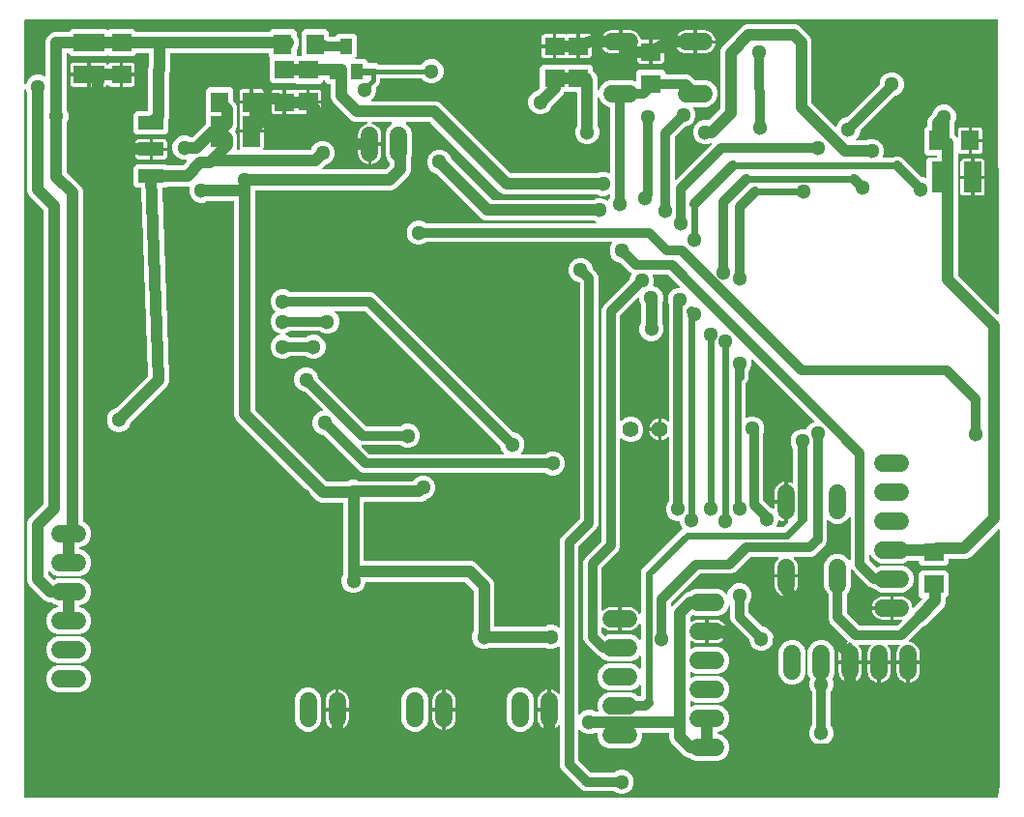
<source format=gbr>
G04 EAGLE Gerber X2 export*
%TF.Part,Single*%
%TF.FileFunction,Copper,L2,Bot,Mixed*%
%TF.FilePolarity,Positive*%
%TF.GenerationSoftware,Autodesk,EAGLE,9.6.2*%
%TF.CreationDate,2021-03-19T10:26:58Z*%
G75*
%MOMM*%
%FSLAX34Y34*%
%LPD*%
%INBottom Copper*%
%AMOC8*
5,1,8,0,0,1.08239X$1,22.5*%
G01*
%ADD10R,1.600000X2.700000*%
%ADD11R,1.800000X1.600000*%
%ADD12C,1.524000*%
%ADD13R,1.600000X1.800000*%
%ADD14R,1.600000X1.803000*%
%ADD15R,1.000000X1.400000*%
%ADD16R,1.803000X1.600000*%
%ADD17R,2.700000X1.600000*%
%ADD18R,2.235200X1.219200*%
%ADD19R,2.200000X3.600000*%
%ADD20C,1.400000*%
%ADD21C,1.016000*%
%ADD22C,0.508000*%
%ADD23C,1.300000*%
%ADD24C,0.812800*%
%ADD25C,0.406400*%
%ADD26C,0.609600*%

G36*
X1071604Y-29484D02*
X1071604Y-29484D01*
X1071677Y-29482D01*
X1071725Y-29464D01*
X1071775Y-29456D01*
X1071839Y-29422D01*
X1071908Y-29397D01*
X1071948Y-29365D01*
X1071993Y-29341D01*
X1072043Y-29288D01*
X1072099Y-29242D01*
X1072127Y-29199D01*
X1072162Y-29162D01*
X1072193Y-29096D01*
X1072232Y-29035D01*
X1072252Y-28968D01*
X1072266Y-28939D01*
X1072268Y-28915D01*
X1072281Y-28875D01*
X1074182Y-18742D01*
X1074183Y-18714D01*
X1074195Y-18599D01*
X1073609Y204765D01*
X1073597Y204835D01*
X1073595Y204906D01*
X1073577Y204956D01*
X1073568Y205008D01*
X1073535Y205070D01*
X1073511Y205137D01*
X1073478Y205178D01*
X1073453Y205225D01*
X1073401Y205274D01*
X1073357Y205329D01*
X1073313Y205358D01*
X1073274Y205394D01*
X1073210Y205424D01*
X1073150Y205462D01*
X1073099Y205475D01*
X1073051Y205497D01*
X1072980Y205505D01*
X1072912Y205522D01*
X1072859Y205518D01*
X1072806Y205524D01*
X1072737Y205508D01*
X1072667Y205503D01*
X1072618Y205482D01*
X1072566Y205471D01*
X1072505Y205434D01*
X1072440Y205406D01*
X1072383Y205361D01*
X1072355Y205344D01*
X1072340Y205326D01*
X1072309Y205302D01*
X1048168Y181160D01*
X1044806Y179768D01*
X1029841Y179768D01*
X1029821Y179765D01*
X1029802Y179767D01*
X1029700Y179745D01*
X1029598Y179728D01*
X1029581Y179719D01*
X1029561Y179714D01*
X1029472Y179661D01*
X1029381Y179613D01*
X1029367Y179599D01*
X1029350Y179588D01*
X1029283Y179510D01*
X1029211Y179435D01*
X1029203Y179417D01*
X1029190Y179401D01*
X1029151Y179305D01*
X1029108Y179212D01*
X1029106Y179192D01*
X1029098Y179173D01*
X1029080Y179007D01*
X1029080Y175986D01*
X1026699Y173605D01*
X1005301Y173605D01*
X1002920Y175986D01*
X1002920Y177419D01*
X1002917Y177439D01*
X1002919Y177458D01*
X1002897Y177560D01*
X1002881Y177662D01*
X1002871Y177679D01*
X1002867Y177699D01*
X1002814Y177788D01*
X1002765Y177879D01*
X1002751Y177893D01*
X1002741Y177910D01*
X1002662Y177977D01*
X1002587Y178049D01*
X1002569Y178057D01*
X1002554Y178070D01*
X1002458Y178109D01*
X1002364Y178152D01*
X1002344Y178154D01*
X1002326Y178162D01*
X1002159Y178180D01*
X994803Y178180D01*
X994713Y178166D01*
X994622Y178158D01*
X994592Y178146D01*
X994560Y178141D01*
X994479Y178098D01*
X994395Y178062D01*
X994363Y178036D01*
X994343Y178025D01*
X994321Y178002D01*
X994264Y177957D01*
X993726Y177419D01*
X989432Y175640D01*
X969543Y175640D01*
X965249Y177419D01*
X961962Y180706D01*
X961077Y182841D01*
X961026Y182924D01*
X960980Y183010D01*
X960962Y183028D01*
X960948Y183050D01*
X960872Y183113D01*
X960802Y183179D01*
X960778Y183190D01*
X960758Y183207D01*
X960667Y183242D01*
X960579Y183283D01*
X960553Y183286D01*
X960529Y183295D01*
X960431Y183299D01*
X960335Y183310D01*
X960309Y183305D01*
X960283Y183306D01*
X960189Y183279D01*
X960094Y183258D01*
X960072Y183244D01*
X960047Y183237D01*
X959967Y183182D01*
X959883Y183132D01*
X959866Y183112D01*
X959845Y183097D01*
X959786Y183019D01*
X959723Y182945D01*
X959713Y182921D01*
X959698Y182900D01*
X959668Y182807D01*
X959631Y182717D01*
X959628Y182684D01*
X959622Y182666D01*
X959622Y182633D01*
X959613Y182550D01*
X959613Y178424D01*
X959627Y178334D01*
X959635Y178243D01*
X959647Y178214D01*
X959652Y178182D01*
X959695Y178101D01*
X959731Y178017D01*
X959757Y177985D01*
X959768Y177964D01*
X959791Y177942D01*
X959836Y177886D01*
X965343Y172379D01*
X965438Y172311D01*
X965532Y172241D01*
X965538Y172239D01*
X965543Y172235D01*
X965654Y172201D01*
X965766Y172165D01*
X965772Y172165D01*
X965778Y172163D01*
X965895Y172166D01*
X966012Y172167D01*
X966019Y172169D01*
X966024Y172169D01*
X966041Y172175D01*
X966173Y172214D01*
X969543Y173610D01*
X989432Y173610D01*
X993726Y171831D01*
X997013Y168544D01*
X998792Y164249D01*
X998792Y159601D01*
X997013Y155306D01*
X993726Y152019D01*
X989432Y150240D01*
X969543Y150240D01*
X965249Y152019D01*
X963694Y153573D01*
X963621Y153626D01*
X963551Y153686D01*
X963521Y153698D01*
X963495Y153717D01*
X963408Y153744D01*
X963323Y153778D01*
X963282Y153782D01*
X963260Y153789D01*
X963227Y153788D01*
X963156Y153796D01*
X962684Y153796D01*
X959696Y155034D01*
X946987Y167744D01*
X944910Y169820D01*
X944852Y169862D01*
X944800Y169911D01*
X944753Y169933D01*
X944711Y169964D01*
X944642Y169985D01*
X944577Y170015D01*
X944525Y170021D01*
X944475Y170036D01*
X944404Y170034D01*
X944333Y170042D01*
X944282Y170031D01*
X944230Y170030D01*
X944162Y170005D01*
X944092Y169990D01*
X944047Y169963D01*
X943999Y169945D01*
X943943Y169900D01*
X943881Y169864D01*
X943847Y169824D01*
X943807Y169791D01*
X943768Y169731D01*
X943721Y169677D01*
X943702Y169628D01*
X943674Y169585D01*
X943656Y169515D01*
X943629Y169448D01*
X943621Y169377D01*
X943613Y169346D01*
X943615Y169323D01*
X943611Y169282D01*
X943611Y154711D01*
X941832Y150417D01*
X940278Y148862D01*
X940225Y148789D01*
X940165Y148719D01*
X940153Y148689D01*
X940134Y148663D01*
X940107Y148576D01*
X940073Y148491D01*
X940069Y148450D01*
X940062Y148428D01*
X940063Y148395D01*
X940055Y148324D01*
X940055Y132206D01*
X940069Y132116D01*
X940077Y132025D01*
X940089Y131996D01*
X940094Y131964D01*
X940137Y131883D01*
X940173Y131799D01*
X940199Y131767D01*
X940210Y131746D01*
X940233Y131724D01*
X940278Y131668D01*
X950882Y121064D01*
X950956Y121011D01*
X951025Y120952D01*
X951055Y120939D01*
X951081Y120921D01*
X951168Y120894D01*
X951253Y120860D01*
X951294Y120855D01*
X951316Y120848D01*
X951349Y120849D01*
X951420Y120841D01*
X983743Y120841D01*
X983833Y120856D01*
X983924Y120863D01*
X983953Y120876D01*
X983985Y120881D01*
X984066Y120924D01*
X984150Y120959D01*
X984182Y120985D01*
X984203Y120996D01*
X984225Y121019D01*
X984281Y121064D01*
X988281Y125065D01*
X988323Y125123D01*
X988373Y125175D01*
X988395Y125222D01*
X988425Y125264D01*
X988446Y125333D01*
X988476Y125398D01*
X988482Y125450D01*
X988497Y125500D01*
X988496Y125571D01*
X988503Y125642D01*
X988492Y125693D01*
X988491Y125745D01*
X988466Y125813D01*
X988451Y125883D01*
X988424Y125928D01*
X988407Y125976D01*
X988362Y126032D01*
X988325Y126094D01*
X988285Y126128D01*
X988253Y126168D01*
X988193Y126207D01*
X988138Y126254D01*
X988090Y126273D01*
X988046Y126301D01*
X987976Y126319D01*
X987910Y126346D01*
X987839Y126354D01*
X987807Y126362D01*
X987784Y126360D01*
X987743Y126364D01*
X981011Y126364D01*
X981011Y135763D01*
X981007Y135783D01*
X981010Y135802D01*
X980988Y135904D01*
X980971Y136006D01*
X980962Y136023D01*
X980957Y136043D01*
X980904Y136132D01*
X980856Y136223D01*
X980841Y136237D01*
X980831Y136254D01*
X980753Y136321D01*
X980678Y136392D01*
X980659Y136401D01*
X980644Y136414D01*
X980548Y136452D01*
X980454Y136496D01*
X980435Y136498D01*
X980416Y136506D01*
X980249Y136524D01*
X979487Y136524D01*
X979487Y136526D01*
X980249Y136526D01*
X980269Y136529D01*
X980289Y136527D01*
X980390Y136549D01*
X980492Y136566D01*
X980510Y136575D01*
X980529Y136579D01*
X980618Y136632D01*
X980710Y136681D01*
X980723Y136695D01*
X980740Y136705D01*
X980808Y136784D01*
X980879Y136859D01*
X980887Y136877D01*
X980900Y136892D01*
X980939Y136988D01*
X980983Y137082D01*
X980985Y137102D01*
X980992Y137120D01*
X981011Y137287D01*
X981011Y146686D01*
X987907Y146686D01*
X989487Y146436D01*
X991008Y145941D01*
X992433Y145215D01*
X993727Y144275D01*
X994858Y143144D01*
X995798Y141850D01*
X996524Y140425D01*
X997018Y138904D01*
X997278Y137265D01*
X997279Y137262D01*
X997280Y137255D01*
X997282Y137184D01*
X997300Y137135D01*
X997308Y137083D01*
X997341Y137020D01*
X997366Y136953D01*
X997399Y136912D01*
X997423Y136866D01*
X997475Y136817D01*
X997520Y136761D01*
X997564Y136732D01*
X997601Y136697D01*
X997666Y136666D01*
X997727Y136628D01*
X997777Y136615D01*
X997824Y136593D01*
X997896Y136585D01*
X997965Y136568D01*
X998017Y136572D01*
X998069Y136566D01*
X998139Y136581D01*
X998210Y136587D01*
X998258Y136607D01*
X998309Y136618D01*
X998371Y136655D01*
X998437Y136683D01*
X998493Y136728D01*
X998520Y136744D01*
X998536Y136762D01*
X998568Y136788D01*
X1005646Y143866D01*
X1005687Y143924D01*
X1005737Y143976D01*
X1005759Y144023D01*
X1005789Y144065D01*
X1005810Y144134D01*
X1005840Y144199D01*
X1005846Y144251D01*
X1005862Y144301D01*
X1005860Y144372D01*
X1005868Y144443D01*
X1005857Y144494D01*
X1005855Y144546D01*
X1005831Y144614D01*
X1005815Y144684D01*
X1005789Y144728D01*
X1005771Y144777D01*
X1005726Y144833D01*
X1005689Y144895D01*
X1005650Y144929D01*
X1005617Y144969D01*
X1005557Y145008D01*
X1005502Y145055D01*
X1005454Y145074D01*
X1005410Y145102D01*
X1005349Y145118D01*
X1002920Y147546D01*
X1002920Y166914D01*
X1005301Y169295D01*
X1026699Y169295D01*
X1029080Y166914D01*
X1029080Y147546D01*
X1026955Y145422D01*
X1026902Y145348D01*
X1026843Y145278D01*
X1026831Y145248D01*
X1026812Y145222D01*
X1026785Y145135D01*
X1026751Y145050D01*
X1026746Y145009D01*
X1026739Y144987D01*
X1026740Y144955D01*
X1026732Y144884D01*
X1026732Y141056D01*
X1025340Y137695D01*
X1008480Y120835D01*
X1006167Y119877D01*
X1006111Y119842D01*
X1006051Y119817D01*
X1005986Y119765D01*
X1005958Y119747D01*
X1005946Y119732D01*
X1005920Y119712D01*
X994423Y108215D01*
X994176Y107968D01*
X994169Y107958D01*
X994159Y107951D01*
X994097Y107858D01*
X994032Y107768D01*
X994029Y107756D01*
X994022Y107747D01*
X993993Y107640D01*
X993960Y107533D01*
X993960Y107521D01*
X993957Y107509D01*
X993963Y107399D01*
X993966Y107287D01*
X993970Y107276D01*
X993971Y107264D01*
X994013Y107161D01*
X994051Y107056D01*
X994058Y107047D01*
X994063Y107035D01*
X994135Y106951D01*
X994204Y106864D01*
X994215Y106857D01*
X994222Y106848D01*
X994318Y106791D01*
X994411Y106731D01*
X994423Y106728D01*
X994433Y106722D01*
X994595Y106677D01*
X996154Y106431D01*
X997675Y105936D01*
X999100Y105210D01*
X1000394Y104270D01*
X1001525Y103139D01*
X1002465Y101845D01*
X1003191Y100420D01*
X1003686Y98899D01*
X1003936Y97320D01*
X1003936Y90423D01*
X994537Y90423D01*
X994517Y90420D01*
X994498Y90422D01*
X994396Y90400D01*
X994294Y90383D01*
X994277Y90374D01*
X994257Y90370D01*
X994168Y90317D01*
X994077Y90268D01*
X994063Y90254D01*
X994046Y90244D01*
X993979Y90165D01*
X993908Y90090D01*
X993899Y90072D01*
X993886Y90057D01*
X993848Y89961D01*
X993804Y89867D01*
X993802Y89847D01*
X993794Y89829D01*
X993776Y89662D01*
X993776Y88899D01*
X993774Y88899D01*
X993774Y89662D01*
X993771Y89682D01*
X993773Y89701D01*
X993751Y89803D01*
X993734Y89905D01*
X993725Y89922D01*
X993721Y89942D01*
X993668Y90031D01*
X993619Y90122D01*
X993605Y90136D01*
X993595Y90153D01*
X993516Y90220D01*
X993441Y90291D01*
X993423Y90300D01*
X993408Y90313D01*
X993312Y90352D01*
X993218Y90395D01*
X993198Y90397D01*
X993180Y90405D01*
X993013Y90423D01*
X983614Y90423D01*
X983614Y97320D01*
X983864Y98899D01*
X984359Y100420D01*
X985085Y101845D01*
X986025Y103139D01*
X986170Y103284D01*
X986212Y103343D01*
X986261Y103394D01*
X986283Y103442D01*
X986313Y103484D01*
X986334Y103553D01*
X986365Y103618D01*
X986370Y103669D01*
X986386Y103719D01*
X986384Y103791D01*
X986392Y103862D01*
X986381Y103913D01*
X986379Y103965D01*
X986355Y104032D01*
X986339Y104102D01*
X986313Y104147D01*
X986295Y104196D01*
X986250Y104252D01*
X986213Y104313D01*
X986174Y104347D01*
X986141Y104388D01*
X986081Y104427D01*
X986026Y104473D01*
X985978Y104493D01*
X985934Y104521D01*
X985865Y104538D01*
X985798Y104565D01*
X985727Y104573D01*
X985696Y104581D01*
X985672Y104579D01*
X985632Y104584D01*
X976518Y104584D01*
X976448Y104572D01*
X976376Y104570D01*
X976327Y104552D01*
X976276Y104544D01*
X976212Y104511D01*
X976145Y104486D01*
X976104Y104453D01*
X976058Y104429D01*
X976009Y104377D01*
X975953Y104332D01*
X975925Y104288D01*
X975889Y104251D01*
X975859Y104186D01*
X975820Y104125D01*
X975807Y104075D01*
X975785Y104028D01*
X975777Y103956D01*
X975760Y103887D01*
X975764Y103835D01*
X975758Y103783D01*
X975774Y103713D01*
X975779Y103641D01*
X975799Y103594D01*
X975811Y103543D01*
X975847Y103481D01*
X975875Y103415D01*
X975920Y103359D01*
X975937Y103332D01*
X975954Y103316D01*
X975980Y103284D01*
X976125Y103139D01*
X977065Y101845D01*
X977791Y100420D01*
X978286Y98899D01*
X978536Y97320D01*
X978536Y90423D01*
X969137Y90423D01*
X969117Y90420D01*
X969098Y90422D01*
X968996Y90400D01*
X968894Y90383D01*
X968877Y90374D01*
X968857Y90370D01*
X968768Y90317D01*
X968677Y90268D01*
X968663Y90254D01*
X968646Y90244D01*
X968579Y90165D01*
X968508Y90090D01*
X968499Y90072D01*
X968486Y90057D01*
X968448Y89961D01*
X968404Y89867D01*
X968402Y89847D01*
X968394Y89829D01*
X968376Y89662D01*
X968376Y88899D01*
X968374Y88899D01*
X968374Y89662D01*
X968371Y89682D01*
X968373Y89701D01*
X968351Y89803D01*
X968334Y89905D01*
X968325Y89922D01*
X968321Y89942D01*
X968268Y90031D01*
X968219Y90122D01*
X968205Y90136D01*
X968195Y90153D01*
X968116Y90220D01*
X968041Y90291D01*
X968023Y90300D01*
X968008Y90313D01*
X967912Y90352D01*
X967818Y90395D01*
X967798Y90397D01*
X967780Y90405D01*
X967613Y90423D01*
X958214Y90423D01*
X958214Y97320D01*
X958464Y98899D01*
X958959Y100420D01*
X959685Y101845D01*
X960625Y103139D01*
X960770Y103284D01*
X960812Y103343D01*
X960861Y103394D01*
X960883Y103442D01*
X960913Y103484D01*
X960934Y103553D01*
X960965Y103618D01*
X960970Y103669D01*
X960986Y103719D01*
X960984Y103791D01*
X960992Y103862D01*
X960981Y103913D01*
X960979Y103965D01*
X960955Y104032D01*
X960939Y104102D01*
X960913Y104147D01*
X960895Y104196D01*
X960850Y104252D01*
X960813Y104313D01*
X960774Y104347D01*
X960741Y104388D01*
X960681Y104427D01*
X960626Y104473D01*
X960578Y104493D01*
X960534Y104521D01*
X960465Y104538D01*
X960398Y104565D01*
X960327Y104573D01*
X960296Y104581D01*
X960272Y104579D01*
X960232Y104584D01*
X951118Y104584D01*
X951048Y104572D01*
X950976Y104570D01*
X950927Y104552D01*
X950876Y104544D01*
X950812Y104511D01*
X950745Y104486D01*
X950704Y104453D01*
X950658Y104429D01*
X950609Y104377D01*
X950553Y104332D01*
X950525Y104288D01*
X950489Y104251D01*
X950459Y104186D01*
X950420Y104125D01*
X950407Y104075D01*
X950385Y104028D01*
X950377Y103956D01*
X950360Y103887D01*
X950364Y103835D01*
X950358Y103783D01*
X950374Y103713D01*
X950379Y103641D01*
X950399Y103594D01*
X950411Y103543D01*
X950447Y103481D01*
X950475Y103415D01*
X950520Y103359D01*
X950537Y103332D01*
X950554Y103316D01*
X950580Y103284D01*
X950725Y103139D01*
X951665Y101845D01*
X952391Y100420D01*
X952886Y98899D01*
X953136Y97320D01*
X953136Y90423D01*
X944498Y90423D01*
X944498Y104747D01*
X944479Y104862D01*
X944462Y104978D01*
X944459Y104984D01*
X944458Y104990D01*
X944404Y105092D01*
X944351Y105197D01*
X944346Y105202D01*
X944343Y105207D01*
X944259Y105287D01*
X944175Y105370D01*
X944169Y105373D01*
X944165Y105377D01*
X944148Y105384D01*
X944028Y105450D01*
X943133Y105821D01*
X942751Y106203D01*
X942693Y106245D01*
X942641Y106294D01*
X942594Y106316D01*
X942552Y106346D01*
X942483Y106368D01*
X942418Y106398D01*
X942366Y106404D01*
X942317Y106419D01*
X942245Y106417D01*
X942174Y106425D01*
X942123Y106414D01*
X942071Y106412D01*
X942003Y106388D01*
X941933Y106373D01*
X941888Y106346D01*
X941840Y106328D01*
X941784Y106283D01*
X941722Y106246D01*
X941688Y106207D01*
X941648Y106174D01*
X941609Y106114D01*
X941562Y106060D01*
X941543Y106011D01*
X941515Y105967D01*
X941497Y105898D01*
X941470Y105831D01*
X941462Y105760D01*
X941454Y105729D01*
X941456Y105706D01*
X941452Y105665D01*
X941452Y90423D01*
X932814Y90423D01*
X932814Y97320D01*
X933064Y98899D01*
X933559Y100420D01*
X934285Y101845D01*
X935225Y103139D01*
X936356Y104270D01*
X937650Y105210D01*
X939075Y105936D01*
X940596Y106431D01*
X940784Y106460D01*
X940796Y106464D01*
X940808Y106464D01*
X940913Y106503D01*
X941018Y106538D01*
X941027Y106545D01*
X941039Y106549D01*
X941126Y106619D01*
X941215Y106685D01*
X941221Y106695D01*
X941231Y106703D01*
X941291Y106797D01*
X941354Y106888D01*
X941357Y106899D01*
X941364Y106910D01*
X941391Y107018D01*
X941422Y107124D01*
X941421Y107136D01*
X941424Y107148D01*
X941415Y107259D01*
X941410Y107370D01*
X941406Y107381D01*
X941405Y107393D01*
X941361Y107495D01*
X941321Y107599D01*
X941313Y107609D01*
X941308Y107620D01*
X941204Y107751D01*
X925035Y123919D01*
X923797Y126907D01*
X923797Y148324D01*
X923783Y148414D01*
X923775Y148505D01*
X923763Y148535D01*
X923758Y148567D01*
X923715Y148648D01*
X923679Y148732D01*
X923653Y148764D01*
X923642Y148784D01*
X923619Y148807D01*
X923574Y148862D01*
X922020Y150417D01*
X920241Y154711D01*
X920241Y174600D01*
X922020Y178894D01*
X925307Y182181D01*
X929602Y183960D01*
X934250Y183960D01*
X938545Y182181D01*
X941832Y178894D01*
X941891Y178752D01*
X941942Y178669D01*
X941988Y178583D01*
X942007Y178565D01*
X942020Y178543D01*
X942095Y178481D01*
X942166Y178414D01*
X942190Y178403D01*
X942210Y178386D01*
X942301Y178351D01*
X942389Y178310D01*
X942415Y178308D01*
X942439Y178298D01*
X942537Y178294D01*
X942633Y178283D01*
X942659Y178289D01*
X942685Y178288D01*
X942779Y178315D01*
X942874Y178336D01*
X942896Y178349D01*
X942921Y178356D01*
X943001Y178412D01*
X943085Y178462D01*
X943102Y178482D01*
X943123Y178496D01*
X943182Y178575D01*
X943245Y178649D01*
X943255Y178673D01*
X943270Y178694D01*
X943300Y178786D01*
X943337Y178877D01*
X943340Y178909D01*
X943346Y178928D01*
X943346Y178961D01*
X943355Y179044D01*
X943355Y215291D01*
X943340Y215388D01*
X943330Y215485D01*
X943320Y215508D01*
X943316Y215534D01*
X943270Y215620D01*
X943230Y215709D01*
X943213Y215728D01*
X943200Y215752D01*
X943130Y215819D01*
X943064Y215890D01*
X943041Y215903D01*
X943022Y215921D01*
X942934Y215962D01*
X942848Y216009D01*
X942823Y216014D01*
X942799Y216025D01*
X942702Y216035D01*
X942606Y216053D01*
X942580Y216049D01*
X942555Y216052D01*
X942459Y216031D01*
X942363Y216017D01*
X942340Y216005D01*
X942314Y215999D01*
X942231Y215949D01*
X942144Y215905D01*
X942125Y215887D01*
X942103Y215873D01*
X942040Y215799D01*
X941972Y215730D01*
X941956Y215701D01*
X941943Y215686D01*
X941931Y215656D01*
X941891Y215583D01*
X941832Y215441D01*
X938545Y212154D01*
X934250Y210375D01*
X929602Y210375D01*
X925307Y212154D01*
X923828Y213633D01*
X923770Y213674D01*
X923718Y213724D01*
X923671Y213746D01*
X923629Y213776D01*
X923560Y213797D01*
X923495Y213827D01*
X923443Y213833D01*
X923393Y213848D01*
X923322Y213847D01*
X923251Y213854D01*
X923200Y213843D01*
X923148Y213842D01*
X923080Y213817D01*
X923010Y213802D01*
X922965Y213776D01*
X922917Y213758D01*
X922861Y213713D01*
X922799Y213676D01*
X922765Y213636D01*
X922725Y213604D01*
X922686Y213544D01*
X922639Y213489D01*
X922620Y213441D01*
X922592Y213397D01*
X922574Y213328D01*
X922547Y213261D01*
X922539Y213190D01*
X922531Y213158D01*
X922533Y213135D01*
X922529Y213094D01*
X922529Y195233D01*
X921291Y192245D01*
X911507Y182461D01*
X908519Y181223D01*
X893973Y181223D01*
X893903Y181212D01*
X893831Y181210D01*
X893782Y181192D01*
X893731Y181184D01*
X893667Y181150D01*
X893600Y181125D01*
X893559Y181093D01*
X893513Y181068D01*
X893464Y181017D01*
X893408Y180972D01*
X893380Y180928D01*
X893344Y180890D01*
X893314Y180825D01*
X893275Y180765D01*
X893262Y180714D01*
X893240Y180667D01*
X893232Y180596D01*
X893215Y180526D01*
X893219Y180474D01*
X893213Y180423D01*
X893228Y180352D01*
X893234Y180281D01*
X893254Y180233D01*
X893265Y180182D01*
X893302Y180121D01*
X893330Y180055D01*
X893375Y179999D01*
X893392Y179971D01*
X893409Y179956D01*
X893435Y179924D01*
X894464Y178895D01*
X895404Y177601D01*
X896130Y176176D01*
X896625Y174655D01*
X896875Y173075D01*
X896875Y166179D01*
X887476Y166179D01*
X887456Y166175D01*
X887437Y166178D01*
X887335Y166156D01*
X887233Y166139D01*
X887216Y166130D01*
X887196Y166125D01*
X887107Y166072D01*
X887016Y166024D01*
X887002Y166009D01*
X886985Y165999D01*
X886918Y165921D01*
X886847Y165846D01*
X886838Y165827D01*
X886825Y165812D01*
X886787Y165716D01*
X886743Y165622D01*
X886741Y165603D01*
X886733Y165584D01*
X886715Y165417D01*
X886715Y164655D01*
X886713Y164655D01*
X886713Y165417D01*
X886712Y165424D01*
X886710Y165437D01*
X886712Y165457D01*
X886690Y165558D01*
X886673Y165660D01*
X886664Y165678D01*
X886660Y165697D01*
X886607Y165786D01*
X886558Y165878D01*
X886544Y165891D01*
X886534Y165908D01*
X886455Y165976D01*
X886380Y166047D01*
X886362Y166055D01*
X886347Y166068D01*
X886251Y166107D01*
X886157Y166151D01*
X886137Y166153D01*
X886119Y166160D01*
X885952Y166179D01*
X876553Y166179D01*
X876553Y173075D01*
X876803Y174655D01*
X877298Y176176D01*
X878024Y177601D01*
X878964Y178895D01*
X879993Y179924D01*
X880035Y179982D01*
X880084Y180034D01*
X880106Y180081D01*
X880136Y180123D01*
X880157Y180192D01*
X880188Y180257D01*
X880193Y180309D01*
X880209Y180359D01*
X880207Y180430D01*
X880215Y180502D01*
X880204Y180552D01*
X880202Y180604D01*
X880178Y180672D01*
X880163Y180742D01*
X880136Y180787D01*
X880118Y180835D01*
X880073Y180892D01*
X880036Y180953D01*
X879997Y180987D01*
X879964Y181028D01*
X879904Y181066D01*
X879849Y181113D01*
X879801Y181132D01*
X879757Y181161D01*
X879688Y181178D01*
X879621Y181205D01*
X879550Y181213D01*
X879519Y181221D01*
X879495Y181219D01*
X879455Y181223D01*
X855730Y181223D01*
X855640Y181209D01*
X855549Y181201D01*
X855520Y181189D01*
X855488Y181184D01*
X855407Y181141D01*
X855323Y181105D01*
X855291Y181079D01*
X855270Y181068D01*
X855248Y181045D01*
X855192Y181000D01*
X841862Y167670D01*
X838874Y166433D01*
X811656Y166433D01*
X811566Y166418D01*
X811475Y166411D01*
X811446Y166398D01*
X811414Y166393D01*
X811333Y166350D01*
X811249Y166315D01*
X811217Y166289D01*
X811196Y166278D01*
X811174Y166255D01*
X811118Y166210D01*
X786036Y141128D01*
X785983Y141054D01*
X785924Y140985D01*
X785911Y140954D01*
X785893Y140928D01*
X785866Y140841D01*
X785832Y140756D01*
X785827Y140715D01*
X785820Y140693D01*
X785821Y140661D01*
X785813Y140590D01*
X785813Y138596D01*
X785825Y138525D01*
X785827Y138454D01*
X785845Y138405D01*
X785853Y138353D01*
X785887Y138290D01*
X785911Y138223D01*
X785944Y138182D01*
X785968Y138136D01*
X786020Y138087D01*
X786065Y138031D01*
X786109Y138002D01*
X786146Y137967D01*
X786211Y137936D01*
X786272Y137898D01*
X786322Y137885D01*
X786369Y137863D01*
X786441Y137855D01*
X786510Y137838D01*
X786562Y137842D01*
X786614Y137836D01*
X786684Y137851D01*
X786755Y137857D01*
X786803Y137877D01*
X786854Y137888D01*
X786916Y137925D01*
X786982Y137953D01*
X787038Y137998D01*
X787065Y138014D01*
X787081Y138032D01*
X787113Y138058D01*
X788677Y139622D01*
X798095Y149040D01*
X801456Y150432D01*
X802247Y150432D01*
X802337Y150447D01*
X802428Y150454D01*
X802458Y150467D01*
X802490Y150472D01*
X802571Y150515D01*
X802655Y150550D01*
X802687Y150576D01*
X802707Y150587D01*
X802730Y150610D01*
X802785Y150655D01*
X803324Y151193D01*
X807618Y152972D01*
X827507Y152972D01*
X831801Y151193D01*
X834273Y148721D01*
X834331Y148680D01*
X834383Y148630D01*
X834431Y148608D01*
X834473Y148578D01*
X834541Y148557D01*
X834607Y148527D01*
X834658Y148521D01*
X834708Y148506D01*
X834780Y148507D01*
X834851Y148500D01*
X834902Y148511D01*
X834954Y148512D01*
X835021Y148537D01*
X835091Y148552D01*
X835136Y148578D01*
X835185Y148596D01*
X835241Y148641D01*
X835302Y148678D01*
X835336Y148718D01*
X835377Y148750D01*
X835416Y148810D01*
X835462Y148865D01*
X835482Y148913D01*
X835510Y148957D01*
X835527Y149026D01*
X835554Y149093D01*
X835562Y149164D01*
X835570Y149196D01*
X835568Y149219D01*
X835573Y149260D01*
X835573Y149739D01*
X837181Y153622D01*
X840153Y156594D01*
X844036Y158202D01*
X848239Y158202D01*
X852122Y156594D01*
X855094Y153622D01*
X856702Y149739D01*
X856702Y145536D01*
X855094Y141653D01*
X854489Y141048D01*
X854436Y140974D01*
X854377Y140905D01*
X854364Y140875D01*
X854346Y140849D01*
X854319Y140762D01*
X854285Y140677D01*
X854280Y140636D01*
X854273Y140614D01*
X854274Y140581D01*
X854266Y140510D01*
X854266Y132270D01*
X854281Y132180D01*
X854288Y132089D01*
X854301Y132059D01*
X854306Y132027D01*
X854349Y131946D01*
X854384Y131863D01*
X854410Y131830D01*
X854421Y131810D01*
X854444Y131788D01*
X854489Y131732D01*
X865896Y120325D01*
X865970Y120272D01*
X866039Y120213D01*
X866069Y120200D01*
X866095Y120182D01*
X866182Y120155D01*
X866267Y120121D01*
X866308Y120116D01*
X866330Y120109D01*
X866363Y120110D01*
X866434Y120102D01*
X867289Y120102D01*
X871172Y118494D01*
X874144Y115522D01*
X875752Y111639D01*
X875752Y107436D01*
X874144Y103553D01*
X871172Y100581D01*
X867289Y98973D01*
X863086Y98973D01*
X859203Y100581D01*
X856231Y103553D01*
X854623Y107436D01*
X854623Y108291D01*
X854620Y108311D01*
X854622Y108330D01*
X854607Y108400D01*
X854601Y108472D01*
X854588Y108502D01*
X854583Y108534D01*
X854574Y108552D01*
X854569Y108571D01*
X854533Y108631D01*
X854505Y108698D01*
X854479Y108731D01*
X854468Y108751D01*
X854453Y108766D01*
X854443Y108782D01*
X854427Y108796D01*
X854400Y108829D01*
X841640Y121589D01*
X839246Y123983D01*
X838009Y126971D01*
X838009Y137892D01*
X837993Y137988D01*
X837984Y138085D01*
X837973Y138109D01*
X837969Y138135D01*
X837924Y138221D01*
X837884Y138310D01*
X837866Y138329D01*
X837854Y138352D01*
X837783Y138419D01*
X837717Y138491D01*
X837695Y138504D01*
X837676Y138522D01*
X837587Y138563D01*
X837502Y138610D01*
X837476Y138614D01*
X837453Y138625D01*
X837356Y138636D01*
X837260Y138653D01*
X837234Y138649D01*
X837208Y138652D01*
X837113Y138632D01*
X837017Y138618D01*
X836993Y138606D01*
X836968Y138600D01*
X836884Y138550D01*
X836797Y138506D01*
X836779Y138487D01*
X836757Y138474D01*
X836693Y138400D01*
X836625Y138330D01*
X836609Y138302D01*
X836597Y138287D01*
X836584Y138256D01*
X836544Y138183D01*
X835088Y134669D01*
X831801Y131382D01*
X827507Y129603D01*
X807618Y129603D01*
X805899Y130315D01*
X805835Y130330D01*
X805789Y130348D01*
X805733Y130355D01*
X805672Y130370D01*
X805666Y130369D01*
X805660Y130371D01*
X805618Y130367D01*
X805602Y130367D01*
X805581Y130363D01*
X805543Y130360D01*
X805427Y130351D01*
X805421Y130348D01*
X805415Y130348D01*
X805374Y130330D01*
X805360Y130327D01*
X805311Y130302D01*
X805308Y130300D01*
X805201Y130255D01*
X805195Y130250D01*
X805190Y130248D01*
X805177Y130235D01*
X805159Y130221D01*
X805142Y130212D01*
X805125Y130194D01*
X805070Y130150D01*
X803118Y128198D01*
X803065Y128124D01*
X803005Y128054D01*
X802993Y128024D01*
X802974Y127998D01*
X802947Y127911D01*
X802913Y127826D01*
X802909Y127785D01*
X802902Y127763D01*
X802903Y127731D01*
X802895Y127659D01*
X802895Y124820D01*
X802897Y124809D01*
X802895Y124797D01*
X802916Y124688D01*
X802934Y124578D01*
X802940Y124567D01*
X802942Y124555D01*
X802998Y124459D01*
X803050Y124360D01*
X803058Y124352D01*
X803064Y124342D01*
X803147Y124267D01*
X803228Y124191D01*
X803239Y124186D01*
X803248Y124178D01*
X803350Y124134D01*
X803451Y124087D01*
X803463Y124086D01*
X803474Y124081D01*
X803585Y124072D01*
X803695Y124060D01*
X803707Y124063D01*
X803719Y124062D01*
X803827Y124089D01*
X803936Y124112D01*
X803946Y124119D01*
X803958Y124121D01*
X804103Y124205D01*
X804617Y124578D01*
X806042Y125304D01*
X807563Y125798D01*
X809143Y126048D01*
X816039Y126048D01*
X816039Y116650D01*
X816042Y116636D01*
X816040Y116625D01*
X816041Y116620D01*
X816040Y116610D01*
X816062Y116509D01*
X816079Y116407D01*
X816088Y116389D01*
X816093Y116370D01*
X816146Y116281D01*
X816194Y116190D01*
X816209Y116176D01*
X816219Y116159D01*
X816297Y116091D01*
X816372Y116020D01*
X816390Y116012D01*
X816406Y115999D01*
X816502Y115960D01*
X816596Y115917D01*
X816615Y115914D01*
X816634Y115907D01*
X816801Y115888D01*
X817563Y115888D01*
X817563Y115887D01*
X816801Y115887D01*
X816781Y115883D01*
X816761Y115886D01*
X816660Y115864D01*
X816558Y115847D01*
X816540Y115838D01*
X816521Y115833D01*
X816432Y115780D01*
X816340Y115732D01*
X816327Y115717D01*
X816310Y115707D01*
X816242Y115628D01*
X816171Y115553D01*
X816163Y115535D01*
X816150Y115520D01*
X816111Y115424D01*
X816067Y115330D01*
X816065Y115311D01*
X816058Y115292D01*
X816039Y115125D01*
X816039Y105727D01*
X809143Y105727D01*
X807563Y105977D01*
X806042Y106471D01*
X804617Y107197D01*
X804103Y107570D01*
X804093Y107576D01*
X804084Y107584D01*
X803984Y107631D01*
X803884Y107681D01*
X803872Y107683D01*
X803861Y107688D01*
X803751Y107700D01*
X803640Y107716D01*
X803628Y107714D01*
X803617Y107715D01*
X803508Y107691D01*
X803398Y107671D01*
X803388Y107665D01*
X803376Y107663D01*
X803280Y107605D01*
X803183Y107551D01*
X803175Y107543D01*
X803165Y107536D01*
X803093Y107452D01*
X803018Y107370D01*
X803013Y107359D01*
X803005Y107349D01*
X802963Y107246D01*
X802919Y107144D01*
X802918Y107132D01*
X802913Y107121D01*
X802895Y106955D01*
X802895Y101355D01*
X802902Y101310D01*
X802900Y101264D01*
X802922Y101189D01*
X802934Y101112D01*
X802956Y101072D01*
X802969Y101028D01*
X803013Y100963D01*
X803050Y100895D01*
X803083Y100863D01*
X803109Y100826D01*
X803172Y100779D01*
X803228Y100725D01*
X803270Y100706D01*
X803306Y100679D01*
X803380Y100655D01*
X803451Y100622D01*
X803497Y100617D01*
X803540Y100603D01*
X803618Y100603D01*
X803695Y100595D01*
X803740Y100604D01*
X803786Y100605D01*
X803918Y100643D01*
X803936Y100647D01*
X803940Y100650D01*
X803947Y100652D01*
X807618Y102172D01*
X827507Y102172D01*
X831801Y100393D01*
X835088Y97106D01*
X836867Y92812D01*
X836867Y88163D01*
X835088Y83869D01*
X831801Y80582D01*
X827507Y78803D01*
X807618Y78803D01*
X803947Y80323D01*
X803903Y80334D01*
X803861Y80353D01*
X803784Y80362D01*
X803708Y80380D01*
X803662Y80375D01*
X803617Y80380D01*
X803540Y80364D01*
X803463Y80356D01*
X803421Y80338D01*
X803376Y80328D01*
X803309Y80288D01*
X803238Y80256D01*
X803204Y80225D01*
X803165Y80202D01*
X803114Y80143D01*
X803057Y80090D01*
X803035Y80050D01*
X803005Y80015D01*
X802976Y79943D01*
X802939Y79875D01*
X802930Y79829D01*
X802913Y79787D01*
X802898Y79651D01*
X802895Y79632D01*
X802896Y79627D01*
X802895Y79620D01*
X802895Y75955D01*
X802902Y75910D01*
X802900Y75864D01*
X802922Y75789D01*
X802934Y75712D01*
X802956Y75672D01*
X802969Y75628D01*
X803013Y75563D01*
X803050Y75495D01*
X803083Y75463D01*
X803109Y75426D01*
X803172Y75379D01*
X803228Y75325D01*
X803270Y75306D01*
X803306Y75279D01*
X803380Y75255D01*
X803451Y75222D01*
X803497Y75217D01*
X803540Y75203D01*
X803618Y75203D01*
X803695Y75195D01*
X803740Y75204D01*
X803786Y75205D01*
X803918Y75243D01*
X803936Y75247D01*
X803940Y75250D01*
X803947Y75252D01*
X807618Y76772D01*
X827507Y76772D01*
X831801Y74993D01*
X835088Y71706D01*
X836867Y67412D01*
X836867Y62763D01*
X835088Y58469D01*
X831801Y55182D01*
X827507Y53403D01*
X807618Y53403D01*
X803947Y54923D01*
X803903Y54934D01*
X803861Y54953D01*
X803784Y54962D01*
X803708Y54980D01*
X803662Y54975D01*
X803617Y54980D01*
X803540Y54964D01*
X803463Y54956D01*
X803421Y54938D01*
X803376Y54928D01*
X803309Y54888D01*
X803238Y54856D01*
X803204Y54825D01*
X803165Y54802D01*
X803114Y54743D01*
X803057Y54690D01*
X803035Y54650D01*
X803005Y54615D01*
X802976Y54543D01*
X802939Y54475D01*
X802930Y54429D01*
X802913Y54387D01*
X802898Y54251D01*
X802895Y54232D01*
X802896Y54227D01*
X802895Y54220D01*
X802895Y50555D01*
X802902Y50510D01*
X802900Y50464D01*
X802922Y50389D01*
X802934Y50312D01*
X802956Y50272D01*
X802969Y50228D01*
X803013Y50163D01*
X803050Y50095D01*
X803083Y50063D01*
X803109Y50026D01*
X803172Y49979D01*
X803228Y49925D01*
X803270Y49906D01*
X803306Y49879D01*
X803380Y49855D01*
X803451Y49822D01*
X803497Y49817D01*
X803540Y49803D01*
X803618Y49803D01*
X803695Y49795D01*
X803740Y49804D01*
X803786Y49805D01*
X803918Y49843D01*
X803936Y49847D01*
X803940Y49850D01*
X803947Y49852D01*
X807618Y51372D01*
X827507Y51372D01*
X831801Y49593D01*
X835088Y46306D01*
X836867Y42012D01*
X836867Y37363D01*
X835088Y33069D01*
X831801Y29782D01*
X827507Y28003D01*
X827468Y28003D01*
X827449Y28000D01*
X827429Y28002D01*
X827328Y27980D01*
X827226Y27963D01*
X827208Y27954D01*
X827189Y27949D01*
X827100Y27896D01*
X827008Y27848D01*
X826995Y27834D01*
X826978Y27823D01*
X826910Y27745D01*
X826839Y27670D01*
X826831Y27652D01*
X826818Y27636D01*
X826779Y27540D01*
X826735Y27447D01*
X826733Y27427D01*
X826726Y27408D01*
X826707Y27242D01*
X826707Y26733D01*
X826710Y26714D01*
X826708Y26694D01*
X826730Y26593D01*
X826747Y26491D01*
X826756Y26473D01*
X826761Y26454D01*
X826814Y26365D01*
X826862Y26273D01*
X826876Y26260D01*
X826887Y26243D01*
X826965Y26175D01*
X827040Y26104D01*
X827058Y26096D01*
X827074Y26083D01*
X827170Y26044D01*
X827263Y26000D01*
X827283Y25998D01*
X827302Y25991D01*
X827468Y25972D01*
X827507Y25972D01*
X831801Y24193D01*
X835088Y20906D01*
X836867Y16612D01*
X836867Y11963D01*
X835088Y7669D01*
X831801Y4382D01*
X827507Y2603D01*
X807618Y2603D01*
X803324Y4382D01*
X802785Y4920D01*
X802712Y4973D01*
X802642Y5032D01*
X802612Y5045D01*
X802586Y5063D01*
X802499Y5090D01*
X802414Y5124D01*
X802373Y5129D01*
X802351Y5136D01*
X802318Y5135D01*
X802247Y5143D01*
X801456Y5143D01*
X798095Y6535D01*
X785997Y18632D01*
X784605Y21994D01*
X784605Y26607D01*
X784602Y26626D01*
X784604Y26646D01*
X784582Y26747D01*
X784566Y26849D01*
X784556Y26867D01*
X784552Y26886D01*
X784499Y26975D01*
X784450Y27067D01*
X784436Y27080D01*
X784426Y27097D01*
X784347Y27165D01*
X784272Y27236D01*
X784254Y27244D01*
X784239Y27257D01*
X784143Y27296D01*
X784049Y27340D01*
X784029Y27342D01*
X784011Y27349D01*
X783844Y27368D01*
X761428Y27368D01*
X761409Y27365D01*
X761389Y27367D01*
X761288Y27345D01*
X761186Y27328D01*
X761168Y27319D01*
X761149Y27314D01*
X761060Y27261D01*
X760968Y27213D01*
X760955Y27199D01*
X760938Y27188D01*
X760870Y27110D01*
X760799Y27035D01*
X760791Y27017D01*
X760778Y27001D01*
X760739Y26905D01*
X760695Y26812D01*
X760693Y26792D01*
X760686Y26773D01*
X760667Y26607D01*
X760667Y23076D01*
X758888Y18781D01*
X755601Y15494D01*
X751307Y13715D01*
X731418Y13715D01*
X727124Y15494D01*
X723837Y18781D01*
X722058Y23076D01*
X722058Y26607D01*
X722055Y26626D01*
X722057Y26646D01*
X722035Y26747D01*
X722018Y26849D01*
X722009Y26867D01*
X722004Y26886D01*
X721951Y26975D01*
X721903Y27067D01*
X721889Y27080D01*
X721878Y27097D01*
X721800Y27165D01*
X721725Y27236D01*
X721707Y27244D01*
X721691Y27257D01*
X721595Y27296D01*
X721502Y27340D01*
X721482Y27342D01*
X721463Y27349D01*
X721297Y27368D01*
X720056Y27368D01*
X719991Y27357D01*
X719926Y27357D01*
X719846Y27333D01*
X719813Y27328D01*
X719796Y27319D01*
X719765Y27310D01*
X716476Y25948D01*
X712274Y25948D01*
X708391Y27556D01*
X706341Y29606D01*
X706283Y29648D01*
X706231Y29697D01*
X706183Y29719D01*
X706141Y29749D01*
X706073Y29771D01*
X706007Y29801D01*
X705956Y29807D01*
X705906Y29822D01*
X705834Y29820D01*
X705763Y29828D01*
X705712Y29817D01*
X705660Y29815D01*
X705593Y29791D01*
X705523Y29776D01*
X705478Y29749D01*
X705429Y29731D01*
X705373Y29686D01*
X705312Y29649D01*
X705278Y29610D01*
X705237Y29577D01*
X705198Y29517D01*
X705152Y29463D01*
X705132Y29414D01*
X705104Y29370D01*
X705087Y29301D01*
X705060Y29234D01*
X705052Y29163D01*
X705044Y29132D01*
X705046Y29109D01*
X705041Y29068D01*
X705041Y3682D01*
X705056Y3592D01*
X705063Y3501D01*
X705076Y3472D01*
X705081Y3440D01*
X705124Y3359D01*
X705159Y3275D01*
X705185Y3243D01*
X705196Y3222D01*
X705219Y3200D01*
X705264Y3144D01*
X715932Y-7523D01*
X716006Y-7576D01*
X716075Y-7636D01*
X716105Y-7648D01*
X716131Y-7667D01*
X716218Y-7694D01*
X716303Y-7728D01*
X716344Y-7732D01*
X716366Y-7739D01*
X716399Y-7738D01*
X716470Y-7746D01*
X735823Y-7746D01*
X735913Y-7732D01*
X736004Y-7724D01*
X736033Y-7712D01*
X736065Y-7707D01*
X736146Y-7664D01*
X736230Y-7628D01*
X736262Y-7602D01*
X736283Y-7591D01*
X736305Y-7568D01*
X736361Y-7523D01*
X736966Y-6919D01*
X740849Y-5310D01*
X745051Y-5310D01*
X748934Y-6919D01*
X751906Y-9891D01*
X753515Y-13774D01*
X753515Y-17976D01*
X751906Y-21859D01*
X748934Y-24831D01*
X745051Y-26440D01*
X740849Y-26440D01*
X736966Y-24831D01*
X736361Y-24227D01*
X736287Y-24174D01*
X736217Y-24114D01*
X736187Y-24102D01*
X736161Y-24083D01*
X736074Y-24056D01*
X735989Y-24022D01*
X735948Y-24018D01*
X735926Y-24011D01*
X735894Y-24012D01*
X735823Y-24004D01*
X711171Y-24004D01*
X708183Y-22766D01*
X690021Y-4605D01*
X688784Y-1617D01*
X688784Y33222D01*
X688782Y33230D01*
X688784Y33238D01*
X688763Y33351D01*
X688744Y33465D01*
X688740Y33472D01*
X688739Y33480D01*
X688683Y33581D01*
X688629Y33683D01*
X688623Y33688D01*
X688619Y33695D01*
X688534Y33773D01*
X688451Y33852D01*
X688443Y33855D01*
X688437Y33861D01*
X688332Y33907D01*
X688228Y33956D01*
X688220Y33956D01*
X688212Y33960D01*
X688097Y33970D01*
X687983Y33983D01*
X687975Y33981D01*
X687967Y33982D01*
X687855Y33955D01*
X687743Y33930D01*
X687736Y33926D01*
X687728Y33924D01*
X687630Y33863D01*
X687532Y33804D01*
X687526Y33798D01*
X687520Y33794D01*
X687407Y33670D01*
X687200Y33386D01*
X686069Y32255D01*
X684775Y31315D01*
X683350Y30589D01*
X681829Y30094D01*
X680973Y29959D01*
X680973Y46863D01*
X680970Y46883D01*
X680972Y46902D01*
X680950Y47004D01*
X680933Y47106D01*
X680924Y47123D01*
X680920Y47143D01*
X680867Y47232D01*
X680818Y47323D01*
X680804Y47337D01*
X680794Y47354D01*
X680715Y47421D01*
X680640Y47492D01*
X680622Y47501D01*
X680607Y47514D01*
X680511Y47552D01*
X680417Y47596D01*
X680397Y47598D01*
X680379Y47606D01*
X680212Y47624D01*
X679449Y47624D01*
X679449Y47626D01*
X680212Y47626D01*
X680232Y47629D01*
X680251Y47627D01*
X680353Y47649D01*
X680455Y47666D01*
X680472Y47675D01*
X680492Y47679D01*
X680581Y47732D01*
X680672Y47781D01*
X680686Y47795D01*
X680703Y47805D01*
X680770Y47884D01*
X680841Y47959D01*
X680850Y47977D01*
X680863Y47992D01*
X680902Y48088D01*
X680945Y48182D01*
X680947Y48202D01*
X680955Y48220D01*
X680973Y48387D01*
X680973Y65291D01*
X681829Y65156D01*
X683350Y64661D01*
X684775Y63935D01*
X686069Y62995D01*
X687200Y61864D01*
X687407Y61580D01*
X687412Y61574D01*
X687416Y61567D01*
X687500Y61488D01*
X687581Y61407D01*
X687589Y61404D01*
X687594Y61398D01*
X687699Y61350D01*
X687802Y61299D01*
X687810Y61298D01*
X687818Y61294D01*
X687932Y61282D01*
X688046Y61267D01*
X688054Y61268D01*
X688062Y61267D01*
X688175Y61292D01*
X688288Y61314D01*
X688294Y61318D01*
X688302Y61320D01*
X688401Y61379D01*
X688501Y61436D01*
X688507Y61442D01*
X688513Y61446D01*
X688588Y61533D01*
X688665Y61619D01*
X688668Y61626D01*
X688673Y61633D01*
X688717Y61740D01*
X688762Y61845D01*
X688762Y61853D01*
X688765Y61861D01*
X688784Y62028D01*
X688784Y102093D01*
X688772Y102163D01*
X688770Y102235D01*
X688752Y102284D01*
X688744Y102335D01*
X688711Y102399D01*
X688686Y102466D01*
X688653Y102507D01*
X688629Y102553D01*
X688577Y102602D01*
X688532Y102658D01*
X688488Y102686D01*
X688451Y102722D01*
X688385Y102752D01*
X688325Y102791D01*
X688275Y102804D01*
X688228Y102826D01*
X688156Y102834D01*
X688087Y102851D01*
X688035Y102847D01*
X687983Y102853D01*
X687913Y102838D01*
X687841Y102832D01*
X687794Y102812D01*
X687743Y102801D01*
X687681Y102764D01*
X687615Y102736D01*
X687559Y102691D01*
X687532Y102674D01*
X687516Y102657D01*
X687484Y102631D01*
X687022Y102169D01*
X683139Y100560D01*
X678936Y100560D01*
X675648Y101922D01*
X675584Y101937D01*
X675523Y101962D01*
X675440Y101971D01*
X675408Y101978D01*
X675389Y101977D01*
X675356Y101980D01*
X627981Y101980D01*
X627916Y101970D01*
X627851Y101969D01*
X627771Y101946D01*
X627738Y101941D01*
X627721Y101931D01*
X627690Y101922D01*
X624401Y100560D01*
X620199Y100560D01*
X616316Y102169D01*
X613344Y105141D01*
X611735Y109024D01*
X611735Y113226D01*
X613097Y116515D01*
X613112Y116578D01*
X613137Y116639D01*
X613146Y116722D01*
X613153Y116754D01*
X613152Y116774D01*
X613155Y116806D01*
X613155Y151472D01*
X613141Y151562D01*
X613133Y151653D01*
X613121Y151683D01*
X613116Y151715D01*
X613073Y151795D01*
X613037Y151879D01*
X613011Y151911D01*
X613000Y151932D01*
X612977Y151954D01*
X612932Y152010D01*
X606035Y158907D01*
X605961Y158960D01*
X605892Y159020D01*
X605862Y159032D01*
X605835Y159051D01*
X605748Y159078D01*
X605664Y159112D01*
X605623Y159116D01*
X605600Y159123D01*
X605568Y159122D01*
X605497Y159130D01*
X519326Y159130D01*
X519306Y159127D01*
X519287Y159129D01*
X519185Y159107D01*
X519083Y159091D01*
X519066Y159081D01*
X519046Y159077D01*
X518957Y159024D01*
X518866Y158975D01*
X518852Y158961D01*
X518835Y158951D01*
X518768Y158872D01*
X518696Y158797D01*
X518688Y158779D01*
X518675Y158764D01*
X518636Y158668D01*
X518593Y158574D01*
X518591Y158554D01*
X518583Y158536D01*
X518565Y158369D01*
X518565Y158236D01*
X516956Y154353D01*
X513984Y151381D01*
X510101Y149773D01*
X505899Y149773D01*
X502016Y151381D01*
X499044Y154353D01*
X497435Y158236D01*
X497435Y162439D01*
X498797Y165727D01*
X498812Y165791D01*
X498837Y165852D01*
X498846Y165935D01*
X498853Y165967D01*
X498852Y165986D01*
X498855Y166019D01*
X498855Y228219D01*
X498852Y228239D01*
X498854Y228258D01*
X498832Y228360D01*
X498816Y228462D01*
X498806Y228479D01*
X498802Y228499D01*
X498749Y228588D01*
X498700Y228679D01*
X498686Y228693D01*
X498676Y228710D01*
X498597Y228777D01*
X498522Y228849D01*
X498504Y228857D01*
X498489Y228870D01*
X498393Y228909D01*
X498299Y228952D01*
X498279Y228954D01*
X498261Y228962D01*
X498094Y228980D01*
X479468Y228980D01*
X476107Y230372D01*
X473427Y233052D01*
X407677Y298802D01*
X404997Y301482D01*
X403605Y304843D01*
X403605Y492039D01*
X403602Y492058D01*
X403604Y492078D01*
X403582Y492179D01*
X403566Y492281D01*
X403556Y492299D01*
X403552Y492318D01*
X403499Y492407D01*
X403450Y492499D01*
X403436Y492512D01*
X403426Y492529D01*
X403347Y492597D01*
X403272Y492668D01*
X403254Y492676D01*
X403239Y492689D01*
X403143Y492728D01*
X403049Y492772D01*
X403029Y492774D01*
X403011Y492781D01*
X402844Y492800D01*
X380427Y492800D01*
X380363Y492789D01*
X380297Y492789D01*
X380217Y492765D01*
X380185Y492760D01*
X380167Y492751D01*
X380136Y492742D01*
X376848Y491380D01*
X372645Y491380D01*
X368762Y492988D01*
X365790Y495960D01*
X364181Y499843D01*
X364181Y504046D01*
X364515Y504851D01*
X364526Y504896D01*
X364545Y504938D01*
X364553Y505015D01*
X364571Y505091D01*
X364567Y505136D01*
X364572Y505182D01*
X364555Y505258D01*
X364548Y505336D01*
X364529Y505377D01*
X364520Y505422D01*
X364480Y505489D01*
X364448Y505560D01*
X364417Y505594D01*
X364394Y505633D01*
X364334Y505684D01*
X364282Y505741D01*
X364241Y505764D01*
X364207Y505793D01*
X364134Y505822D01*
X364066Y505860D01*
X364021Y505868D01*
X363978Y505885D01*
X363843Y505900D01*
X363824Y505904D01*
X363819Y505903D01*
X363812Y505904D01*
X345216Y505904D01*
X345126Y505889D01*
X345035Y505882D01*
X345006Y505869D01*
X344974Y505864D01*
X344893Y505821D01*
X344809Y505786D01*
X344777Y505760D01*
X344756Y505749D01*
X344734Y505726D01*
X344678Y505681D01*
X343885Y504888D01*
X341325Y504888D01*
X341292Y504882D01*
X341259Y504885D01*
X341171Y504863D01*
X341082Y504848D01*
X341053Y504832D01*
X341020Y504824D01*
X340945Y504775D01*
X340865Y504733D01*
X340842Y504709D01*
X340814Y504691D01*
X340758Y504620D01*
X340696Y504555D01*
X340682Y504524D01*
X340661Y504498D01*
X340630Y504413D01*
X340592Y504332D01*
X340588Y504298D01*
X340577Y504267D01*
X340564Y504100D01*
X346451Y338180D01*
X346461Y338129D01*
X346462Y338077D01*
X346494Y337966D01*
X346499Y337939D01*
X346504Y337930D01*
X346509Y337916D01*
X346520Y337887D01*
X346520Y336244D01*
X346522Y336233D01*
X346521Y336217D01*
X346579Y334575D01*
X346568Y334546D01*
X346558Y334495D01*
X346539Y334447D01*
X346526Y334332D01*
X346521Y334305D01*
X346522Y334295D01*
X346520Y334280D01*
X346520Y334249D01*
X345891Y332731D01*
X345889Y332721D01*
X345881Y332706D01*
X345307Y331167D01*
X345286Y331144D01*
X345257Y331101D01*
X345221Y331064D01*
X345165Y330962D01*
X345150Y330939D01*
X345147Y330930D01*
X345140Y330917D01*
X345128Y330888D01*
X343966Y329726D01*
X343960Y329718D01*
X343947Y329707D01*
X342827Y328504D01*
X342799Y328492D01*
X342756Y328463D01*
X342708Y328442D01*
X342618Y328370D01*
X342595Y328355D01*
X342589Y328347D01*
X342577Y328338D01*
X313150Y298910D01*
X313112Y298857D01*
X313066Y298810D01*
X313026Y298737D01*
X313006Y298711D01*
X313001Y298692D01*
X312985Y298663D01*
X311623Y295375D01*
X308651Y292403D01*
X304768Y290795D01*
X300565Y290795D01*
X296682Y292403D01*
X293710Y295375D01*
X292102Y299258D01*
X292102Y303461D01*
X293710Y307344D01*
X296682Y310316D01*
X299970Y311678D01*
X300026Y311712D01*
X300086Y311738D01*
X300151Y311790D01*
X300179Y311808D01*
X300192Y311823D01*
X300217Y311843D01*
X327861Y339487D01*
X327922Y339571D01*
X327987Y339653D01*
X327994Y339671D01*
X328005Y339686D01*
X328035Y339786D01*
X328071Y339885D01*
X328073Y339908D01*
X328077Y339922D01*
X328076Y339953D01*
X328084Y340052D01*
X322262Y504154D01*
X322260Y504160D01*
X322261Y504166D01*
X322236Y504280D01*
X322213Y504395D01*
X322210Y504400D01*
X322209Y504406D01*
X322148Y504507D01*
X322091Y504608D01*
X322086Y504612D01*
X322083Y504617D01*
X321994Y504694D01*
X321906Y504771D01*
X321900Y504773D01*
X321896Y504777D01*
X321787Y504821D01*
X321680Y504866D01*
X321673Y504867D01*
X321668Y504869D01*
X321501Y504888D01*
X318166Y504888D01*
X315785Y507269D01*
X315785Y522828D01*
X318166Y525209D01*
X343885Y525209D01*
X344678Y524416D01*
X344752Y524363D01*
X344822Y524304D01*
X344852Y524291D01*
X344878Y524273D01*
X344965Y524246D01*
X345050Y524212D01*
X345091Y524207D01*
X345113Y524200D01*
X345145Y524201D01*
X345216Y524193D01*
X358289Y524193D01*
X358379Y524208D01*
X358470Y524215D01*
X358500Y524228D01*
X358532Y524233D01*
X358612Y524276D01*
X358697Y524311D01*
X358729Y524337D01*
X358749Y524348D01*
X358771Y524371D01*
X358828Y524416D01*
X362078Y527667D01*
X362120Y527725D01*
X362169Y527777D01*
X362191Y527824D01*
X362222Y527867D01*
X362243Y527935D01*
X362273Y528000D01*
X362279Y528052D01*
X362294Y528102D01*
X362292Y528173D01*
X362300Y528245D01*
X362289Y528295D01*
X362288Y528348D01*
X362263Y528415D01*
X362248Y528485D01*
X362221Y528530D01*
X362203Y528579D01*
X362158Y528635D01*
X362122Y528696D01*
X362082Y528730D01*
X362050Y528771D01*
X361989Y528809D01*
X361935Y528856D01*
X361886Y528875D01*
X361843Y528904D01*
X361773Y528921D01*
X361707Y528948D01*
X361635Y528956D01*
X361604Y528964D01*
X361581Y528962D01*
X361540Y528966D01*
X357833Y528966D01*
X353950Y530575D01*
X350978Y533547D01*
X349370Y537430D01*
X349370Y541633D01*
X350978Y545516D01*
X353950Y548487D01*
X357833Y550096D01*
X362036Y550096D01*
X365324Y548734D01*
X365388Y548719D01*
X365449Y548694D01*
X365532Y548685D01*
X365564Y548678D01*
X365583Y548679D01*
X365616Y548676D01*
X366578Y548676D01*
X366668Y548691D01*
X366759Y548698D01*
X366788Y548710D01*
X366820Y548716D01*
X366901Y548758D01*
X366985Y548794D01*
X367017Y548820D01*
X367038Y548831D01*
X367060Y548854D01*
X367116Y548899D01*
X378525Y560308D01*
X378578Y560382D01*
X378637Y560451D01*
X378650Y560481D01*
X378668Y560508D01*
X378695Y560595D01*
X378729Y560679D01*
X378734Y560720D01*
X378741Y560743D01*
X378740Y560775D01*
X378748Y560846D01*
X378748Y590121D01*
X381129Y592502D01*
X400496Y592502D01*
X402877Y590121D01*
X402877Y580621D01*
X402892Y580531D01*
X402899Y580440D01*
X402912Y580410D01*
X402917Y580378D01*
X402960Y580297D01*
X402995Y580213D01*
X403021Y580181D01*
X403032Y580161D01*
X403055Y580138D01*
X403100Y580082D01*
X404915Y578268D01*
X406307Y574906D01*
X406307Y558569D01*
X404915Y555207D01*
X404283Y554576D01*
X404272Y554560D01*
X404256Y554547D01*
X404200Y554460D01*
X404140Y554376D01*
X404134Y554357D01*
X404123Y554340D01*
X404098Y554240D01*
X404067Y554141D01*
X404068Y554121D01*
X404063Y554102D01*
X404071Y553999D01*
X404074Y553895D01*
X404081Y553876D01*
X404082Y553856D01*
X404123Y553762D01*
X404158Y553664D01*
X404171Y553648D01*
X404179Y553630D01*
X404283Y553499D01*
X404915Y552868D01*
X406307Y549506D01*
X406307Y539806D01*
X405905Y538835D01*
X405894Y538790D01*
X405875Y538748D01*
X405867Y538671D01*
X405849Y538595D01*
X405853Y538550D01*
X405848Y538504D01*
X405865Y538428D01*
X405872Y538350D01*
X405891Y538309D01*
X405900Y538264D01*
X405940Y538197D01*
X405972Y538126D01*
X406003Y538092D01*
X406026Y538053D01*
X406086Y538002D01*
X406138Y537945D01*
X406178Y537922D01*
X406213Y537893D01*
X406286Y537864D01*
X406354Y537826D01*
X406399Y537818D01*
X406442Y537801D01*
X406577Y537786D01*
X406596Y537782D01*
X406601Y537783D01*
X406608Y537782D01*
X408151Y537782D01*
X408245Y537798D01*
X408340Y537806D01*
X408366Y537817D01*
X408394Y537822D01*
X408478Y537867D01*
X408565Y537905D01*
X408586Y537924D01*
X408611Y537937D01*
X408677Y538006D01*
X408747Y538070D01*
X408761Y538095D01*
X408780Y538115D01*
X408821Y538202D01*
X408867Y538285D01*
X408872Y538313D01*
X408884Y538338D01*
X408895Y538433D01*
X408912Y538527D01*
X408908Y538555D01*
X408911Y538583D01*
X408891Y538676D01*
X408878Y538771D01*
X408863Y538803D01*
X408859Y538823D01*
X408842Y538852D01*
X408810Y538924D01*
X408445Y539557D01*
X408272Y540203D01*
X408272Y552514D01*
X418050Y552514D01*
X418070Y552518D01*
X418090Y552515D01*
X418191Y552537D01*
X418293Y552554D01*
X418311Y552563D01*
X418330Y552568D01*
X418419Y552621D01*
X418511Y552669D01*
X418524Y552684D01*
X418541Y552694D01*
X418609Y552772D01*
X418680Y552847D01*
X418688Y552866D01*
X418701Y552881D01*
X418740Y552977D01*
X418784Y553071D01*
X418786Y553090D01*
X418793Y553109D01*
X418812Y553276D01*
X418812Y554038D01*
X418813Y554038D01*
X418813Y553276D01*
X418817Y553256D01*
X418814Y553236D01*
X418836Y553135D01*
X418853Y553033D01*
X418862Y553015D01*
X418867Y552996D01*
X418920Y552907D01*
X418968Y552815D01*
X418983Y552802D01*
X418993Y552785D01*
X419072Y552717D01*
X419147Y552646D01*
X419165Y552638D01*
X419180Y552625D01*
X419276Y552586D01*
X419370Y552542D01*
X419389Y552540D01*
X419408Y552533D01*
X419575Y552514D01*
X429353Y552514D01*
X429353Y540203D01*
X429180Y539557D01*
X428815Y538924D01*
X428781Y538835D01*
X428741Y538748D01*
X428738Y538720D01*
X428728Y538694D01*
X428724Y538599D01*
X428714Y538504D01*
X428720Y538477D01*
X428719Y538448D01*
X428746Y538357D01*
X428766Y538264D01*
X428781Y538239D01*
X428789Y538212D01*
X428843Y538134D01*
X428892Y538053D01*
X428914Y538034D01*
X428930Y538011D01*
X429007Y537955D01*
X429079Y537893D01*
X429105Y537882D01*
X429128Y537865D01*
X429219Y537836D01*
X429307Y537801D01*
X429343Y537797D01*
X429362Y537790D01*
X429395Y537791D01*
X429474Y537782D01*
X470226Y537782D01*
X470341Y537801D01*
X470457Y537818D01*
X470463Y537821D01*
X470469Y537822D01*
X470571Y537876D01*
X470676Y537930D01*
X470681Y537934D01*
X470686Y537937D01*
X470766Y538021D01*
X470849Y538105D01*
X470852Y538112D01*
X470856Y538115D01*
X470864Y538132D01*
X470930Y538252D01*
X472056Y540972D01*
X475028Y543944D01*
X478911Y545552D01*
X483114Y545552D01*
X486997Y543944D01*
X489969Y540972D01*
X491577Y537089D01*
X491577Y532886D01*
X489969Y529003D01*
X486997Y526031D01*
X483709Y524669D01*
X483653Y524635D01*
X483593Y524609D01*
X483528Y524557D01*
X483500Y524539D01*
X483487Y524524D01*
X483462Y524504D01*
X480577Y521619D01*
X480535Y521561D01*
X480486Y521509D01*
X480464Y521462D01*
X480433Y521420D01*
X480412Y521351D01*
X480382Y521286D01*
X480376Y521234D01*
X480361Y521184D01*
X480363Y521113D01*
X480355Y521042D01*
X480366Y520991D01*
X480367Y520939D01*
X480392Y520871D01*
X480407Y520801D01*
X480434Y520756D01*
X480452Y520708D01*
X480497Y520652D01*
X480533Y520590D01*
X480573Y520556D01*
X480605Y520516D01*
X480666Y520477D01*
X480720Y520430D01*
X480769Y520411D01*
X480812Y520383D01*
X480882Y520365D01*
X480948Y520338D01*
X481020Y520330D01*
X481051Y520322D01*
X481074Y520324D01*
X481115Y520320D01*
X535647Y520320D01*
X535737Y520334D01*
X535828Y520342D01*
X535858Y520354D01*
X535890Y520359D01*
X535970Y520402D01*
X536054Y520438D01*
X536086Y520464D01*
X536107Y520475D01*
X536129Y520498D01*
X536185Y520543D01*
X539907Y524265D01*
X539960Y524339D01*
X540020Y524408D01*
X540032Y524438D01*
X540051Y524465D01*
X540078Y524552D01*
X540112Y524636D01*
X540116Y524677D01*
X540123Y524700D01*
X540122Y524732D01*
X540130Y524803D01*
X540130Y526022D01*
X540116Y526112D01*
X540108Y526203D01*
X540096Y526233D01*
X540091Y526265D01*
X540048Y526346D01*
X540012Y526430D01*
X539986Y526462D01*
X539975Y526482D01*
X539952Y526505D01*
X539907Y526560D01*
X537782Y528686D01*
X536003Y532981D01*
X536003Y552869D01*
X537782Y557164D01*
X541069Y560451D01*
X541220Y560514D01*
X541303Y560565D01*
X541389Y560611D01*
X541407Y560630D01*
X541429Y560643D01*
X541492Y560718D01*
X541559Y560789D01*
X541570Y560813D01*
X541586Y560833D01*
X541621Y560924D01*
X541662Y561012D01*
X541665Y561038D01*
X541675Y561062D01*
X541679Y561160D01*
X541689Y561256D01*
X541684Y561282D01*
X541685Y561308D01*
X541658Y561402D01*
X541637Y561497D01*
X541624Y561519D01*
X541616Y561544D01*
X541561Y561624D01*
X541511Y561708D01*
X541491Y561725D01*
X541476Y561746D01*
X541398Y561805D01*
X541324Y561868D01*
X541300Y561878D01*
X541279Y561893D01*
X541186Y561923D01*
X541096Y561960D01*
X541063Y561963D01*
X541045Y561969D01*
X541012Y561969D01*
X540929Y561978D01*
X524725Y561978D01*
X524662Y561968D01*
X524598Y561968D01*
X524541Y561948D01*
X524482Y561939D01*
X524426Y561909D01*
X524366Y561888D01*
X524318Y561851D01*
X524265Y561823D01*
X524221Y561777D01*
X524170Y561738D01*
X524137Y561689D01*
X524096Y561645D01*
X524069Y561587D01*
X524033Y561534D01*
X524017Y561476D01*
X523992Y561422D01*
X523985Y561359D01*
X523968Y561297D01*
X523972Y561237D01*
X523965Y561178D01*
X523979Y561115D01*
X523982Y561051D01*
X524005Y560996D01*
X524017Y560937D01*
X524050Y560882D01*
X524074Y560823D01*
X524113Y560777D01*
X524143Y560726D01*
X524192Y560685D01*
X524233Y560636D01*
X524285Y560605D01*
X524330Y560566D01*
X524390Y560542D01*
X524444Y560509D01*
X524528Y560487D01*
X524558Y560474D01*
X524583Y560472D01*
X524606Y560465D01*
X524667Y560456D01*
X526188Y559961D01*
X527613Y559235D01*
X528907Y558295D01*
X530038Y557164D01*
X530978Y555870D01*
X531704Y554445D01*
X532198Y552924D01*
X532448Y551345D01*
X532448Y544448D01*
X523050Y544448D01*
X523030Y544445D01*
X523010Y544447D01*
X522909Y544425D01*
X522807Y544408D01*
X522789Y544399D01*
X522770Y544395D01*
X522681Y544342D01*
X522590Y544293D01*
X522576Y544279D01*
X522559Y544269D01*
X522491Y544190D01*
X522420Y544115D01*
X522412Y544097D01*
X522399Y544082D01*
X522360Y543986D01*
X522317Y543892D01*
X522314Y543872D01*
X522307Y543854D01*
X522288Y543687D01*
X522288Y542924D01*
X522287Y542924D01*
X522287Y543687D01*
X522283Y543707D01*
X522286Y543726D01*
X522264Y543828D01*
X522247Y543930D01*
X522238Y543947D01*
X522233Y543967D01*
X522180Y544056D01*
X522132Y544147D01*
X522117Y544161D01*
X522107Y544178D01*
X522028Y544245D01*
X521953Y544316D01*
X521935Y544325D01*
X521920Y544338D01*
X521824Y544377D01*
X521730Y544420D01*
X521711Y544422D01*
X521692Y544430D01*
X521525Y544448D01*
X512127Y544448D01*
X512127Y551345D01*
X512377Y552924D01*
X512871Y554445D01*
X513597Y555870D01*
X514537Y557164D01*
X515668Y558295D01*
X516962Y559235D01*
X518387Y559961D01*
X519908Y560456D01*
X519969Y560465D01*
X520030Y560485D01*
X520093Y560496D01*
X520145Y560523D01*
X520202Y560542D01*
X520254Y560581D01*
X520310Y560611D01*
X520351Y560654D01*
X520399Y560690D01*
X520435Y560743D01*
X520479Y560789D01*
X520505Y560843D01*
X520538Y560893D01*
X520556Y560954D01*
X520583Y561012D01*
X520590Y561071D01*
X520606Y561129D01*
X520603Y561193D01*
X520610Y561256D01*
X520597Y561315D01*
X520595Y561375D01*
X520571Y561434D01*
X520558Y561497D01*
X520527Y561548D01*
X520505Y561604D01*
X520464Y561653D01*
X520432Y561708D01*
X520386Y561747D01*
X520348Y561793D01*
X520293Y561826D01*
X520245Y561868D01*
X520189Y561890D01*
X520138Y561922D01*
X520076Y561936D01*
X520017Y561960D01*
X519930Y561969D01*
X519898Y561977D01*
X519874Y561976D01*
X519850Y561978D01*
X509352Y561978D01*
X505991Y563370D01*
X489560Y579802D01*
X488168Y583163D01*
X488168Y594712D01*
X488165Y594731D01*
X488167Y594751D01*
X488145Y594852D01*
X488128Y594954D01*
X488119Y594972D01*
X488114Y594991D01*
X488061Y595080D01*
X488013Y595172D01*
X487999Y595185D01*
X487988Y595202D01*
X487910Y595270D01*
X487835Y595341D01*
X487817Y595349D01*
X487801Y595362D01*
X487705Y595401D01*
X487612Y595445D01*
X487592Y595447D01*
X487573Y595454D01*
X487407Y595473D01*
X485466Y595473D01*
X483084Y597855D01*
X483084Y597858D01*
X483062Y597960D01*
X483046Y598062D01*
X483036Y598079D01*
X483032Y598099D01*
X482979Y598188D01*
X482930Y598279D01*
X482916Y598293D01*
X482906Y598310D01*
X482827Y598377D01*
X482752Y598449D01*
X482734Y598457D01*
X482719Y598470D01*
X482623Y598509D01*
X482529Y598552D01*
X482509Y598554D01*
X482491Y598562D01*
X482324Y598580D01*
X482138Y598580D01*
X482119Y598577D01*
X482099Y598579D01*
X481998Y598557D01*
X481896Y598541D01*
X481878Y598531D01*
X481859Y598527D01*
X481770Y598474D01*
X481678Y598425D01*
X481665Y598411D01*
X481648Y598401D01*
X481580Y598322D01*
X481509Y598247D01*
X481501Y598229D01*
X481488Y598214D01*
X481449Y598118D01*
X481445Y598109D01*
X478996Y595660D01*
X457628Y595660D01*
X457558Y595710D01*
X457488Y595770D01*
X457458Y595782D01*
X457432Y595801D01*
X457345Y595828D01*
X457260Y595862D01*
X457219Y595866D01*
X457197Y595873D01*
X457165Y595872D01*
X457094Y595880D01*
X436976Y595880D01*
X434595Y598261D01*
X434595Y617629D01*
X434760Y617793D01*
X434771Y617809D01*
X434787Y617822D01*
X434815Y617866D01*
X434848Y617900D01*
X434868Y617944D01*
X434903Y617993D01*
X434909Y618012D01*
X434920Y618029D01*
X434934Y618087D01*
X434951Y618123D01*
X434956Y618164D01*
X434975Y618228D01*
X434975Y618248D01*
X434980Y618267D01*
X434975Y618333D01*
X434978Y618368D01*
X434971Y618402D01*
X434969Y618474D01*
X434962Y618492D01*
X434961Y618512D01*
X434933Y618578D01*
X434926Y618608D01*
X434910Y618635D01*
X434885Y618705D01*
X434872Y618720D01*
X434864Y618739D01*
X434800Y618819D01*
X434760Y618870D01*
X434090Y619539D01*
X434090Y621632D01*
X434087Y621651D01*
X434089Y621671D01*
X434067Y621772D01*
X434051Y621874D01*
X434041Y621892D01*
X434037Y621911D01*
X433984Y622000D01*
X433935Y622092D01*
X433921Y622105D01*
X433911Y622122D01*
X433832Y622190D01*
X433757Y622261D01*
X433739Y622269D01*
X433724Y622282D01*
X433628Y622321D01*
X433534Y622365D01*
X433514Y622367D01*
X433496Y622374D01*
X433329Y622393D01*
X348043Y622393D01*
X348024Y622390D01*
X348004Y622392D01*
X347903Y622370D01*
X347801Y622353D01*
X347783Y622344D01*
X347764Y622339D01*
X347675Y622286D01*
X347583Y622238D01*
X347570Y622224D01*
X347553Y622213D01*
X347485Y622134D01*
X347414Y622060D01*
X347406Y622042D01*
X347393Y622026D01*
X347354Y621930D01*
X347310Y621837D01*
X347308Y621817D01*
X347301Y621798D01*
X347282Y621632D01*
X347282Y606194D01*
X346578Y604494D01*
X346563Y604430D01*
X346539Y604369D01*
X346530Y604286D01*
X346522Y604254D01*
X346524Y604235D01*
X346520Y604202D01*
X346520Y565808D01*
X346324Y565334D01*
X346313Y565285D01*
X346294Y565246D01*
X346293Y565229D01*
X346285Y565210D01*
X346276Y565127D01*
X346268Y565095D01*
X346270Y565075D01*
X346266Y565043D01*
X346266Y553497D01*
X343885Y551116D01*
X318166Y551116D01*
X315785Y553497D01*
X315785Y569056D01*
X318166Y571437D01*
X327470Y571437D01*
X327489Y571440D01*
X327509Y571438D01*
X327610Y571460D01*
X327712Y571477D01*
X327730Y571486D01*
X327749Y571491D01*
X327838Y571544D01*
X327930Y571592D01*
X327943Y571606D01*
X327960Y571617D01*
X328028Y571695D01*
X328099Y571770D01*
X328107Y571788D01*
X328120Y571804D01*
X328159Y571900D01*
X328203Y571993D01*
X328205Y572013D01*
X328212Y572032D01*
X328231Y572198D01*
X328231Y609069D01*
X328935Y610769D01*
X328950Y610833D01*
X328974Y610894D01*
X328983Y610977D01*
X328991Y611009D01*
X328989Y611028D01*
X328993Y611061D01*
X328993Y621632D01*
X328990Y621651D01*
X328992Y621671D01*
X328970Y621772D01*
X328953Y621874D01*
X328944Y621892D01*
X328939Y621911D01*
X328886Y622000D01*
X328838Y622092D01*
X328824Y622105D01*
X328813Y622122D01*
X328735Y622190D01*
X328660Y622261D01*
X328642Y622269D01*
X328626Y622282D01*
X328530Y622321D01*
X328437Y622365D01*
X328417Y622367D01*
X328398Y622374D01*
X328232Y622393D01*
X318626Y622393D01*
X318606Y622390D01*
X318587Y622392D01*
X318485Y622370D01*
X318383Y622353D01*
X318366Y622344D01*
X318346Y622339D01*
X318257Y622286D01*
X318166Y622238D01*
X318152Y622224D01*
X318135Y622213D01*
X318068Y622134D01*
X317996Y622060D01*
X317988Y622042D01*
X317975Y622026D01*
X317936Y621930D01*
X317932Y621921D01*
X315484Y619473D01*
X294116Y619473D01*
X293301Y620288D01*
X293285Y620300D01*
X293272Y620316D01*
X293185Y620372D01*
X293101Y620432D01*
X293082Y620438D01*
X293065Y620449D01*
X292965Y620474D01*
X292866Y620504D01*
X292846Y620504D01*
X292827Y620509D01*
X292724Y620501D01*
X292620Y620498D01*
X292601Y620491D01*
X292582Y620489D01*
X292487Y620449D01*
X292389Y620413D01*
X292373Y620401D01*
X292355Y620393D01*
X292224Y620288D01*
X291409Y619473D01*
X261041Y619473D01*
X258608Y621906D01*
X258607Y621911D01*
X258554Y622000D01*
X258505Y622092D01*
X258491Y622105D01*
X258481Y622122D01*
X258402Y622190D01*
X258327Y622261D01*
X258309Y622269D01*
X258294Y622282D01*
X258198Y622321D01*
X258104Y622365D01*
X258084Y622367D01*
X258066Y622374D01*
X257899Y622393D01*
X257801Y622393D01*
X257781Y622390D01*
X257761Y622392D01*
X257660Y622370D01*
X257558Y622353D01*
X257541Y622344D01*
X257521Y622339D01*
X257432Y622286D01*
X257341Y622238D01*
X257327Y622224D01*
X257310Y622213D01*
X257242Y622134D01*
X257171Y622060D01*
X257163Y622042D01*
X257150Y622026D01*
X257111Y621930D01*
X257068Y621837D01*
X257066Y621817D01*
X257058Y621798D01*
X257040Y621632D01*
X257040Y572725D01*
X257050Y572660D01*
X257051Y572595D01*
X257074Y572515D01*
X257079Y572482D01*
X257088Y572465D01*
X257098Y572434D01*
X258460Y569145D01*
X258460Y564942D01*
X257098Y561654D01*
X257083Y561590D01*
X257058Y561530D01*
X257049Y561447D01*
X257041Y561415D01*
X257043Y561395D01*
X257040Y561363D01*
X257040Y518453D01*
X257054Y518363D01*
X257061Y518272D01*
X257074Y518242D01*
X257079Y518210D01*
X257122Y518130D01*
X257158Y518046D01*
X257183Y518014D01*
X257194Y517993D01*
X257218Y517971D01*
X257263Y517915D01*
X269935Y505243D01*
X271327Y501881D01*
X271327Y212720D01*
X271346Y212606D01*
X271363Y212490D01*
X271366Y212484D01*
X271367Y212478D01*
X271421Y212375D01*
X271474Y212270D01*
X271479Y212266D01*
X271482Y212260D01*
X271566Y212181D01*
X271650Y212098D01*
X271657Y212094D01*
X271660Y212091D01*
X271677Y212083D01*
X271797Y212017D01*
X273001Y211518D01*
X276288Y208231D01*
X278067Y203937D01*
X278067Y199288D01*
X276288Y194994D01*
X273001Y191707D01*
X268707Y189928D01*
X268668Y189928D01*
X268649Y189925D01*
X268629Y189927D01*
X268528Y189905D01*
X268426Y189888D01*
X268408Y189879D01*
X268389Y189874D01*
X268300Y189821D01*
X268208Y189773D01*
X268195Y189759D01*
X268178Y189748D01*
X268110Y189670D01*
X268039Y189595D01*
X268031Y189577D01*
X268018Y189561D01*
X267979Y189465D01*
X267935Y189372D01*
X267933Y189352D01*
X267926Y189333D01*
X267907Y189167D01*
X267907Y188658D01*
X267910Y188639D01*
X267908Y188619D01*
X267930Y188518D01*
X267947Y188416D01*
X267956Y188398D01*
X267961Y188379D01*
X268014Y188290D01*
X268062Y188198D01*
X268076Y188185D01*
X268087Y188168D01*
X268165Y188100D01*
X268240Y188029D01*
X268258Y188021D01*
X268274Y188008D01*
X268370Y187969D01*
X268463Y187925D01*
X268483Y187923D01*
X268502Y187916D01*
X268668Y187897D01*
X268707Y187897D01*
X273001Y186118D01*
X276288Y182831D01*
X278067Y178537D01*
X278067Y173888D01*
X276288Y169594D01*
X273001Y166307D01*
X268707Y164528D01*
X248818Y164528D01*
X244524Y166307D01*
X242218Y168612D01*
X242160Y168654D01*
X242108Y168703D01*
X242061Y168725D01*
X242019Y168755D01*
X241950Y168777D01*
X241885Y168807D01*
X241833Y168813D01*
X241784Y168828D01*
X241712Y168826D01*
X241641Y168834D01*
X241590Y168823D01*
X241538Y168821D01*
X241470Y168797D01*
X241400Y168782D01*
X241356Y168755D01*
X241307Y168737D01*
X241251Y168692D01*
X241189Y168655D01*
X241155Y168616D01*
X241115Y168583D01*
X241076Y168523D01*
X241029Y168469D01*
X241010Y168420D01*
X240982Y168376D01*
X240964Y168307D01*
X240937Y168240D01*
X240929Y168169D01*
X240922Y168138D01*
X240923Y168115D01*
X240919Y168074D01*
X240919Y166034D01*
X240934Y165944D01*
X240941Y165853D01*
X240953Y165824D01*
X240959Y165792D01*
X241001Y165711D01*
X241037Y165627D01*
X241063Y165595D01*
X241074Y165574D01*
X241097Y165552D01*
X241142Y165496D01*
X245151Y161487D01*
X245245Y161419D01*
X245340Y161349D01*
X245346Y161347D01*
X245351Y161343D01*
X245462Y161309D01*
X245574Y161273D01*
X245580Y161273D01*
X245586Y161271D01*
X245703Y161274D01*
X245820Y161275D01*
X245827Y161277D01*
X245832Y161277D01*
X245849Y161284D01*
X245981Y161322D01*
X248818Y162497D01*
X268707Y162497D01*
X273001Y160718D01*
X276288Y157431D01*
X278067Y153137D01*
X278067Y148488D01*
X276288Y144194D01*
X273001Y140907D01*
X268707Y139128D01*
X268668Y139128D01*
X268649Y139125D01*
X268629Y139127D01*
X268528Y139105D01*
X268426Y139088D01*
X268408Y139079D01*
X268389Y139074D01*
X268300Y139021D01*
X268208Y138973D01*
X268195Y138959D01*
X268178Y138948D01*
X268110Y138870D01*
X268039Y138795D01*
X268031Y138777D01*
X268018Y138761D01*
X267979Y138665D01*
X267935Y138572D01*
X267933Y138552D01*
X267926Y138533D01*
X267907Y138367D01*
X267907Y137858D01*
X267910Y137839D01*
X267908Y137819D01*
X267930Y137718D01*
X267947Y137616D01*
X267956Y137598D01*
X267961Y137579D01*
X268014Y137490D01*
X268062Y137398D01*
X268076Y137385D01*
X268087Y137368D01*
X268165Y137300D01*
X268240Y137229D01*
X268258Y137221D01*
X268274Y137208D01*
X268370Y137169D01*
X268463Y137125D01*
X268483Y137123D01*
X268502Y137116D01*
X268668Y137097D01*
X268707Y137097D01*
X273001Y135318D01*
X276288Y132031D01*
X278067Y127737D01*
X278067Y123088D01*
X276288Y118794D01*
X273001Y115507D01*
X268707Y113728D01*
X248818Y113728D01*
X244524Y115507D01*
X241237Y118794D01*
X239458Y123088D01*
X239458Y127737D01*
X241237Y132031D01*
X244524Y135318D01*
X248818Y137097D01*
X248857Y137097D01*
X248876Y137100D01*
X248896Y137098D01*
X248997Y137120D01*
X249099Y137137D01*
X249117Y137146D01*
X249136Y137151D01*
X249225Y137204D01*
X249317Y137252D01*
X249330Y137266D01*
X249347Y137277D01*
X249415Y137355D01*
X249486Y137430D01*
X249494Y137448D01*
X249507Y137464D01*
X249546Y137560D01*
X249590Y137653D01*
X249592Y137673D01*
X249599Y137692D01*
X249618Y137858D01*
X249618Y138367D01*
X249615Y138386D01*
X249617Y138406D01*
X249595Y138507D01*
X249578Y138609D01*
X249569Y138627D01*
X249564Y138646D01*
X249511Y138735D01*
X249463Y138827D01*
X249449Y138840D01*
X249438Y138857D01*
X249360Y138925D01*
X249285Y138996D01*
X249267Y139004D01*
X249251Y139017D01*
X249155Y139056D01*
X249062Y139100D01*
X249042Y139102D01*
X249023Y139109D01*
X248857Y139128D01*
X248818Y139128D01*
X244524Y140907D01*
X243985Y141445D01*
X243912Y141498D01*
X243842Y141557D01*
X243812Y141570D01*
X243786Y141588D01*
X243699Y141615D01*
X243614Y141649D01*
X243573Y141654D01*
X243551Y141661D01*
X243518Y141660D01*
X243447Y141668D01*
X241074Y141668D01*
X237713Y143060D01*
X224022Y156751D01*
X222629Y160112D01*
X222629Y211368D01*
X224022Y214729D01*
X236695Y227402D01*
X236748Y227476D01*
X236807Y227546D01*
X236820Y227576D01*
X236838Y227602D01*
X236865Y227689D01*
X236899Y227774D01*
X236904Y227815D01*
X236911Y227837D01*
X236910Y227869D01*
X236918Y227941D01*
X236918Y484847D01*
X236903Y484937D01*
X236896Y485028D01*
X236883Y485058D01*
X236878Y485090D01*
X236835Y485170D01*
X236800Y485254D01*
X236774Y485286D01*
X236763Y485307D01*
X236740Y485329D01*
X236695Y485385D01*
X224022Y498058D01*
X222629Y501419D01*
X222629Y587186D01*
X222619Y587251D01*
X222618Y587316D01*
X222595Y587396D01*
X222590Y587429D01*
X222581Y587446D01*
X222571Y587477D01*
X221366Y590388D01*
X221314Y590471D01*
X221269Y590557D01*
X221250Y590575D01*
X221236Y590597D01*
X221161Y590659D01*
X221091Y590726D01*
X221067Y590737D01*
X221047Y590754D01*
X220956Y590789D01*
X220868Y590830D01*
X220841Y590833D01*
X220817Y590842D01*
X220720Y590846D01*
X220623Y590857D01*
X220598Y590851D01*
X220571Y590852D01*
X220478Y590825D01*
X220383Y590805D01*
X220360Y590791D01*
X220335Y590784D01*
X220255Y590728D01*
X220172Y590678D01*
X220155Y590659D01*
X220133Y590644D01*
X220075Y590566D01*
X220012Y590492D01*
X220002Y590467D01*
X219986Y590446D01*
X219956Y590354D01*
X219920Y590263D01*
X219916Y590231D01*
X219910Y590212D01*
X219910Y590179D01*
X219901Y590097D01*
X219901Y-28734D01*
X219904Y-28754D01*
X219902Y-28774D01*
X219924Y-28875D01*
X219941Y-28977D01*
X219950Y-28995D01*
X219955Y-29014D01*
X220008Y-29103D01*
X220056Y-29194D01*
X220071Y-29208D01*
X220081Y-29225D01*
X220159Y-29293D01*
X220234Y-29364D01*
X220252Y-29372D01*
X220268Y-29385D01*
X220364Y-29424D01*
X220458Y-29467D01*
X220477Y-29470D01*
X220496Y-29477D01*
X220663Y-29496D01*
X1071532Y-29496D01*
X1071604Y-29484D01*
G37*
G36*
X705912Y43212D02*
X705912Y43212D01*
X705983Y43218D01*
X706031Y43238D01*
X706082Y43249D01*
X706144Y43286D01*
X706210Y43314D01*
X706266Y43359D01*
X706293Y43376D01*
X706309Y43393D01*
X706341Y43419D01*
X708391Y45469D01*
X712274Y47077D01*
X716476Y47077D01*
X719765Y45715D01*
X719828Y45700D01*
X719889Y45676D01*
X719972Y45667D01*
X720004Y45659D01*
X720024Y45661D01*
X720056Y45657D01*
X722086Y45657D01*
X722131Y45665D01*
X722177Y45663D01*
X722252Y45684D01*
X722329Y45697D01*
X722369Y45718D01*
X722413Y45731D01*
X722477Y45776D01*
X722546Y45812D01*
X722578Y45845D01*
X722615Y45871D01*
X722662Y45934D01*
X722715Y45990D01*
X722735Y46032D01*
X722762Y46069D01*
X722786Y46143D01*
X722819Y46213D01*
X722824Y46259D01*
X722838Y46303D01*
X722838Y46381D01*
X722846Y46458D01*
X722836Y46503D01*
X722836Y46549D01*
X722798Y46680D01*
X722794Y46698D01*
X722791Y46703D01*
X722789Y46710D01*
X722058Y48476D01*
X722058Y53124D01*
X723837Y57419D01*
X727124Y60706D01*
X731418Y62485D01*
X751307Y62485D01*
X755601Y60706D01*
X757156Y59152D01*
X757229Y59099D01*
X757299Y59039D01*
X757329Y59027D01*
X757355Y59008D01*
X757442Y58981D01*
X757527Y58947D01*
X757568Y58943D01*
X757590Y58936D01*
X757623Y58937D01*
X757694Y58929D01*
X758698Y58929D01*
X758718Y58932D01*
X758737Y58930D01*
X758839Y58952D01*
X758941Y58968D01*
X758958Y58978D01*
X758978Y58982D01*
X759067Y59035D01*
X759158Y59084D01*
X759172Y59098D01*
X759189Y59108D01*
X759256Y59187D01*
X759328Y59262D01*
X759336Y59280D01*
X759349Y59295D01*
X759388Y59391D01*
X759431Y59485D01*
X759433Y59505D01*
X759441Y59523D01*
X759459Y59690D01*
X759459Y68314D01*
X759448Y68385D01*
X759446Y68457D01*
X759428Y68506D01*
X759420Y68557D01*
X759386Y68620D01*
X759361Y68688D01*
X759329Y68728D01*
X759304Y68774D01*
X759252Y68824D01*
X759208Y68880D01*
X759164Y68908D01*
X759126Y68944D01*
X759061Y68974D01*
X759001Y69013D01*
X758950Y69025D01*
X758903Y69047D01*
X758832Y69055D01*
X758762Y69073D01*
X758710Y69069D01*
X758659Y69074D01*
X758588Y69059D01*
X758517Y69054D01*
X758469Y69033D01*
X758418Y69022D01*
X758357Y68985D01*
X758291Y68957D01*
X758235Y68913D01*
X758207Y68896D01*
X758192Y68878D01*
X758160Y68853D01*
X755601Y66294D01*
X751307Y64515D01*
X731418Y64515D01*
X727124Y66294D01*
X723837Y69581D01*
X722058Y73876D01*
X722058Y78524D01*
X723837Y82819D01*
X727124Y86106D01*
X731418Y87885D01*
X751307Y87885D01*
X755601Y86106D01*
X758160Y83547D01*
X758218Y83506D01*
X758270Y83456D01*
X758317Y83434D01*
X758359Y83404D01*
X758428Y83383D01*
X758493Y83353D01*
X758545Y83347D01*
X758595Y83332D01*
X758666Y83333D01*
X758737Y83326D01*
X758788Y83337D01*
X758840Y83338D01*
X758908Y83363D01*
X758978Y83378D01*
X759023Y83404D01*
X759071Y83422D01*
X759127Y83467D01*
X759189Y83504D01*
X759223Y83544D01*
X759263Y83576D01*
X759302Y83636D01*
X759349Y83691D01*
X759368Y83739D01*
X759396Y83783D01*
X759414Y83852D01*
X759441Y83919D01*
X759449Y83990D01*
X759457Y84022D01*
X759455Y84045D01*
X759459Y84086D01*
X759459Y93714D01*
X759448Y93785D01*
X759446Y93857D01*
X759428Y93906D01*
X759420Y93957D01*
X759386Y94020D01*
X759361Y94088D01*
X759329Y94128D01*
X759304Y94174D01*
X759252Y94224D01*
X759208Y94280D01*
X759164Y94308D01*
X759126Y94344D01*
X759061Y94374D01*
X759001Y94413D01*
X758950Y94425D01*
X758903Y94447D01*
X758832Y94455D01*
X758762Y94473D01*
X758710Y94469D01*
X758659Y94474D01*
X758588Y94459D01*
X758517Y94454D01*
X758469Y94433D01*
X758418Y94422D01*
X758357Y94385D01*
X758291Y94357D01*
X758235Y94313D01*
X758207Y94296D01*
X758192Y94278D01*
X758160Y94253D01*
X755601Y91694D01*
X751307Y89915D01*
X731418Y89915D01*
X727124Y91694D01*
X725509Y93308D01*
X725456Y93347D01*
X725409Y93393D01*
X725336Y93433D01*
X725310Y93452D01*
X725291Y93458D01*
X725262Y93473D01*
X722280Y94709D01*
X710468Y106520D01*
X709231Y109508D01*
X709231Y176950D01*
X710468Y179938D01*
X725185Y194655D01*
X725238Y194729D01*
X725298Y194798D01*
X725310Y194829D01*
X725329Y194855D01*
X725356Y194942D01*
X725390Y195027D01*
X725394Y195068D01*
X725401Y195090D01*
X725400Y195122D01*
X725408Y195193D01*
X725408Y397910D01*
X726646Y400897D01*
X749625Y423876D01*
X749678Y423950D01*
X749737Y424020D01*
X749750Y424050D01*
X749768Y424076D01*
X749795Y424163D01*
X749829Y424248D01*
X749834Y424289D01*
X749841Y424311D01*
X749840Y424343D01*
X749848Y424415D01*
X749848Y425270D01*
X751314Y428810D01*
X751319Y428830D01*
X751329Y428847D01*
X751347Y428949D01*
X751370Y429050D01*
X751369Y429070D01*
X751372Y429089D01*
X751357Y429192D01*
X751347Y429295D01*
X751339Y429313D01*
X751336Y429333D01*
X751289Y429425D01*
X751247Y429519D01*
X751234Y429534D01*
X751225Y429552D01*
X751151Y429624D01*
X751081Y429701D01*
X751063Y429710D01*
X751049Y429724D01*
X750923Y429793D01*
X742242Y438475D01*
X742168Y438528D01*
X742099Y438587D01*
X742068Y438600D01*
X742042Y438618D01*
X741955Y438645D01*
X741870Y438679D01*
X741829Y438684D01*
X741807Y438691D01*
X741775Y438690D01*
X741704Y438698D01*
X740849Y438698D01*
X736966Y440306D01*
X733994Y443278D01*
X732385Y447161D01*
X732385Y451364D01*
X733994Y455247D01*
X734456Y455709D01*
X734498Y455768D01*
X734547Y455819D01*
X734569Y455867D01*
X734599Y455909D01*
X734621Y455977D01*
X734651Y456043D01*
X734657Y456094D01*
X734672Y456144D01*
X734670Y456216D01*
X734678Y456287D01*
X734667Y456338D01*
X734665Y456390D01*
X734641Y456457D01*
X734626Y456527D01*
X734599Y456572D01*
X734581Y456621D01*
X734536Y456677D01*
X734499Y456738D01*
X734460Y456772D01*
X734427Y456813D01*
X734367Y456852D01*
X734313Y456898D01*
X734264Y456918D01*
X734220Y456946D01*
X734151Y456963D01*
X734084Y456990D01*
X734013Y456998D01*
X733982Y457006D01*
X733959Y457004D01*
X733918Y457009D01*
X572277Y457009D01*
X572187Y456994D01*
X572096Y456987D01*
X572067Y456974D01*
X572035Y456969D01*
X571954Y456926D01*
X571870Y456891D01*
X571838Y456865D01*
X571817Y456854D01*
X571795Y456831D01*
X571739Y456786D01*
X571134Y456181D01*
X567251Y454573D01*
X563049Y454573D01*
X559166Y456181D01*
X556194Y459153D01*
X554585Y463036D01*
X554585Y467239D01*
X556194Y471122D01*
X559166Y474094D01*
X563049Y475702D01*
X567251Y475702D01*
X571134Y474094D01*
X571739Y473489D01*
X571813Y473436D01*
X571883Y473377D01*
X571913Y473364D01*
X571939Y473346D01*
X572026Y473319D01*
X572111Y473285D01*
X572152Y473280D01*
X572174Y473273D01*
X572206Y473274D01*
X572277Y473266D01*
X719836Y473266D01*
X719932Y473282D01*
X720029Y473291D01*
X720053Y473302D01*
X720078Y473306D01*
X720164Y473351D01*
X720253Y473391D01*
X720273Y473409D01*
X720296Y473421D01*
X720363Y473492D01*
X720435Y473558D01*
X720447Y473580D01*
X720465Y473599D01*
X720506Y473688D01*
X720553Y473773D01*
X720558Y473799D01*
X720569Y473822D01*
X720579Y473919D01*
X720597Y474015D01*
X720593Y474041D01*
X720596Y474067D01*
X720575Y474162D01*
X720561Y474258D01*
X720549Y474282D01*
X720544Y474307D01*
X720494Y474391D01*
X720450Y474478D01*
X720431Y474496D01*
X720417Y474518D01*
X720344Y474582D01*
X720274Y474650D01*
X720245Y474666D01*
X720231Y474678D01*
X720200Y474691D01*
X720127Y474731D01*
X718034Y475598D01*
X717970Y475613D01*
X717909Y475637D01*
X717826Y475647D01*
X717794Y475654D01*
X717775Y475652D01*
X717742Y475656D01*
X623725Y475656D01*
X620364Y477048D01*
X580809Y516603D01*
X580756Y516641D01*
X580709Y516687D01*
X580636Y516727D01*
X580609Y516746D01*
X580590Y516752D01*
X580562Y516768D01*
X577273Y518130D01*
X574302Y521102D01*
X572693Y524985D01*
X572693Y529188D01*
X574302Y533071D01*
X577273Y536043D01*
X581156Y537651D01*
X585359Y537651D01*
X589242Y536043D01*
X592214Y533071D01*
X593576Y529783D01*
X593611Y529727D01*
X593636Y529667D01*
X593688Y529602D01*
X593706Y529573D01*
X593721Y529561D01*
X593741Y529536D01*
X629109Y494168D01*
X629183Y494115D01*
X629252Y494056D01*
X629282Y494044D01*
X629308Y494025D01*
X629395Y493998D01*
X629480Y493964D01*
X629521Y493959D01*
X629543Y493952D01*
X629576Y493953D01*
X629647Y493945D01*
X717742Y493945D01*
X717807Y493956D01*
X717872Y493957D01*
X717952Y493980D01*
X717985Y493985D01*
X718002Y493994D01*
X718034Y494003D01*
X721322Y495365D01*
X725525Y495365D01*
X729408Y493757D01*
X729912Y493252D01*
X729950Y493225D01*
X729981Y493192D01*
X730049Y493154D01*
X730112Y493109D01*
X730156Y493095D01*
X730196Y493073D01*
X730273Y493059D01*
X730347Y493036D01*
X730393Y493037D01*
X730438Y493029D01*
X730515Y493041D01*
X730593Y493043D01*
X730636Y493058D01*
X730682Y493065D01*
X730751Y493100D01*
X730824Y493127D01*
X730860Y493156D01*
X730901Y493177D01*
X730956Y493232D01*
X731016Y493281D01*
X731041Y493319D01*
X731073Y493352D01*
X731139Y493472D01*
X731149Y493488D01*
X731150Y493493D01*
X731154Y493499D01*
X732406Y496522D01*
X732727Y496842D01*
X732780Y496916D01*
X732839Y496986D01*
X732851Y497016D01*
X732870Y497042D01*
X732897Y497129D01*
X732931Y497214D01*
X732936Y497255D01*
X732943Y497277D01*
X732942Y497309D01*
X732950Y497381D01*
X732950Y497937D01*
X732942Y497983D01*
X732944Y498029D01*
X732922Y498103D01*
X732910Y498180D01*
X732888Y498221D01*
X732876Y498265D01*
X732831Y498329D01*
X732795Y498398D01*
X732762Y498429D01*
X732735Y498467D01*
X732673Y498513D01*
X732616Y498567D01*
X732575Y498586D01*
X732538Y498614D01*
X732464Y498638D01*
X732393Y498671D01*
X732348Y498676D01*
X732304Y498690D01*
X732226Y498689D01*
X732149Y498698D01*
X732104Y498688D01*
X732058Y498687D01*
X731927Y498649D01*
X731909Y498645D01*
X731904Y498643D01*
X731897Y498641D01*
X728603Y497276D01*
X724400Y497276D01*
X721112Y498638D01*
X721048Y498653D01*
X720987Y498678D01*
X720904Y498687D01*
X720872Y498694D01*
X720853Y498693D01*
X720820Y498696D01*
X640031Y498696D01*
X636670Y500088D01*
X575003Y561755D01*
X574929Y561808D01*
X574859Y561868D01*
X574829Y561880D01*
X574803Y561899D01*
X574716Y561926D01*
X574631Y561960D01*
X574590Y561964D01*
X574568Y561971D01*
X574536Y561970D01*
X574464Y561978D01*
X554446Y561978D01*
X554350Y561963D01*
X554253Y561953D01*
X554229Y561943D01*
X554203Y561939D01*
X554117Y561893D01*
X554028Y561853D01*
X554009Y561836D01*
X553986Y561823D01*
X553919Y561753D01*
X553847Y561687D01*
X553834Y561664D01*
X553816Y561645D01*
X553775Y561557D01*
X553728Y561471D01*
X553724Y561446D01*
X553713Y561422D01*
X553702Y561325D01*
X553685Y561229D01*
X553689Y561203D01*
X553686Y561178D01*
X553706Y561082D01*
X553721Y560986D01*
X553732Y560963D01*
X553738Y560937D01*
X553788Y560854D01*
X553832Y560767D01*
X553851Y560748D01*
X553864Y560726D01*
X553938Y560663D01*
X554008Y560595D01*
X554036Y560579D01*
X554051Y560566D01*
X554082Y560554D01*
X554155Y560514D01*
X554306Y560451D01*
X557593Y557164D01*
X559372Y552869D01*
X559372Y532981D01*
X558478Y530821D01*
X558463Y530757D01*
X558438Y530697D01*
X558429Y530614D01*
X558422Y530582D01*
X558423Y530562D01*
X558420Y530530D01*
X558420Y518881D01*
X557028Y515520D01*
X544930Y503422D01*
X541569Y502030D01*
X422656Y502030D01*
X422636Y502027D01*
X422617Y502029D01*
X422515Y502007D01*
X422413Y501991D01*
X422396Y501981D01*
X422376Y501977D01*
X422287Y501924D01*
X422196Y501875D01*
X422182Y501861D01*
X422165Y501851D01*
X422098Y501772D01*
X422026Y501697D01*
X422018Y501679D01*
X422005Y501664D01*
X421966Y501568D01*
X421923Y501474D01*
X421921Y501454D01*
X421913Y501436D01*
X421895Y501269D01*
X421895Y310765D01*
X421897Y310753D01*
X421896Y310744D01*
X421906Y310698D01*
X421909Y310675D01*
X421917Y310584D01*
X421929Y310554D01*
X421934Y310522D01*
X421977Y310441D01*
X422013Y310358D01*
X422039Y310325D01*
X422050Y310305D01*
X422073Y310283D01*
X422118Y310227D01*
X484852Y247493D01*
X484926Y247440D01*
X484995Y247380D01*
X485025Y247368D01*
X485051Y247349D01*
X485138Y247322D01*
X485223Y247288D01*
X485264Y247284D01*
X485286Y247277D01*
X485319Y247278D01*
X485390Y247270D01*
X502319Y247270D01*
X502384Y247280D01*
X502449Y247281D01*
X502529Y247304D01*
X502562Y247309D01*
X502579Y247319D01*
X502610Y247328D01*
X505899Y248690D01*
X510101Y248690D01*
X512787Y247577D01*
X512851Y247562D01*
X512911Y247538D01*
X512994Y247529D01*
X513026Y247521D01*
X513046Y247523D01*
X513078Y247519D01*
X559482Y247519D01*
X559597Y247538D01*
X559713Y247555D01*
X559719Y247558D01*
X559725Y247559D01*
X559828Y247614D01*
X559933Y247667D01*
X559937Y247671D01*
X559943Y247674D01*
X560023Y247759D01*
X560105Y247843D01*
X560108Y247849D01*
X560112Y247853D01*
X560120Y247869D01*
X560186Y247989D01*
X560196Y248014D01*
X563168Y250986D01*
X567051Y252594D01*
X571254Y252594D01*
X575137Y250986D01*
X578108Y248014D01*
X579717Y244131D01*
X579717Y239928D01*
X578108Y236045D01*
X575137Y233073D01*
X571848Y231711D01*
X571792Y231676D01*
X571732Y231651D01*
X571667Y231599D01*
X571639Y231581D01*
X571627Y231566D01*
X571601Y231546D01*
X570678Y230622D01*
X567317Y229230D01*
X517906Y229230D01*
X517886Y229227D01*
X517867Y229229D01*
X517765Y229207D01*
X517663Y229190D01*
X517646Y229181D01*
X517626Y229177D01*
X517537Y229124D01*
X517446Y229075D01*
X517432Y229061D01*
X517415Y229051D01*
X517348Y228972D01*
X517276Y228897D01*
X517268Y228879D01*
X517255Y228864D01*
X517216Y228767D01*
X517173Y228674D01*
X517171Y228654D01*
X517163Y228635D01*
X517145Y228469D01*
X517145Y178181D01*
X517148Y178161D01*
X517146Y178142D01*
X517168Y178040D01*
X517184Y177938D01*
X517194Y177921D01*
X517198Y177901D01*
X517251Y177812D01*
X517300Y177721D01*
X517314Y177707D01*
X517324Y177690D01*
X517403Y177623D01*
X517478Y177551D01*
X517496Y177543D01*
X517511Y177530D01*
X517607Y177491D01*
X517701Y177448D01*
X517721Y177446D01*
X517739Y177438D01*
X517906Y177420D01*
X611419Y177420D01*
X614780Y176028D01*
X630053Y160755D01*
X631445Y157394D01*
X631445Y121031D01*
X631448Y121011D01*
X631446Y120992D01*
X631468Y120890D01*
X631484Y120788D01*
X631494Y120771D01*
X631498Y120751D01*
X631551Y120662D01*
X631600Y120571D01*
X631614Y120557D01*
X631624Y120540D01*
X631703Y120473D01*
X631778Y120401D01*
X631796Y120393D01*
X631811Y120380D01*
X631907Y120341D01*
X632001Y120298D01*
X632021Y120296D01*
X632039Y120288D01*
X632206Y120270D01*
X675356Y120270D01*
X675421Y120280D01*
X675487Y120281D01*
X675567Y120304D01*
X675599Y120309D01*
X675616Y120319D01*
X675648Y120328D01*
X678936Y121690D01*
X683139Y121690D01*
X687022Y120081D01*
X687484Y119619D01*
X687543Y119577D01*
X687594Y119528D01*
X687642Y119506D01*
X687684Y119476D01*
X687752Y119454D01*
X687818Y119424D01*
X687869Y119418D01*
X687919Y119403D01*
X687991Y119405D01*
X688062Y119397D01*
X688113Y119408D01*
X688165Y119410D01*
X688232Y119434D01*
X688302Y119449D01*
X688347Y119476D01*
X688396Y119494D01*
X688452Y119539D01*
X688513Y119576D01*
X688547Y119615D01*
X688588Y119648D01*
X688627Y119708D01*
X688673Y119762D01*
X688693Y119811D01*
X688721Y119855D01*
X688738Y119924D01*
X688765Y119991D01*
X688773Y120062D01*
X688781Y120093D01*
X688779Y120116D01*
X688784Y120157D01*
X688784Y195292D01*
X690021Y198280D01*
X706023Y214282D01*
X706076Y214356D01*
X706136Y214425D01*
X706148Y214455D01*
X706167Y214481D01*
X706194Y214568D01*
X706228Y214653D01*
X706232Y214694D01*
X706239Y214716D01*
X706238Y214749D01*
X706246Y214820D01*
X706246Y421119D01*
X706232Y421209D01*
X706224Y421300D01*
X706212Y421330D01*
X706207Y421362D01*
X706164Y421442D01*
X706128Y421526D01*
X706102Y421558D01*
X706091Y421579D01*
X706068Y421601D01*
X706023Y421657D01*
X705961Y421720D01*
X705887Y421773D01*
X705817Y421833D01*
X705787Y421845D01*
X705761Y421864D01*
X705674Y421890D01*
X705589Y421924D01*
X705548Y421929D01*
X705526Y421936D01*
X705494Y421935D01*
X705422Y421943D01*
X704567Y421943D01*
X700684Y423551D01*
X697712Y426523D01*
X696104Y430406D01*
X696104Y434609D01*
X697712Y438492D01*
X700684Y441464D01*
X704567Y443072D01*
X708770Y443072D01*
X712653Y441464D01*
X715625Y438492D01*
X717233Y434609D01*
X717233Y433754D01*
X717248Y433664D01*
X717255Y433573D01*
X717268Y433543D01*
X717273Y433511D01*
X717316Y433431D01*
X717352Y433347D01*
X717377Y433315D01*
X717388Y433294D01*
X717412Y433272D01*
X717456Y433216D01*
X721266Y429406D01*
X722504Y426418D01*
X722504Y209521D01*
X721266Y206533D01*
X705264Y190531D01*
X705211Y190457D01*
X705152Y190388D01*
X705139Y190357D01*
X705121Y190331D01*
X705094Y190244D01*
X705060Y190159D01*
X705055Y190118D01*
X705048Y190096D01*
X705049Y190064D01*
X705041Y189993D01*
X705041Y43957D01*
X705053Y43887D01*
X705055Y43815D01*
X705073Y43766D01*
X705081Y43715D01*
X705115Y43651D01*
X705139Y43584D01*
X705172Y43543D01*
X705196Y43497D01*
X705248Y43448D01*
X705293Y43392D01*
X705337Y43364D01*
X705374Y43328D01*
X705439Y43298D01*
X705500Y43259D01*
X705550Y43246D01*
X705597Y43224D01*
X705669Y43216D01*
X705738Y43199D01*
X705790Y43203D01*
X705842Y43197D01*
X705912Y43212D01*
G37*
G36*
X1072442Y393345D02*
X1072442Y393345D01*
X1072493Y393347D01*
X1072561Y393371D01*
X1072632Y393387D01*
X1072676Y393413D01*
X1072724Y393431D01*
X1072781Y393476D01*
X1072843Y393514D01*
X1072876Y393553D01*
X1072916Y393585D01*
X1072955Y393646D01*
X1073003Y393701D01*
X1073022Y393749D01*
X1073049Y393792D01*
X1073067Y393862D01*
X1073094Y393930D01*
X1073101Y393999D01*
X1073109Y394030D01*
X1073107Y394054D01*
X1073112Y394096D01*
X1072438Y650948D01*
X1072435Y650967D01*
X1072437Y650985D01*
X1072415Y651087D01*
X1072397Y651191D01*
X1072389Y651207D01*
X1072385Y651226D01*
X1072331Y651315D01*
X1072282Y651408D01*
X1072268Y651421D01*
X1072258Y651437D01*
X1072179Y651505D01*
X1072103Y651577D01*
X1072086Y651584D01*
X1072071Y651597D01*
X1071974Y651636D01*
X1071880Y651680D01*
X1071861Y651682D01*
X1071843Y651689D01*
X1071677Y651707D01*
X220663Y651707D01*
X220643Y651704D01*
X220623Y651706D01*
X220522Y651684D01*
X220420Y651667D01*
X220402Y651658D01*
X220383Y651654D01*
X220294Y651601D01*
X220202Y651552D01*
X220189Y651538D01*
X220172Y651528D01*
X220104Y651449D01*
X220033Y651374D01*
X220025Y651356D01*
X220012Y651341D01*
X219973Y651245D01*
X219929Y651151D01*
X219927Y651131D01*
X219920Y651113D01*
X219901Y650946D01*
X219901Y595638D01*
X219917Y595541D01*
X219926Y595445D01*
X219937Y595421D01*
X219941Y595395D01*
X219987Y595309D01*
X220026Y595220D01*
X220044Y595201D01*
X220056Y595177D01*
X220127Y595110D01*
X220193Y595039D01*
X220215Y595026D01*
X220234Y595008D01*
X220323Y594967D01*
X220408Y594920D01*
X220434Y594915D01*
X220458Y594904D01*
X220554Y594894D01*
X220650Y594876D01*
X220676Y594880D01*
X220702Y594877D01*
X220797Y594898D01*
X220893Y594912D01*
X220917Y594924D01*
X220942Y594930D01*
X221026Y594980D01*
X221113Y595024D01*
X221131Y595042D01*
X221153Y595056D01*
X221217Y595130D01*
X221285Y595199D01*
X221301Y595228D01*
X221313Y595243D01*
X221326Y595273D01*
X221366Y595346D01*
X222818Y598852D01*
X225790Y601823D01*
X229673Y603432D01*
X233876Y603432D01*
X237698Y601849D01*
X237742Y601838D01*
X237784Y601819D01*
X237861Y601810D01*
X237937Y601793D01*
X237983Y601797D01*
X238028Y601792D01*
X238104Y601808D01*
X238182Y601816D01*
X238224Y601834D01*
X238269Y601844D01*
X238336Y601884D01*
X238407Y601916D01*
X238440Y601947D01*
X238480Y601970D01*
X238530Y602029D01*
X238588Y602082D01*
X238610Y602122D01*
X238640Y602157D01*
X238669Y602229D01*
X238706Y602298D01*
X238715Y602343D01*
X238732Y602385D01*
X238747Y602521D01*
X238750Y602540D01*
X238749Y602545D01*
X238750Y602552D01*
X238750Y633356D01*
X240142Y636718D01*
X242715Y639290D01*
X246076Y640682D01*
X257899Y640682D01*
X257919Y640685D01*
X257938Y640683D01*
X258040Y640705D01*
X258142Y640722D01*
X258159Y640731D01*
X258179Y640736D01*
X258268Y640789D01*
X258359Y640837D01*
X258373Y640851D01*
X258390Y640862D01*
X258457Y640940D01*
X258529Y641015D01*
X258537Y641033D01*
X258550Y641049D01*
X258589Y641145D01*
X258593Y641154D01*
X261041Y643602D01*
X291409Y643602D01*
X292224Y642787D01*
X292240Y642775D01*
X292253Y642759D01*
X292340Y642703D01*
X292424Y642643D01*
X292443Y642637D01*
X292460Y642626D01*
X292560Y642601D01*
X292659Y642571D01*
X292679Y642571D01*
X292698Y642566D01*
X292801Y642574D01*
X292905Y642577D01*
X292924Y642584D01*
X292944Y642586D01*
X293038Y642626D01*
X293136Y642662D01*
X293152Y642674D01*
X293170Y642682D01*
X293301Y642787D01*
X294116Y643602D01*
X315484Y643602D01*
X317917Y641169D01*
X317918Y641164D01*
X317971Y641075D01*
X318020Y640983D01*
X318034Y640970D01*
X318044Y640953D01*
X318123Y640885D01*
X318198Y640814D01*
X318216Y640806D01*
X318231Y640793D01*
X318327Y640754D01*
X318421Y640710D01*
X318441Y640708D01*
X318459Y640701D01*
X318626Y640682D01*
X433521Y640682D01*
X433611Y640697D01*
X433702Y640704D01*
X433732Y640717D01*
X433764Y640722D01*
X433844Y640765D01*
X433928Y640800D01*
X433961Y640826D01*
X433981Y640837D01*
X434003Y640860D01*
X434059Y640905D01*
X436471Y643317D01*
X455839Y643317D01*
X458220Y640936D01*
X458220Y637771D01*
X458234Y637681D01*
X458242Y637590D01*
X458254Y637560D01*
X458259Y637528D01*
X458302Y637447D01*
X458338Y637363D01*
X458364Y637331D01*
X458375Y637311D01*
X458398Y637288D01*
X458443Y637232D01*
X458958Y636718D01*
X460350Y633356D01*
X460350Y629719D01*
X458958Y626357D01*
X458443Y625843D01*
X458390Y625769D01*
X458330Y625699D01*
X458318Y625669D01*
X458299Y625643D01*
X458272Y625556D01*
X458238Y625471D01*
X458234Y625430D01*
X458227Y625408D01*
X458228Y625376D01*
X458220Y625304D01*
X458220Y620551D01*
X458223Y620531D01*
X458221Y620512D01*
X458243Y620410D01*
X458259Y620308D01*
X458269Y620291D01*
X458273Y620271D01*
X458326Y620182D01*
X458375Y620091D01*
X458389Y620077D01*
X458399Y620060D01*
X458478Y619993D01*
X458553Y619921D01*
X458571Y619913D01*
X458586Y619900D01*
X458682Y619861D01*
X458776Y619818D01*
X458796Y619816D01*
X458814Y619808D01*
X458981Y619790D01*
X461769Y619790D01*
X461789Y619793D01*
X461808Y619791D01*
X461910Y619813D01*
X462012Y619829D01*
X462029Y619839D01*
X462049Y619843D01*
X462138Y619896D01*
X462229Y619945D01*
X462243Y619959D01*
X462260Y619969D01*
X462327Y620048D01*
X462399Y620123D01*
X462407Y620141D01*
X462420Y620156D01*
X462459Y620252D01*
X462502Y620346D01*
X462504Y620366D01*
X462512Y620384D01*
X462530Y620551D01*
X462530Y640936D01*
X464911Y643317D01*
X484279Y643317D01*
X486660Y640936D01*
X486660Y637427D01*
X486663Y637408D01*
X486661Y637388D01*
X486683Y637287D01*
X486699Y637185D01*
X486709Y637167D01*
X486713Y637148D01*
X486766Y637059D01*
X486815Y636967D01*
X486829Y636954D01*
X486839Y636937D01*
X486918Y636869D01*
X486993Y636798D01*
X487011Y636790D01*
X487026Y636777D01*
X487122Y636738D01*
X487216Y636694D01*
X487236Y636692D01*
X487254Y636685D01*
X487421Y636666D01*
X491824Y636666D01*
X491844Y636669D01*
X491863Y636667D01*
X491965Y636689D01*
X492067Y636706D01*
X492084Y636715D01*
X492104Y636720D01*
X492193Y636773D01*
X492284Y636821D01*
X492298Y636835D01*
X492315Y636846D01*
X492382Y636924D01*
X492454Y636999D01*
X492462Y637017D01*
X492475Y637033D01*
X492514Y637129D01*
X492532Y637168D01*
X494966Y639602D01*
X508334Y639602D01*
X510715Y637221D01*
X510715Y619854D01*
X509763Y618902D01*
X509721Y618844D01*
X509671Y618792D01*
X509649Y618744D01*
X509619Y618702D01*
X509598Y618634D01*
X509568Y618568D01*
X509562Y618517D01*
X509547Y618467D01*
X509549Y618395D01*
X509541Y618324D01*
X509552Y618273D01*
X509553Y618221D01*
X509578Y618154D01*
X509593Y618084D01*
X509620Y618039D01*
X509638Y617990D01*
X509682Y617934D01*
X509719Y617873D01*
X509759Y617839D01*
X509791Y617798D01*
X509852Y617759D01*
X509906Y617713D01*
X509954Y617693D01*
X509998Y617665D01*
X510068Y617648D01*
X510134Y617621D01*
X510205Y617613D01*
X510237Y617605D01*
X510260Y617607D01*
X510301Y617602D01*
X517834Y617602D01*
X520215Y615221D01*
X520215Y614299D01*
X520218Y614279D01*
X520216Y614260D01*
X520238Y614158D01*
X520254Y614056D01*
X520264Y614039D01*
X520268Y614019D01*
X520321Y613930D01*
X520370Y613839D01*
X520384Y613825D01*
X520394Y613808D01*
X520473Y613741D01*
X520548Y613669D01*
X520566Y613661D01*
X520581Y613648D01*
X520677Y613609D01*
X520771Y613566D01*
X520791Y613564D01*
X520809Y613556D01*
X520976Y613538D01*
X527891Y613538D01*
X530204Y612580D01*
X530268Y612565D01*
X530329Y612540D01*
X530412Y612531D01*
X530444Y612524D01*
X530463Y612525D01*
X530496Y612522D01*
X567103Y612522D01*
X567193Y612536D01*
X567284Y612544D01*
X567314Y612556D01*
X567346Y612561D01*
X567427Y612604D01*
X567510Y612640D01*
X567543Y612666D01*
X567563Y612677D01*
X567585Y612700D01*
X567641Y612745D01*
X570278Y615381D01*
X574161Y616990D01*
X578364Y616990D01*
X582247Y615381D01*
X585219Y612409D01*
X586827Y608526D01*
X586827Y604324D01*
X585219Y600441D01*
X582247Y597469D01*
X578364Y595860D01*
X574161Y595860D01*
X570278Y597469D01*
X567641Y600105D01*
X567567Y600158D01*
X567498Y600218D01*
X567468Y600230D01*
X567442Y600249D01*
X567355Y600276D01*
X567270Y600310D01*
X567229Y600314D01*
X567207Y600321D01*
X567174Y600320D01*
X567103Y600328D01*
X532295Y600328D01*
X532276Y600325D01*
X532256Y600327D01*
X532155Y600305D01*
X532053Y600289D01*
X532035Y600279D01*
X532016Y600275D01*
X531927Y600222D01*
X531835Y600173D01*
X531822Y600159D01*
X531805Y600149D01*
X531737Y600070D01*
X531666Y599995D01*
X531658Y599977D01*
X531645Y599962D01*
X531606Y599866D01*
X531562Y599772D01*
X531560Y599752D01*
X531553Y599734D01*
X531534Y599567D01*
X531534Y597250D01*
X530606Y595009D01*
X528313Y592716D01*
X528260Y592642D01*
X528200Y592572D01*
X528188Y592542D01*
X528169Y592516D01*
X528142Y592429D01*
X528108Y592344D01*
X528104Y592303D01*
X528097Y592281D01*
X528098Y592249D01*
X528090Y592177D01*
X528090Y588449D01*
X526481Y584566D01*
X523483Y581567D01*
X523441Y581509D01*
X523392Y581457D01*
X523370Y581410D01*
X523340Y581368D01*
X523318Y581299D01*
X523288Y581234D01*
X523282Y581182D01*
X523267Y581132D01*
X523269Y581061D01*
X523261Y580990D01*
X523272Y580939D01*
X523274Y580887D01*
X523298Y580819D01*
X523313Y580749D01*
X523340Y580704D01*
X523358Y580656D01*
X523403Y580600D01*
X523440Y580538D01*
X523479Y580504D01*
X523512Y580464D01*
X523572Y580425D01*
X523626Y580378D01*
X523675Y580359D01*
X523719Y580331D01*
X523788Y580313D01*
X523855Y580286D01*
X523926Y580278D01*
X523957Y580270D01*
X523980Y580272D01*
X524021Y580268D01*
X580387Y580268D01*
X583748Y578876D01*
X645415Y517209D01*
X645489Y517155D01*
X645558Y517096D01*
X645588Y517084D01*
X645614Y517065D01*
X645701Y517038D01*
X645786Y517004D01*
X645827Y517000D01*
X645849Y516993D01*
X645882Y516994D01*
X645953Y516986D01*
X720820Y516986D01*
X720885Y516996D01*
X720951Y516997D01*
X721031Y517020D01*
X721063Y517025D01*
X721080Y517034D01*
X721112Y517044D01*
X724400Y518406D01*
X728603Y518406D01*
X731897Y517041D01*
X731942Y517031D01*
X731983Y517011D01*
X732061Y517003D01*
X732137Y516985D01*
X732182Y516989D01*
X732228Y516984D01*
X732304Y517001D01*
X732381Y517008D01*
X732423Y517027D01*
X732468Y517036D01*
X732535Y517076D01*
X732606Y517108D01*
X732640Y517139D01*
X732679Y517163D01*
X732730Y517222D01*
X732787Y517274D01*
X732809Y517315D01*
X732839Y517350D01*
X732868Y517422D01*
X732906Y517490D01*
X732914Y517535D01*
X732931Y517578D01*
X732946Y517714D01*
X732950Y517732D01*
X732949Y517737D01*
X732950Y517744D01*
X732950Y574548D01*
X732946Y574568D01*
X732949Y574587D01*
X732927Y574689D01*
X732910Y574791D01*
X732901Y574808D01*
X732896Y574828D01*
X732843Y574917D01*
X732795Y575008D01*
X732780Y575022D01*
X732770Y575039D01*
X732691Y575106D01*
X732616Y575178D01*
X732598Y575186D01*
X732583Y575199D01*
X732487Y575238D01*
X732393Y575281D01*
X732374Y575283D01*
X732355Y575291D01*
X732264Y575301D01*
X727949Y577088D01*
X724662Y580375D01*
X723397Y583430D01*
X723345Y583513D01*
X723300Y583599D01*
X723281Y583617D01*
X723267Y583639D01*
X723192Y583701D01*
X723122Y583768D01*
X723098Y583779D01*
X723078Y583796D01*
X722987Y583831D01*
X722898Y583872D01*
X722872Y583875D01*
X722848Y583884D01*
X722751Y583888D01*
X722654Y583899D01*
X722629Y583893D01*
X722602Y583895D01*
X722509Y583867D01*
X722414Y583847D01*
X722391Y583833D01*
X722366Y583826D01*
X722286Y583770D01*
X722203Y583721D01*
X722186Y583701D01*
X722164Y583686D01*
X722106Y583608D01*
X722043Y583534D01*
X722033Y583509D01*
X722017Y583488D01*
X721987Y583396D01*
X721951Y583305D01*
X721947Y583273D01*
X721941Y583254D01*
X721941Y583221D01*
X721932Y583139D01*
X721932Y558838D01*
X721943Y558773D01*
X721943Y558707D01*
X721967Y558627D01*
X721972Y558595D01*
X721981Y558578D01*
X721990Y558546D01*
X723352Y555258D01*
X723352Y551055D01*
X721744Y547172D01*
X718772Y544200D01*
X714889Y542592D01*
X710686Y542592D01*
X706803Y544200D01*
X703831Y547172D01*
X702223Y551055D01*
X702223Y555258D01*
X703585Y558546D01*
X703600Y558610D01*
X703624Y558671D01*
X703633Y558754D01*
X703641Y558786D01*
X703639Y558805D01*
X703643Y558838D01*
X703643Y587317D01*
X703640Y587336D01*
X703642Y587356D01*
X703620Y587457D01*
X703603Y587559D01*
X703594Y587577D01*
X703589Y587596D01*
X703536Y587685D01*
X703488Y587777D01*
X703474Y587790D01*
X703463Y587807D01*
X703385Y587875D01*
X703310Y587946D01*
X703292Y587954D01*
X703276Y587967D01*
X703180Y588006D01*
X703087Y588050D01*
X703067Y588052D01*
X703048Y588059D01*
X702882Y588078D01*
X694150Y588078D01*
X694080Y588128D01*
X694011Y588187D01*
X693981Y588200D01*
X693955Y588218D01*
X693868Y588245D01*
X693783Y588279D01*
X693742Y588284D01*
X693719Y588291D01*
X693687Y588290D01*
X693616Y588298D01*
X693052Y588298D01*
X692937Y588279D01*
X692821Y588262D01*
X692815Y588259D01*
X692809Y588258D01*
X692707Y588204D01*
X692602Y588150D01*
X692597Y588146D01*
X692592Y588143D01*
X692512Y588059D01*
X692430Y587975D01*
X692426Y587968D01*
X692423Y587965D01*
X692415Y587948D01*
X692349Y587828D01*
X691965Y586901D01*
X681996Y576932D01*
X681958Y576879D01*
X681912Y576832D01*
X681872Y576759D01*
X681852Y576733D01*
X681847Y576714D01*
X681831Y576685D01*
X680469Y573397D01*
X677497Y570425D01*
X673614Y568817D01*
X669411Y568817D01*
X665528Y570425D01*
X662556Y573397D01*
X660948Y577280D01*
X660948Y581483D01*
X662556Y585366D01*
X665528Y588338D01*
X668816Y589700D01*
X668872Y589735D01*
X668932Y589760D01*
X668997Y589812D01*
X669025Y589830D01*
X669038Y589845D01*
X669063Y589865D01*
X670925Y591726D01*
X670978Y591800D01*
X671037Y591870D01*
X671050Y591900D01*
X671068Y591926D01*
X671095Y592013D01*
X671129Y592098D01*
X671134Y592139D01*
X671141Y592161D01*
X671140Y592193D01*
X671148Y592265D01*
X671148Y610046D01*
X673529Y612427D01*
X694897Y612427D01*
X694967Y612377D01*
X695037Y612318D01*
X695067Y612305D01*
X695093Y612287D01*
X695180Y612260D01*
X695265Y612226D01*
X695306Y612221D01*
X695328Y612214D01*
X695360Y612215D01*
X695431Y612207D01*
X715549Y612207D01*
X717930Y609826D01*
X717930Y606661D01*
X717944Y606571D01*
X717952Y606480D01*
X717964Y606450D01*
X717969Y606418D01*
X718012Y606337D01*
X718048Y606253D01*
X718074Y606221D01*
X718085Y606201D01*
X718108Y606178D01*
X718153Y606122D01*
X718829Y605446D01*
X718854Y605428D01*
X718898Y605385D01*
X719857Y604634D01*
X720086Y604228D01*
X720098Y604213D01*
X720106Y604195D01*
X720154Y604135D01*
X720155Y604134D01*
X720211Y604064D01*
X720540Y603735D01*
X721006Y602609D01*
X721022Y602583D01*
X721047Y602527D01*
X721645Y601466D01*
X721702Y601003D01*
X721707Y600985D01*
X721707Y600965D01*
X721754Y600804D01*
X721932Y600374D01*
X721932Y599156D01*
X721937Y599126D01*
X721938Y599064D01*
X722085Y597854D01*
X721960Y597406D01*
X721958Y597386D01*
X721951Y597368D01*
X721932Y597202D01*
X721932Y590849D01*
X721948Y590753D01*
X721957Y590656D01*
X721968Y590632D01*
X721972Y590607D01*
X722017Y590521D01*
X722057Y590432D01*
X722075Y590412D01*
X722087Y590389D01*
X722158Y590322D01*
X722224Y590250D01*
X722246Y590238D01*
X722265Y590220D01*
X722354Y590179D01*
X722439Y590132D01*
X722465Y590127D01*
X722488Y590116D01*
X722585Y590105D01*
X722681Y590088D01*
X722707Y590092D01*
X722733Y590089D01*
X722828Y590110D01*
X722924Y590124D01*
X722948Y590136D01*
X722973Y590141D01*
X723057Y590191D01*
X723144Y590235D01*
X723162Y590254D01*
X723184Y590267D01*
X723248Y590341D01*
X723316Y590411D01*
X723332Y590440D01*
X723344Y590454D01*
X723357Y590485D01*
X723397Y590558D01*
X724662Y593613D01*
X727949Y596900D01*
X732244Y598679D01*
X752132Y598679D01*
X754233Y597809D01*
X754277Y597798D01*
X754319Y597779D01*
X754396Y597770D01*
X754472Y597753D01*
X754518Y597757D01*
X754563Y597752D01*
X754640Y597768D01*
X754717Y597776D01*
X754759Y597794D01*
X754804Y597804D01*
X754871Y597844D01*
X754942Y597876D01*
X754976Y597907D01*
X755015Y597930D01*
X755066Y597989D01*
X755123Y598042D01*
X755145Y598082D01*
X755175Y598117D01*
X755204Y598189D01*
X755241Y598258D01*
X755250Y598303D01*
X755267Y598345D01*
X755282Y598481D01*
X755285Y598500D01*
X755284Y598505D01*
X755285Y598512D01*
X755285Y605284D01*
X757666Y607665D01*
X779034Y607665D01*
X781415Y605284D01*
X781415Y604490D01*
X781418Y604470D01*
X781416Y604451D01*
X781438Y604349D01*
X781454Y604247D01*
X781464Y604230D01*
X781468Y604210D01*
X781521Y604121D01*
X781570Y604030D01*
X781584Y604016D01*
X781594Y603999D01*
X781673Y603932D01*
X781748Y603860D01*
X781766Y603852D01*
X781781Y603839D01*
X781877Y603800D01*
X781971Y603757D01*
X781991Y603755D01*
X782009Y603747D01*
X782176Y603729D01*
X800223Y603729D01*
X803211Y602491D01*
X806800Y598902D01*
X806874Y598849D01*
X806943Y598789D01*
X806974Y598777D01*
X807000Y598758D01*
X807087Y598731D01*
X807172Y598697D01*
X807213Y598693D01*
X807235Y598686D01*
X807267Y598687D01*
X807338Y598679D01*
X817156Y598679D01*
X821451Y596900D01*
X824738Y593613D01*
X826517Y589318D01*
X826517Y584670D01*
X824738Y580375D01*
X821451Y577088D01*
X817156Y575309D01*
X806606Y575309D01*
X806561Y575302D01*
X806515Y575304D01*
X806440Y575282D01*
X806364Y575270D01*
X806323Y575248D01*
X806279Y575235D01*
X806215Y575191D01*
X806146Y575154D01*
X806115Y575121D01*
X806077Y575095D01*
X806031Y575032D01*
X805977Y574976D01*
X805958Y574934D01*
X805930Y574898D01*
X805906Y574824D01*
X805873Y574753D01*
X805868Y574707D01*
X805854Y574664D01*
X805855Y574586D01*
X805846Y574509D01*
X805856Y574464D01*
X805856Y574418D01*
X805895Y574286D01*
X805899Y574268D01*
X805901Y574264D01*
X805903Y574257D01*
X807490Y570426D01*
X807490Y566224D01*
X805881Y562341D01*
X802909Y559369D01*
X799026Y557760D01*
X798171Y557760D01*
X798081Y557746D01*
X797990Y557738D01*
X797961Y557726D01*
X797929Y557721D01*
X797848Y557678D01*
X797764Y557642D01*
X797732Y557616D01*
X797711Y557605D01*
X797689Y557582D01*
X797633Y557537D01*
X789402Y549306D01*
X789349Y549232D01*
X789289Y549163D01*
X789277Y549132D01*
X789258Y549106D01*
X789231Y549019D01*
X789197Y548934D01*
X789193Y548893D01*
X789186Y548871D01*
X789187Y548839D01*
X789179Y548768D01*
X789179Y512000D01*
X789190Y511929D01*
X789192Y511857D01*
X789210Y511808D01*
X789218Y511757D01*
X789252Y511694D01*
X789277Y511626D01*
X789309Y511586D01*
X789334Y511540D01*
X789385Y511490D01*
X789430Y511434D01*
X789474Y511406D01*
X789512Y511370D01*
X789577Y511340D01*
X789637Y511301D01*
X789688Y511289D01*
X789735Y511267D01*
X789806Y511259D01*
X789876Y511241D01*
X789928Y511245D01*
X789979Y511240D01*
X790050Y511255D01*
X790121Y511260D01*
X790169Y511281D01*
X790220Y511292D01*
X790281Y511329D01*
X790347Y511357D01*
X790403Y511401D01*
X790431Y511418D01*
X790446Y511436D01*
X790478Y511462D01*
X821595Y542578D01*
X821652Y542657D01*
X821714Y542732D01*
X821723Y542757D01*
X821738Y542778D01*
X821767Y542871D01*
X821802Y542962D01*
X821803Y542988D01*
X821811Y543013D01*
X821808Y543110D01*
X821812Y543208D01*
X821805Y543233D01*
X821804Y543259D01*
X821771Y543350D01*
X821744Y543444D01*
X821729Y543465D01*
X821720Y543490D01*
X821659Y543566D01*
X821604Y543646D01*
X821583Y543661D01*
X821566Y543682D01*
X821484Y543735D01*
X821406Y543793D01*
X821381Y543801D01*
X821359Y543815D01*
X821265Y543839D01*
X821172Y543869D01*
X821146Y543869D01*
X821121Y543875D01*
X821024Y543867D01*
X820926Y543866D01*
X820895Y543857D01*
X820876Y543856D01*
X820845Y543843D01*
X820765Y543820D01*
X818172Y542746D01*
X813969Y542746D01*
X810086Y544354D01*
X807114Y547326D01*
X805506Y551209D01*
X805506Y555412D01*
X807114Y559295D01*
X810086Y562267D01*
X813969Y563875D01*
X818172Y563875D01*
X818450Y563760D01*
X818563Y563733D01*
X818677Y563705D01*
X818683Y563705D01*
X818690Y563704D01*
X818806Y563715D01*
X818922Y563724D01*
X818928Y563726D01*
X818934Y563727D01*
X819042Y563775D01*
X819149Y563820D01*
X819155Y563825D01*
X819159Y563827D01*
X819173Y563840D01*
X819280Y563925D01*
X828832Y573477D01*
X828885Y573551D01*
X828945Y573621D01*
X828957Y573651D01*
X828976Y573677D01*
X829003Y573764D01*
X829037Y573849D01*
X829041Y573890D01*
X829048Y573912D01*
X829047Y573944D01*
X829055Y574016D01*
X829055Y624119D01*
X830447Y627480D01*
X833127Y630159D01*
X833127Y630160D01*
X848895Y645928D01*
X852256Y647320D01*
X895581Y647320D01*
X898943Y645928D01*
X901622Y643248D01*
X905185Y639685D01*
X905186Y639685D01*
X907865Y637005D01*
X909257Y633644D01*
X909257Y578778D01*
X909272Y578688D01*
X909279Y578597D01*
X909292Y578567D01*
X909297Y578535D01*
X909340Y578455D01*
X909375Y578371D01*
X909401Y578339D01*
X909412Y578318D01*
X909435Y578296D01*
X909480Y578240D01*
X929774Y557946D01*
X929812Y557919D01*
X929843Y557885D01*
X929911Y557848D01*
X929974Y557802D01*
X930018Y557789D01*
X930058Y557767D01*
X930135Y557753D01*
X930209Y557730D01*
X930255Y557731D01*
X930300Y557723D01*
X930377Y557734D01*
X930455Y557736D01*
X930498Y557752D01*
X930544Y557759D01*
X930613Y557794D01*
X930686Y557821D01*
X930722Y557849D01*
X930763Y557870D01*
X930817Y557926D01*
X930878Y557974D01*
X930903Y558013D01*
X930935Y558046D01*
X931001Y558166D01*
X931011Y558181D01*
X931012Y558186D01*
X931016Y558193D01*
X932431Y561609D01*
X935403Y564581D01*
X939286Y566190D01*
X940141Y566190D01*
X940231Y566204D01*
X940322Y566212D01*
X940352Y566224D01*
X940384Y566229D01*
X940465Y566272D01*
X940548Y566308D01*
X940581Y566334D01*
X940601Y566345D01*
X940623Y566368D01*
X940679Y566413D01*
X968425Y594158D01*
X968478Y594232D01*
X968537Y594302D01*
X968550Y594332D01*
X968568Y594358D01*
X968595Y594445D01*
X968629Y594530D01*
X968634Y594571D01*
X968641Y594593D01*
X968640Y594625D01*
X968648Y594696D01*
X968648Y597195D01*
X970256Y601078D01*
X973228Y604050D01*
X977111Y605658D01*
X981314Y605658D01*
X985197Y604050D01*
X988169Y601078D01*
X989777Y597195D01*
X989777Y592992D01*
X988169Y589109D01*
X985197Y586137D01*
X982262Y584922D01*
X982206Y584887D01*
X982146Y584861D01*
X982081Y584809D01*
X982053Y584792D01*
X982040Y584777D01*
X982015Y584756D01*
X952175Y554917D01*
X952133Y554858D01*
X952089Y554811D01*
X952081Y554795D01*
X952063Y554774D01*
X952050Y554743D01*
X952032Y554717D01*
X952006Y554633D01*
X951985Y554588D01*
X951984Y554578D01*
X951971Y554545D01*
X951966Y554504D01*
X951959Y554482D01*
X951960Y554450D01*
X951952Y554379D01*
X951952Y553524D01*
X950344Y549641D01*
X947723Y547019D01*
X947681Y546961D01*
X947631Y546909D01*
X947609Y546862D01*
X947579Y546820D01*
X947558Y546751D01*
X947528Y546686D01*
X947522Y546634D01*
X947507Y546584D01*
X947509Y546513D01*
X947501Y546442D01*
X947512Y546391D01*
X947513Y546339D01*
X947538Y546271D01*
X947553Y546201D01*
X947580Y546156D01*
X947597Y546108D01*
X947642Y546052D01*
X947679Y545990D01*
X947719Y545956D01*
X947751Y545916D01*
X947811Y545877D01*
X947866Y545830D01*
X947914Y545811D01*
X947958Y545783D01*
X948028Y545765D01*
X948094Y545738D01*
X948165Y545730D01*
X948197Y545722D01*
X948220Y545724D01*
X948261Y545720D01*
X956344Y545720D01*
X956409Y545730D01*
X956474Y545731D01*
X956554Y545754D01*
X956587Y545759D01*
X956604Y545769D01*
X956635Y545778D01*
X959924Y547140D01*
X964126Y547140D01*
X968009Y545531D01*
X970981Y542559D01*
X972590Y538676D01*
X972590Y534474D01*
X971582Y532040D01*
X971571Y531996D01*
X971552Y531954D01*
X971543Y531877D01*
X971526Y531801D01*
X971530Y531755D01*
X971525Y531710D01*
X971541Y531633D01*
X971549Y531556D01*
X971567Y531514D01*
X971577Y531469D01*
X971617Y531402D01*
X971649Y531331D01*
X971680Y531297D01*
X971703Y531258D01*
X971762Y531207D01*
X971815Y531150D01*
X971855Y531128D01*
X971890Y531098D01*
X971962Y531069D01*
X972031Y531032D01*
X972076Y531023D01*
X972118Y531006D01*
X972254Y530991D01*
X972273Y530988D01*
X972278Y530989D01*
X972285Y530988D01*
X980029Y530988D01*
X980093Y530998D01*
X980159Y530999D01*
X980239Y531022D01*
X980272Y531027D01*
X980289Y531037D01*
X980320Y531046D01*
X982633Y532004D01*
X985867Y532004D01*
X988855Y530766D01*
X1005596Y514025D01*
X1005670Y513972D01*
X1005739Y513913D01*
X1005769Y513900D01*
X1005795Y513882D01*
X1005882Y513855D01*
X1005967Y513821D01*
X1006008Y513816D01*
X1006030Y513809D01*
X1006063Y513810D01*
X1006134Y513802D01*
X1006989Y513802D01*
X1008994Y512972D01*
X1009039Y512961D01*
X1009081Y512942D01*
X1009158Y512933D01*
X1009234Y512915D01*
X1009280Y512920D01*
X1009325Y512915D01*
X1009401Y512931D01*
X1009479Y512938D01*
X1009521Y512957D01*
X1009566Y512967D01*
X1009632Y513007D01*
X1009703Y513038D01*
X1009737Y513070D01*
X1009777Y513093D01*
X1009827Y513152D01*
X1009885Y513205D01*
X1009907Y513245D01*
X1009937Y513280D01*
X1009966Y513352D01*
X1010003Y513420D01*
X1010011Y513466D01*
X1010029Y513508D01*
X1010044Y513644D01*
X1010047Y513662D01*
X1010046Y513667D01*
X1010047Y513675D01*
X1010047Y528791D01*
X1012428Y531172D01*
X1018556Y531172D01*
X1018575Y531175D01*
X1018595Y531173D01*
X1018696Y531195D01*
X1018798Y531212D01*
X1018816Y531221D01*
X1018836Y531225D01*
X1018925Y531279D01*
X1019016Y531327D01*
X1019030Y531341D01*
X1019047Y531352D01*
X1019114Y531430D01*
X1019185Y531505D01*
X1019194Y531523D01*
X1019207Y531539D01*
X1019245Y531635D01*
X1019289Y531728D01*
X1019291Y531748D01*
X1019299Y531767D01*
X1019317Y531933D01*
X1019317Y531979D01*
X1019314Y531999D01*
X1019316Y532018D01*
X1019294Y532120D01*
X1019277Y532222D01*
X1019268Y532239D01*
X1019264Y532259D01*
X1019210Y532348D01*
X1019162Y532439D01*
X1019148Y532453D01*
X1019138Y532470D01*
X1019059Y532537D01*
X1018984Y532609D01*
X1018966Y532617D01*
X1018951Y532630D01*
X1018854Y532669D01*
X1018761Y532712D01*
X1018741Y532714D01*
X1018722Y532722D01*
X1018556Y532740D01*
X1010347Y532740D01*
X1007966Y535121D01*
X1007966Y556489D01*
X1010399Y558922D01*
X1010405Y558923D01*
X1010494Y558976D01*
X1010585Y559025D01*
X1010599Y559039D01*
X1010616Y559049D01*
X1010683Y559128D01*
X1010754Y559203D01*
X1010763Y559221D01*
X1010776Y559236D01*
X1010814Y559332D01*
X1010858Y559426D01*
X1010860Y559446D01*
X1010868Y559464D01*
X1010886Y559631D01*
X1010886Y563217D01*
X1012278Y566578D01*
X1014674Y568974D01*
X1014712Y569027D01*
X1014758Y569074D01*
X1014798Y569147D01*
X1014817Y569174D01*
X1014823Y569192D01*
X1014839Y569221D01*
X1016201Y572509D01*
X1019173Y575481D01*
X1023056Y577090D01*
X1027259Y577090D01*
X1031142Y575481D01*
X1034114Y572509D01*
X1035722Y568626D01*
X1035722Y564423D01*
X1034360Y561135D01*
X1034345Y561071D01*
X1034321Y561011D01*
X1034311Y560928D01*
X1034304Y560896D01*
X1034306Y560876D01*
X1034302Y560844D01*
X1034302Y551174D01*
X1034314Y551098D01*
X1034318Y551021D01*
X1034334Y550978D01*
X1034342Y550931D01*
X1034378Y550864D01*
X1034405Y550792D01*
X1034443Y550741D01*
X1034457Y550714D01*
X1034476Y550696D01*
X1034505Y550657D01*
X1035042Y550078D01*
X1035051Y550071D01*
X1035062Y550057D01*
X1036191Y548928D01*
X1036249Y548886D01*
X1036301Y548837D01*
X1036348Y548815D01*
X1036390Y548784D01*
X1036459Y548763D01*
X1036524Y548733D01*
X1036576Y548727D01*
X1036625Y548712D01*
X1036697Y548714D01*
X1036768Y548706D01*
X1036819Y548717D01*
X1036871Y548718D01*
X1036939Y548743D01*
X1037009Y548758D01*
X1037053Y548785D01*
X1037102Y548803D01*
X1037158Y548848D01*
X1037220Y548884D01*
X1037254Y548924D01*
X1037294Y548956D01*
X1037333Y549017D01*
X1037380Y549071D01*
X1037399Y549120D01*
X1037427Y549163D01*
X1037445Y549233D01*
X1037472Y549299D01*
X1037480Y549371D01*
X1037487Y549402D01*
X1037486Y549425D01*
X1037490Y549466D01*
X1037490Y555139D01*
X1037663Y555786D01*
X1037998Y556365D01*
X1038471Y556838D01*
X1039050Y557173D01*
X1039696Y557346D01*
X1046508Y557346D01*
X1046508Y546567D01*
X1046511Y546547D01*
X1046509Y546528D01*
X1046531Y546426D01*
X1046547Y546324D01*
X1046557Y546307D01*
X1046561Y546287D01*
X1046614Y546198D01*
X1046662Y546107D01*
X1046677Y546093D01*
X1046687Y546076D01*
X1046766Y546009D01*
X1046841Y545938D01*
X1046859Y545929D01*
X1046874Y545916D01*
X1046970Y545877D01*
X1047064Y545834D01*
X1047084Y545832D01*
X1047102Y545824D01*
X1047269Y545806D01*
X1048032Y545806D01*
X1048032Y545804D01*
X1047269Y545804D01*
X1047249Y545801D01*
X1047229Y545803D01*
X1047128Y545781D01*
X1047026Y545764D01*
X1047009Y545755D01*
X1046989Y545751D01*
X1046900Y545698D01*
X1046809Y545649D01*
X1046795Y545635D01*
X1046778Y545625D01*
X1046711Y545546D01*
X1046639Y545471D01*
X1046631Y545453D01*
X1046618Y545438D01*
X1046579Y545342D01*
X1046536Y545248D01*
X1046534Y545228D01*
X1046526Y545210D01*
X1046508Y545043D01*
X1046508Y534264D01*
X1039696Y534264D01*
X1039050Y534437D01*
X1038748Y534612D01*
X1038659Y534645D01*
X1038573Y534686D01*
X1038545Y534689D01*
X1038518Y534699D01*
X1038423Y534702D01*
X1038328Y534713D01*
X1038301Y534707D01*
X1038272Y534708D01*
X1038181Y534681D01*
X1038088Y534660D01*
X1038064Y534646D01*
X1038037Y534638D01*
X1037959Y534583D01*
X1037877Y534534D01*
X1037858Y534513D01*
X1037835Y534497D01*
X1037779Y534420D01*
X1037717Y534347D01*
X1037706Y534321D01*
X1037690Y534298D01*
X1037661Y534208D01*
X1037625Y534119D01*
X1037621Y534084D01*
X1037615Y534064D01*
X1037615Y534031D01*
X1037606Y533952D01*
X1037606Y428077D01*
X1037621Y427987D01*
X1037628Y427896D01*
X1037641Y427867D01*
X1037646Y427835D01*
X1037689Y427754D01*
X1037725Y427670D01*
X1037750Y427638D01*
X1037761Y427617D01*
X1037785Y427595D01*
X1037829Y427539D01*
X1071812Y393556D01*
X1071871Y393514D01*
X1071924Y393464D01*
X1071971Y393442D01*
X1072012Y393413D01*
X1072082Y393391D01*
X1072148Y393361D01*
X1072198Y393355D01*
X1072247Y393340D01*
X1072320Y393342D01*
X1072392Y393334D01*
X1072442Y393345D01*
G37*
%LPC*%
G36*
X680604Y252442D02*
X680604Y252442D01*
X676721Y254051D01*
X676116Y254655D01*
X676042Y254708D01*
X675973Y254768D01*
X675943Y254780D01*
X675917Y254799D01*
X675830Y254825D01*
X675745Y254860D01*
X675704Y254864D01*
X675681Y254871D01*
X675649Y254870D01*
X675578Y254878D01*
X517212Y254878D01*
X514225Y256116D01*
X482242Y288098D01*
X482168Y288151D01*
X482099Y288210D01*
X482069Y288223D01*
X482043Y288241D01*
X481956Y288268D01*
X481871Y288302D01*
X481830Y288307D01*
X481808Y288314D01*
X481775Y288313D01*
X481704Y288321D01*
X480849Y288321D01*
X476966Y289929D01*
X473994Y292901D01*
X472386Y296784D01*
X472386Y300987D01*
X473994Y304870D01*
X476966Y307842D01*
X480843Y309448D01*
X480882Y309472D01*
X480925Y309488D01*
X480986Y309536D01*
X481052Y309577D01*
X481081Y309613D01*
X481117Y309641D01*
X481159Y309707D01*
X481209Y309767D01*
X481225Y309810D01*
X481250Y309848D01*
X481269Y309924D01*
X481297Y309997D01*
X481299Y310042D01*
X481310Y310087D01*
X481304Y310164D01*
X481307Y310242D01*
X481295Y310286D01*
X481291Y310332D01*
X481261Y310404D01*
X481239Y310479D01*
X481213Y310516D01*
X481195Y310558D01*
X481109Y310665D01*
X481099Y310681D01*
X481094Y310684D01*
X481090Y310689D01*
X466017Y325762D01*
X465943Y325815D01*
X465874Y325875D01*
X465843Y325887D01*
X465817Y325906D01*
X465730Y325933D01*
X465645Y325967D01*
X465604Y325971D01*
X465582Y325978D01*
X465550Y325977D01*
X465479Y325985D01*
X464624Y325985D01*
X460741Y327594D01*
X457769Y330566D01*
X456160Y334449D01*
X456160Y338651D01*
X457769Y342534D01*
X460741Y345506D01*
X464624Y347115D01*
X468826Y347115D01*
X472709Y345506D01*
X475681Y342534D01*
X477290Y338651D01*
X477290Y337796D01*
X477304Y337706D01*
X477312Y337615D01*
X477324Y337586D01*
X477329Y337554D01*
X477372Y337473D01*
X477408Y337389D01*
X477434Y337357D01*
X477445Y337336D01*
X477468Y337314D01*
X477513Y337258D01*
X519082Y295689D01*
X519156Y295636D01*
X519225Y295577D01*
X519255Y295564D01*
X519281Y295546D01*
X519368Y295519D01*
X519453Y295485D01*
X519494Y295480D01*
X519516Y295473D01*
X519549Y295474D01*
X519620Y295466D01*
X548498Y295466D01*
X548588Y295481D01*
X548679Y295488D01*
X548708Y295501D01*
X548740Y295506D01*
X548821Y295549D01*
X548905Y295584D01*
X548937Y295610D01*
X548958Y295621D01*
X548980Y295644D01*
X549036Y295689D01*
X549641Y296294D01*
X553524Y297902D01*
X557726Y297902D01*
X561609Y296294D01*
X564581Y293322D01*
X566190Y289439D01*
X566190Y285236D01*
X564581Y281353D01*
X561609Y278381D01*
X557726Y276773D01*
X553524Y276773D01*
X549641Y278381D01*
X549036Y278986D01*
X548962Y279039D01*
X548893Y279098D01*
X548862Y279110D01*
X548836Y279129D01*
X548749Y279156D01*
X548664Y279190D01*
X548623Y279195D01*
X548601Y279202D01*
X548569Y279201D01*
X548498Y279209D01*
X515961Y279209D01*
X515890Y279197D01*
X515818Y279195D01*
X515769Y279177D01*
X515718Y279169D01*
X515655Y279135D01*
X515587Y279111D01*
X515547Y279078D01*
X515501Y279054D01*
X515451Y279002D01*
X515395Y278957D01*
X515367Y278913D01*
X515331Y278876D01*
X515301Y278811D01*
X515262Y278750D01*
X515250Y278700D01*
X515228Y278653D01*
X515220Y278581D01*
X515202Y278512D01*
X515206Y278460D01*
X515201Y278408D01*
X515216Y278338D01*
X515221Y278267D01*
X515242Y278219D01*
X515253Y278168D01*
X515290Y278106D01*
X515318Y278040D01*
X515363Y277984D01*
X515379Y277957D01*
X515397Y277941D01*
X515423Y277909D01*
X521973Y271359D01*
X522047Y271305D01*
X522117Y271246D01*
X522147Y271234D01*
X522173Y271215D01*
X522260Y271188D01*
X522345Y271154D01*
X522386Y271150D01*
X522408Y271143D01*
X522440Y271143D01*
X522512Y271136D01*
X639021Y271136D01*
X639092Y271147D01*
X639163Y271149D01*
X639212Y271167D01*
X639264Y271175D01*
X639327Y271209D01*
X639394Y271233D01*
X639435Y271266D01*
X639481Y271290D01*
X639530Y271342D01*
X639586Y271387D01*
X639615Y271431D01*
X639651Y271469D01*
X639681Y271534D01*
X639719Y271594D01*
X639732Y271645D01*
X639754Y271692D01*
X639762Y271763D01*
X639780Y271833D01*
X639775Y271885D01*
X639781Y271936D01*
X639766Y272006D01*
X639760Y272078D01*
X639740Y272126D01*
X639729Y272177D01*
X639692Y272238D01*
X639664Y272304D01*
X639619Y272360D01*
X639603Y272388D01*
X639585Y272403D01*
X639559Y272435D01*
X638284Y273710D01*
X636676Y277593D01*
X636676Y278448D01*
X636661Y278538D01*
X636654Y278629D01*
X636642Y278659D01*
X636636Y278691D01*
X636594Y278771D01*
X636558Y278855D01*
X636532Y278887D01*
X636521Y278908D01*
X636498Y278930D01*
X636453Y278986D01*
X518979Y396461D01*
X518905Y396514D01*
X518835Y396573D01*
X518805Y396586D01*
X518779Y396604D01*
X518692Y396631D01*
X518607Y396665D01*
X518566Y396670D01*
X518544Y396677D01*
X518512Y396676D01*
X518440Y396684D01*
X492544Y396684D01*
X492473Y396672D01*
X492401Y396670D01*
X492352Y396652D01*
X492301Y396644D01*
X492238Y396610D01*
X492170Y396586D01*
X492130Y396553D01*
X492084Y396529D01*
X492034Y396477D01*
X491978Y396432D01*
X491950Y396388D01*
X491914Y396351D01*
X491884Y396286D01*
X491845Y396225D01*
X491833Y396175D01*
X491811Y396128D01*
X491803Y396056D01*
X491785Y395987D01*
X491789Y395935D01*
X491784Y395883D01*
X491799Y395813D01*
X491804Y395742D01*
X491825Y395694D01*
X491836Y395643D01*
X491873Y395581D01*
X491901Y395515D01*
X491946Y395459D01*
X491962Y395432D01*
X491980Y395416D01*
X492006Y395384D01*
X494055Y393334D01*
X495664Y389451D01*
X495664Y385249D01*
X494055Y381366D01*
X491083Y378394D01*
X487200Y376785D01*
X482998Y376785D01*
X479114Y378394D01*
X478510Y378998D01*
X478436Y379051D01*
X478366Y379111D01*
X478336Y379123D01*
X478310Y379142D01*
X478223Y379169D01*
X478138Y379203D01*
X478097Y379207D01*
X478075Y379214D01*
X478043Y379213D01*
X477972Y379221D01*
X453215Y379221D01*
X453125Y379207D01*
X453034Y379199D01*
X453004Y379187D01*
X452972Y379182D01*
X452891Y379139D01*
X452808Y379103D01*
X452775Y379077D01*
X452755Y379066D01*
X452733Y379043D01*
X452677Y378998D01*
X452072Y378394D01*
X448564Y376941D01*
X448503Y376903D01*
X448438Y376874D01*
X448400Y376839D01*
X448355Y376811D01*
X448310Y376756D01*
X448257Y376707D01*
X448232Y376662D01*
X448199Y376622D01*
X448173Y376555D01*
X448138Y376492D01*
X448129Y376441D01*
X448110Y376392D01*
X448107Y376321D01*
X448095Y376250D01*
X448102Y376198D01*
X448100Y376146D01*
X448120Y376077D01*
X448130Y376007D01*
X448154Y375960D01*
X448168Y375910D01*
X448209Y375851D01*
X448242Y375787D01*
X448279Y375751D01*
X448309Y375708D01*
X448366Y375665D01*
X448417Y375615D01*
X448480Y375580D01*
X448506Y375561D01*
X448528Y375554D01*
X448564Y375534D01*
X452072Y374081D01*
X452677Y373477D01*
X452751Y373424D01*
X452820Y373364D01*
X452850Y373352D01*
X452876Y373333D01*
X452963Y373306D01*
X453048Y373272D01*
X453089Y373268D01*
X453111Y373261D01*
X453144Y373262D01*
X453215Y373254D01*
X465948Y373254D01*
X466038Y373268D01*
X466129Y373276D01*
X466158Y373288D01*
X466190Y373293D01*
X466271Y373336D01*
X466355Y373372D01*
X466387Y373398D01*
X466408Y373409D01*
X466430Y373432D01*
X466486Y373477D01*
X467091Y374081D01*
X470974Y375690D01*
X475176Y375690D01*
X479059Y374081D01*
X482031Y371109D01*
X483640Y367226D01*
X483640Y363024D01*
X482031Y359141D01*
X479059Y356169D01*
X475176Y354560D01*
X470974Y354560D01*
X467091Y356169D01*
X466486Y356773D01*
X466412Y356826D01*
X466342Y356886D01*
X466312Y356898D01*
X466286Y356917D01*
X466199Y356944D01*
X466114Y356978D01*
X466073Y356982D01*
X466051Y356989D01*
X466019Y356988D01*
X465948Y356996D01*
X453215Y356996D01*
X453125Y356982D01*
X453034Y356974D01*
X453004Y356962D01*
X452972Y356957D01*
X452891Y356914D01*
X452808Y356878D01*
X452775Y356852D01*
X452755Y356841D01*
X452733Y356818D01*
X452677Y356773D01*
X452072Y356169D01*
X448189Y354560D01*
X443986Y354560D01*
X440103Y356169D01*
X437131Y359141D01*
X435523Y363024D01*
X435523Y367226D01*
X437131Y371109D01*
X440103Y374081D01*
X443611Y375534D01*
X443672Y375572D01*
X443737Y375601D01*
X443775Y375636D01*
X443820Y375664D01*
X443865Y375719D01*
X443918Y375768D01*
X443943Y375813D01*
X443976Y375853D01*
X444002Y375920D01*
X444037Y375983D01*
X444046Y376034D01*
X444065Y376083D01*
X444068Y376154D01*
X444080Y376225D01*
X444073Y376277D01*
X444075Y376329D01*
X444055Y376398D01*
X444045Y376468D01*
X444021Y376515D01*
X444007Y376565D01*
X443966Y376624D01*
X443933Y376688D01*
X443896Y376724D01*
X443866Y376767D01*
X443809Y376810D01*
X443758Y376860D01*
X443695Y376894D01*
X443669Y376914D01*
X443647Y376921D01*
X443611Y376941D01*
X440103Y378394D01*
X437131Y381366D01*
X435523Y385249D01*
X435523Y389451D01*
X437131Y393334D01*
X439340Y395543D01*
X439351Y395559D01*
X439367Y395572D01*
X439423Y395659D01*
X439483Y395743D01*
X439489Y395762D01*
X439500Y395779D01*
X439525Y395879D01*
X439556Y395978D01*
X439555Y395998D01*
X439560Y396017D01*
X439552Y396120D01*
X439549Y396224D01*
X439542Y396242D01*
X439541Y396262D01*
X439500Y396357D01*
X439465Y396455D01*
X439452Y396470D01*
X439444Y396489D01*
X439340Y396620D01*
X437131Y398828D01*
X435523Y402711D01*
X435523Y406914D01*
X437131Y410797D01*
X440103Y413769D01*
X443986Y415377D01*
X448189Y415377D01*
X452072Y413769D01*
X452677Y413164D01*
X452751Y413111D01*
X452820Y413052D01*
X452850Y413039D01*
X452876Y413021D01*
X452963Y412994D01*
X453048Y412960D01*
X453089Y412955D01*
X453111Y412948D01*
X453144Y412949D01*
X453215Y412941D01*
X523740Y412941D01*
X526727Y411704D01*
X647949Y290482D01*
X648023Y290429D01*
X648092Y290370D01*
X648122Y290357D01*
X648149Y290339D01*
X648236Y290312D01*
X648320Y290278D01*
X648361Y290273D01*
X648384Y290266D01*
X648416Y290267D01*
X648487Y290259D01*
X649342Y290259D01*
X653225Y288651D01*
X656197Y285679D01*
X657806Y281796D01*
X657806Y277593D01*
X656197Y273710D01*
X654922Y272435D01*
X654880Y272377D01*
X654831Y272325D01*
X654809Y272278D01*
X654779Y272235D01*
X654758Y272167D01*
X654727Y272102D01*
X654722Y272050D01*
X654706Y272000D01*
X654708Y271929D01*
X654700Y271857D01*
X654711Y271807D01*
X654713Y271754D01*
X654737Y271687D01*
X654753Y271617D01*
X654779Y271572D01*
X654797Y271523D01*
X654842Y271467D01*
X654879Y271406D01*
X654918Y271372D01*
X654951Y271331D01*
X655011Y271293D01*
X655066Y271246D01*
X655114Y271227D01*
X655158Y271198D01*
X655227Y271181D01*
X655294Y271154D01*
X655365Y271146D01*
X655396Y271138D01*
X655420Y271140D01*
X655461Y271136D01*
X675578Y271136D01*
X675668Y271150D01*
X675759Y271157D01*
X675789Y271170D01*
X675821Y271175D01*
X675901Y271218D01*
X675985Y271254D01*
X676017Y271279D01*
X676038Y271290D01*
X676060Y271314D01*
X676116Y271359D01*
X676721Y271963D01*
X680604Y273572D01*
X684807Y273572D01*
X688690Y271963D01*
X691662Y268991D01*
X693270Y265108D01*
X693270Y260905D01*
X691662Y257022D01*
X688690Y254051D01*
X684807Y252442D01*
X680604Y252442D01*
G37*
%LPD*%
G36*
X742144Y127004D02*
X742144Y127004D01*
X742164Y127002D01*
X742265Y127024D01*
X742367Y127041D01*
X742385Y127050D01*
X742404Y127054D01*
X742493Y127107D01*
X742585Y127156D01*
X742598Y127170D01*
X742615Y127180D01*
X742683Y127259D01*
X742754Y127334D01*
X742762Y127352D01*
X742775Y127367D01*
X742814Y127463D01*
X742858Y127557D01*
X742860Y127577D01*
X742867Y127595D01*
X742886Y127762D01*
X742886Y137161D01*
X749782Y137161D01*
X751362Y136911D01*
X752883Y136416D01*
X754308Y135690D01*
X755602Y134750D01*
X756733Y133619D01*
X757673Y132325D01*
X758020Y131644D01*
X758060Y131590D01*
X758092Y131530D01*
X758132Y131491D01*
X758165Y131446D01*
X758221Y131407D01*
X758270Y131360D01*
X758321Y131337D01*
X758367Y131305D01*
X758432Y131285D01*
X758493Y131257D01*
X758549Y131251D01*
X758602Y131235D01*
X758670Y131237D01*
X758737Y131230D01*
X758792Y131242D01*
X758848Y131244D01*
X758912Y131268D01*
X758978Y131282D01*
X759026Y131311D01*
X759078Y131330D01*
X759131Y131373D01*
X759189Y131408D01*
X759225Y131451D01*
X759269Y131486D01*
X759305Y131544D01*
X759349Y131595D01*
X759370Y131647D01*
X759400Y131694D01*
X759415Y131760D01*
X759441Y131823D01*
X759449Y131902D01*
X759457Y131934D01*
X759455Y131954D01*
X759459Y131990D01*
X759459Y132298D01*
X759592Y132618D01*
X759607Y132682D01*
X759631Y132743D01*
X759640Y132826D01*
X759648Y132858D01*
X759646Y132877D01*
X759650Y132910D01*
X759650Y168102D01*
X760733Y170717D01*
X795740Y205724D01*
X795751Y205740D01*
X795767Y205752D01*
X795823Y205839D01*
X795883Y205923D01*
X795889Y205942D01*
X795900Y205959D01*
X795925Y206060D01*
X795956Y206159D01*
X795955Y206178D01*
X795960Y206198D01*
X795952Y206301D01*
X795949Y206404D01*
X795943Y206423D01*
X795941Y206443D01*
X795901Y206538D01*
X795865Y206635D01*
X795852Y206651D01*
X795845Y206669D01*
X795740Y206800D01*
X795306Y207234D01*
X793698Y211117D01*
X793698Y211855D01*
X793694Y211875D01*
X793697Y211895D01*
X793675Y211996D01*
X793658Y212098D01*
X793649Y212115D01*
X793644Y212135D01*
X793591Y212224D01*
X793543Y212315D01*
X793528Y212329D01*
X793518Y212346D01*
X793439Y212413D01*
X793364Y212485D01*
X793346Y212493D01*
X793331Y212506D01*
X793235Y212545D01*
X793141Y212588D01*
X793122Y212590D01*
X793103Y212598D01*
X792936Y212616D01*
X790230Y212616D01*
X786347Y214225D01*
X783375Y217197D01*
X781766Y221080D01*
X781766Y225283D01*
X783375Y229166D01*
X783979Y229770D01*
X784032Y229844D01*
X784092Y229914D01*
X784104Y229944D01*
X784123Y229970D01*
X784150Y230057D01*
X784184Y230142D01*
X784188Y230183D01*
X784195Y230205D01*
X784194Y230237D01*
X784202Y230309D01*
X784202Y285365D01*
X784191Y285436D01*
X784189Y285507D01*
X784171Y285556D01*
X784163Y285608D01*
X784129Y285671D01*
X784104Y285738D01*
X784072Y285779D01*
X784047Y285825D01*
X783995Y285875D01*
X783951Y285930D01*
X783907Y285959D01*
X783869Y285994D01*
X783804Y286025D01*
X783744Y286063D01*
X783693Y286076D01*
X783646Y286098D01*
X783575Y286106D01*
X783505Y286124D01*
X783453Y286119D01*
X783402Y286125D01*
X783331Y286110D01*
X783260Y286104D01*
X783212Y286084D01*
X783161Y286073D01*
X783100Y286036D01*
X783034Y286008D01*
X782978Y285963D01*
X782950Y285947D01*
X782935Y285929D01*
X782903Y285903D01*
X782391Y285391D01*
X780828Y284347D01*
X779092Y283628D01*
X777832Y283377D01*
X777832Y292040D01*
X777829Y292059D01*
X777831Y292079D01*
X777809Y292181D01*
X777792Y292283D01*
X777783Y292300D01*
X777779Y292320D01*
X777726Y292409D01*
X777677Y292500D01*
X777663Y292514D01*
X777653Y292531D01*
X777574Y292598D01*
X777499Y292669D01*
X777481Y292678D01*
X777466Y292691D01*
X777369Y292729D01*
X777276Y292773D01*
X777256Y292775D01*
X777237Y292783D01*
X777071Y292801D01*
X776308Y292801D01*
X776308Y292803D01*
X777071Y292803D01*
X777090Y292806D01*
X777110Y292804D01*
X777211Y292826D01*
X777314Y292843D01*
X777331Y292852D01*
X777351Y292856D01*
X777440Y292909D01*
X777531Y292958D01*
X777545Y292972D01*
X777562Y292982D01*
X777629Y293061D01*
X777700Y293136D01*
X777709Y293154D01*
X777722Y293169D01*
X777760Y293265D01*
X777804Y293359D01*
X777806Y293379D01*
X777814Y293397D01*
X777832Y293564D01*
X777832Y302227D01*
X779092Y301976D01*
X780828Y301257D01*
X782391Y300213D01*
X782903Y299701D01*
X782961Y299659D01*
X783013Y299609D01*
X783060Y299587D01*
X783102Y299557D01*
X783171Y299536D01*
X783236Y299506D01*
X783288Y299500D01*
X783338Y299485D01*
X783409Y299487D01*
X783481Y299479D01*
X783531Y299490D01*
X783583Y299491D01*
X783651Y299516D01*
X783721Y299531D01*
X783766Y299558D01*
X783814Y299576D01*
X783870Y299620D01*
X783932Y299657D01*
X783966Y299697D01*
X784006Y299729D01*
X784045Y299789D01*
X784092Y299844D01*
X784111Y299892D01*
X784139Y299936D01*
X784157Y300005D01*
X784184Y300072D01*
X784192Y300143D01*
X784200Y300175D01*
X784198Y300198D01*
X784202Y300239D01*
X784202Y401692D01*
X784192Y401756D01*
X784191Y401822D01*
X784168Y401902D01*
X784163Y401935D01*
X784153Y401952D01*
X784144Y401983D01*
X783185Y404299D01*
X783185Y408501D01*
X784794Y412384D01*
X787766Y415356D01*
X791649Y416965D01*
X793027Y416965D01*
X793097Y416976D01*
X793169Y416978D01*
X793218Y416996D01*
X793269Y417004D01*
X793333Y417038D01*
X793400Y417063D01*
X793441Y417095D01*
X793487Y417120D01*
X793536Y417172D01*
X793592Y417216D01*
X793620Y417260D01*
X793656Y417298D01*
X793686Y417363D01*
X793725Y417423D01*
X793738Y417474D01*
X793760Y417521D01*
X793768Y417592D01*
X793785Y417662D01*
X793781Y417714D01*
X793787Y417765D01*
X793772Y417836D01*
X793766Y417907D01*
X793746Y417955D01*
X793735Y418006D01*
X793698Y418067D01*
X793670Y418133D01*
X793625Y418189D01*
X793608Y418217D01*
X793591Y418232D01*
X793565Y418264D01*
X783491Y428338D01*
X783417Y428391D01*
X783348Y428450D01*
X783318Y428463D01*
X783292Y428481D01*
X783205Y428508D01*
X783120Y428542D01*
X783079Y428547D01*
X783057Y428554D01*
X783024Y428553D01*
X782953Y428561D01*
X770753Y428561D01*
X770708Y428553D01*
X770662Y428555D01*
X770587Y428534D01*
X770511Y428521D01*
X770470Y428500D01*
X770426Y428487D01*
X770362Y428442D01*
X770293Y428406D01*
X770262Y428373D01*
X770224Y428346D01*
X770177Y428284D01*
X770124Y428228D01*
X770104Y428186D01*
X770077Y428149D01*
X770053Y428075D01*
X770020Y428005D01*
X770015Y427959D01*
X770001Y427915D01*
X770002Y427837D01*
X769993Y427760D01*
X770003Y427715D01*
X770003Y427669D01*
X770041Y427538D01*
X770045Y427520D01*
X770048Y427515D01*
X770050Y427508D01*
X770977Y425270D01*
X770977Y421067D01*
X770342Y419533D01*
X770337Y419514D01*
X770328Y419496D01*
X770309Y419394D01*
X770286Y419294D01*
X770288Y419274D01*
X770284Y419254D01*
X770299Y419152D01*
X770309Y419049D01*
X770317Y419031D01*
X770320Y419011D01*
X770367Y418919D01*
X770409Y418824D01*
X770422Y418810D01*
X770431Y418792D01*
X770505Y418719D01*
X770575Y418643D01*
X770593Y418633D01*
X770607Y418619D01*
X770754Y418539D01*
X774721Y416895D01*
X777693Y413924D01*
X779301Y410041D01*
X779301Y405838D01*
X778142Y403038D01*
X778127Y402974D01*
X778102Y402913D01*
X778093Y402831D01*
X778085Y402799D01*
X778087Y402779D01*
X778084Y402747D01*
X778084Y386477D01*
X778094Y386413D01*
X778095Y386347D01*
X778118Y386267D01*
X778123Y386235D01*
X778132Y386217D01*
X778142Y386186D01*
X779504Y382898D01*
X779504Y378695D01*
X777895Y374812D01*
X774923Y371840D01*
X771040Y370232D01*
X766837Y370232D01*
X762954Y371840D01*
X759983Y374812D01*
X758374Y378695D01*
X758374Y382898D01*
X759736Y386186D01*
X759751Y386250D01*
X759776Y386311D01*
X759785Y386393D01*
X759792Y386426D01*
X759791Y386445D01*
X759794Y386477D01*
X759794Y401769D01*
X759784Y401834D01*
X759783Y401900D01*
X759760Y401980D01*
X759754Y402012D01*
X759745Y402029D01*
X759736Y402061D01*
X758172Y405838D01*
X758172Y407594D01*
X758160Y407665D01*
X758158Y407736D01*
X758140Y407785D01*
X758132Y407837D01*
X758098Y407900D01*
X758074Y407967D01*
X758041Y408008D01*
X758017Y408054D01*
X757965Y408103D01*
X757920Y408159D01*
X757876Y408188D01*
X757838Y408223D01*
X757774Y408254D01*
X757713Y408292D01*
X757663Y408305D01*
X757615Y408327D01*
X757544Y408335D01*
X757475Y408352D01*
X757423Y408348D01*
X757371Y408354D01*
X757301Y408339D01*
X757229Y408333D01*
X757182Y408313D01*
X757131Y408302D01*
X757069Y408265D01*
X757003Y408237D01*
X756947Y408192D01*
X756919Y408176D01*
X756904Y408158D01*
X756872Y408132D01*
X741889Y393149D01*
X741836Y393075D01*
X741776Y393005D01*
X741764Y392975D01*
X741745Y392949D01*
X741718Y392862D01*
X741684Y392777D01*
X741680Y392736D01*
X741673Y392714D01*
X741674Y392682D01*
X741666Y392610D01*
X741666Y301045D01*
X741677Y300974D01*
X741679Y300902D01*
X741697Y300853D01*
X741705Y300802D01*
X741739Y300738D01*
X741764Y300671D01*
X741796Y300630D01*
X741821Y300584D01*
X741873Y300535D01*
X741917Y300479D01*
X741961Y300451D01*
X741999Y300415D01*
X742064Y300385D01*
X742124Y300346D01*
X742175Y300333D01*
X742222Y300311D01*
X742293Y300304D01*
X742363Y300286D01*
X742415Y300290D01*
X742466Y300284D01*
X742537Y300300D01*
X742608Y300305D01*
X742656Y300325D01*
X742707Y300337D01*
X742768Y300373D01*
X742834Y300401D01*
X742890Y300446D01*
X742918Y300463D01*
X742933Y300481D01*
X742965Y300506D01*
X744641Y302182D01*
X748708Y303867D01*
X753110Y303867D01*
X757177Y302182D01*
X760289Y299070D01*
X761974Y295003D01*
X761974Y290601D01*
X760289Y286534D01*
X757177Y283422D01*
X753110Y281737D01*
X748708Y281737D01*
X744641Y283422D01*
X742965Y285098D01*
X742907Y285139D01*
X742855Y285189D01*
X742808Y285211D01*
X742766Y285241D01*
X742697Y285262D01*
X742632Y285292D01*
X742580Y285298D01*
X742530Y285314D01*
X742459Y285312D01*
X742388Y285320D01*
X742337Y285308D01*
X742285Y285307D01*
X742217Y285283D01*
X742147Y285267D01*
X742102Y285241D01*
X742054Y285223D01*
X741998Y285178D01*
X741936Y285141D01*
X741902Y285102D01*
X741862Y285069D01*
X741823Y285009D01*
X741776Y284954D01*
X741757Y284906D01*
X741729Y284862D01*
X741711Y284793D01*
X741684Y284726D01*
X741676Y284655D01*
X741668Y284624D01*
X741670Y284600D01*
X741666Y284559D01*
X741666Y189894D01*
X740428Y186906D01*
X725711Y172189D01*
X725658Y172115D01*
X725599Y172046D01*
X725586Y172016D01*
X725568Y171990D01*
X725541Y171903D01*
X725507Y171818D01*
X725502Y171777D01*
X725495Y171755D01*
X725496Y171722D01*
X725488Y171651D01*
X725488Y134953D01*
X725500Y134882D01*
X725502Y134811D01*
X725520Y134762D01*
X725528Y134710D01*
X725561Y134647D01*
X725586Y134580D01*
X725619Y134539D01*
X725643Y134493D01*
X725695Y134444D01*
X725740Y134387D01*
X725784Y134359D01*
X725821Y134323D01*
X725886Y134293D01*
X725947Y134255D01*
X725997Y134242D01*
X726044Y134220D01*
X726116Y134212D01*
X726185Y134194D01*
X726237Y134199D01*
X726289Y134193D01*
X726359Y134208D01*
X726431Y134214D01*
X726478Y134234D01*
X726529Y134245D01*
X726591Y134282D01*
X726657Y134310D01*
X726713Y134355D01*
X726740Y134371D01*
X726756Y134389D01*
X726788Y134415D01*
X727123Y134750D01*
X728417Y135690D01*
X729842Y136416D01*
X731363Y136911D01*
X732943Y137161D01*
X739839Y137161D01*
X739839Y127762D01*
X739842Y127742D01*
X739840Y127723D01*
X739862Y127621D01*
X739879Y127519D01*
X739888Y127502D01*
X739893Y127482D01*
X739946Y127393D01*
X739994Y127302D01*
X740009Y127288D01*
X740019Y127271D01*
X740097Y127204D01*
X740172Y127133D01*
X740190Y127124D01*
X740206Y127111D01*
X740302Y127073D01*
X740396Y127029D01*
X740415Y127027D01*
X740434Y127019D01*
X740601Y127001D01*
X742124Y127001D01*
X742144Y127004D01*
G37*
G36*
X884241Y207152D02*
X884241Y207152D01*
X884332Y207160D01*
X884362Y207172D01*
X884394Y207177D01*
X884474Y207220D01*
X884558Y207256D01*
X884590Y207282D01*
X884611Y207293D01*
X884633Y207316D01*
X884689Y207361D01*
X888014Y210686D01*
X888067Y210760D01*
X888127Y210829D01*
X888139Y210859D01*
X888158Y210885D01*
X888185Y210972D01*
X888219Y211057D01*
X888223Y211098D01*
X888230Y211120D01*
X888229Y211153D01*
X888237Y211224D01*
X888237Y228917D01*
X888234Y228937D01*
X888236Y228957D01*
X888214Y229058D01*
X888197Y229160D01*
X888188Y229178D01*
X888184Y229197D01*
X888131Y229286D01*
X888082Y229377D01*
X888068Y229391D01*
X888058Y229408D01*
X887979Y229476D01*
X887904Y229547D01*
X887886Y229555D01*
X887871Y229568D01*
X887775Y229607D01*
X887681Y229650D01*
X887661Y229653D01*
X887643Y229660D01*
X887476Y229679D01*
X886713Y229679D01*
X886713Y229680D01*
X887476Y229680D01*
X887496Y229684D01*
X887515Y229681D01*
X887617Y229703D01*
X887719Y229720D01*
X887736Y229729D01*
X887756Y229734D01*
X887845Y229787D01*
X887936Y229835D01*
X887950Y229850D01*
X887967Y229860D01*
X888034Y229939D01*
X888105Y230014D01*
X888114Y230032D01*
X888127Y230047D01*
X888166Y230143D01*
X888209Y230237D01*
X888211Y230256D01*
X888219Y230275D01*
X888237Y230442D01*
X888237Y247346D01*
X889093Y247210D01*
X890614Y246716D01*
X892027Y245996D01*
X892099Y245973D01*
X892167Y245941D01*
X892215Y245936D01*
X892261Y245921D01*
X892337Y245923D01*
X892412Y245914D01*
X892459Y245924D01*
X892507Y245925D01*
X892578Y245950D01*
X892652Y245966D01*
X892694Y245991D01*
X892739Y246007D01*
X892799Y246054D01*
X892863Y246093D01*
X892895Y246129D01*
X892933Y246159D01*
X892974Y246222D01*
X893023Y246280D01*
X893041Y246324D01*
X893068Y246364D01*
X893087Y246437D01*
X893115Y246508D01*
X893122Y246572D01*
X893130Y246602D01*
X893129Y246628D01*
X893134Y246674D01*
X893134Y275508D01*
X893119Y275598D01*
X893112Y275689D01*
X893099Y275719D01*
X893094Y275751D01*
X893051Y275832D01*
X893016Y275916D01*
X892990Y275948D01*
X892979Y275968D01*
X892956Y275991D01*
X892911Y276047D01*
X892306Y276651D01*
X890698Y280534D01*
X890698Y284737D01*
X892306Y288620D01*
X895278Y291592D01*
X899161Y293200D01*
X903364Y293200D01*
X903734Y293047D01*
X903754Y293042D01*
X903771Y293033D01*
X903874Y293014D01*
X903974Y292991D01*
X903994Y292993D01*
X904013Y292989D01*
X904116Y293004D01*
X904219Y293014D01*
X904237Y293022D01*
X904257Y293025D01*
X904349Y293072D01*
X904443Y293114D01*
X904458Y293127D01*
X904476Y293136D01*
X904549Y293210D01*
X904625Y293280D01*
X904634Y293298D01*
X904648Y293312D01*
X904729Y293459D01*
X905444Y295184D01*
X908416Y298156D01*
X911081Y299260D01*
X911120Y299284D01*
X911163Y299300D01*
X911224Y299349D01*
X911290Y299390D01*
X911319Y299425D01*
X911355Y299454D01*
X911397Y299519D01*
X911447Y299579D01*
X911463Y299622D01*
X911488Y299661D01*
X911507Y299736D01*
X911535Y299809D01*
X911537Y299855D01*
X911548Y299899D01*
X911542Y299977D01*
X911545Y300054D01*
X911532Y300099D01*
X911529Y300144D01*
X911498Y300216D01*
X911477Y300291D01*
X911450Y300328D01*
X911432Y300371D01*
X911347Y300477D01*
X911336Y300493D01*
X911332Y300496D01*
X911328Y300502D01*
X857861Y353968D01*
X857782Y354025D01*
X857707Y354087D01*
X857683Y354096D01*
X857661Y354112D01*
X857568Y354140D01*
X857477Y354175D01*
X857451Y354176D01*
X857426Y354184D01*
X857329Y354181D01*
X857232Y354186D01*
X857207Y354178D01*
X857180Y354178D01*
X857089Y354144D01*
X856995Y354117D01*
X856974Y354102D01*
X856949Y354093D01*
X856873Y354032D01*
X856793Y353977D01*
X856778Y353956D01*
X856757Y353939D01*
X856705Y353858D01*
X856647Y353779D01*
X856639Y353755D01*
X856624Y353733D01*
X856601Y353638D01*
X856570Y353545D01*
X856571Y353519D01*
X856564Y353494D01*
X856572Y353397D01*
X856572Y353395D01*
X856570Y353374D01*
X856572Y353361D01*
X856573Y353300D01*
X856582Y353268D01*
X856583Y353249D01*
X856596Y353219D01*
X856620Y353138D01*
X856702Y352939D01*
X856702Y348736D01*
X855094Y344853D01*
X854197Y343956D01*
X854143Y343882D01*
X854084Y343812D01*
X854072Y343782D01*
X854053Y343756D01*
X854026Y343669D01*
X853992Y343584D01*
X853988Y343543D01*
X853981Y343521D01*
X853981Y343489D01*
X853974Y343417D01*
X853974Y337493D01*
X852736Y334506D01*
X851593Y333363D01*
X851546Y333297D01*
X851537Y333288D01*
X851534Y333282D01*
X851480Y333219D01*
X851468Y333189D01*
X851450Y333163D01*
X851423Y333076D01*
X851389Y332991D01*
X851384Y332950D01*
X851377Y332928D01*
X851378Y332896D01*
X851370Y332825D01*
X851370Y303826D01*
X851377Y303781D01*
X851376Y303735D01*
X851397Y303660D01*
X851410Y303584D01*
X851431Y303543D01*
X851444Y303499D01*
X851488Y303435D01*
X851525Y303366D01*
X851558Y303335D01*
X851584Y303297D01*
X851647Y303250D01*
X851703Y303197D01*
X851745Y303178D01*
X851782Y303150D01*
X851856Y303126D01*
X851926Y303093D01*
X851972Y303088D01*
X852016Y303074D01*
X852094Y303075D01*
X852171Y303066D01*
X852216Y303076D01*
X852262Y303076D01*
X852393Y303114D01*
X852411Y303118D01*
X852415Y303121D01*
X852423Y303123D01*
X855149Y304252D01*
X859351Y304252D01*
X863234Y302644D01*
X866206Y299672D01*
X867815Y295789D01*
X867815Y291586D01*
X867024Y289677D01*
X867009Y289614D01*
X866985Y289553D01*
X866976Y289470D01*
X866968Y289438D01*
X866970Y289419D01*
X866966Y289386D01*
X866966Y230540D01*
X866981Y230450D01*
X866988Y230359D01*
X867001Y230329D01*
X867006Y230297D01*
X867049Y230216D01*
X867084Y230133D01*
X867110Y230100D01*
X867121Y230080D01*
X867144Y230058D01*
X867189Y230002D01*
X872501Y224689D01*
X872555Y224651D01*
X872601Y224605D01*
X872674Y224565D01*
X872701Y224546D01*
X872720Y224540D01*
X872748Y224524D01*
X875501Y223384D01*
X875545Y223374D01*
X875587Y223354D01*
X875664Y223346D01*
X875740Y223328D01*
X875786Y223332D01*
X875831Y223327D01*
X875908Y223344D01*
X875985Y223351D01*
X876027Y223370D01*
X876072Y223380D01*
X876139Y223420D01*
X876210Y223451D01*
X876244Y223482D01*
X876283Y223506D01*
X876334Y223565D01*
X876391Y223618D01*
X876413Y223658D01*
X876443Y223693D01*
X876472Y223765D01*
X876509Y223833D01*
X876518Y223878D01*
X876535Y223921D01*
X876550Y224057D01*
X876553Y224075D01*
X876552Y224080D01*
X876553Y224088D01*
X876553Y228156D01*
X885191Y228156D01*
X885191Y212013D01*
X884335Y212149D01*
X882814Y212643D01*
X881467Y213330D01*
X881395Y213353D01*
X881326Y213384D01*
X881278Y213390D01*
X881232Y213404D01*
X881157Y213403D01*
X881082Y213411D01*
X881034Y213401D01*
X880986Y213401D01*
X880915Y213375D01*
X880841Y213359D01*
X880800Y213334D01*
X880754Y213318D01*
X880695Y213272D01*
X880630Y213233D01*
X880599Y213196D01*
X880561Y213167D01*
X880519Y213104D01*
X880470Y213046D01*
X880452Y213001D01*
X880426Y212961D01*
X880407Y212888D01*
X880378Y212818D01*
X880371Y212753D01*
X880363Y212723D01*
X880365Y212698D01*
X880360Y212651D01*
X880360Y212211D01*
X878694Y208190D01*
X878684Y208146D01*
X878664Y208104D01*
X878656Y208027D01*
X878638Y207951D01*
X878642Y207905D01*
X878637Y207860D01*
X878654Y207783D01*
X878661Y207706D01*
X878680Y207664D01*
X878690Y207619D01*
X878730Y207552D01*
X878761Y207481D01*
X878792Y207447D01*
X878816Y207408D01*
X878875Y207357D01*
X878928Y207300D01*
X878968Y207278D01*
X879003Y207248D01*
X879075Y207219D01*
X879143Y207182D01*
X879188Y207173D01*
X879231Y207156D01*
X879367Y207141D01*
X879385Y207138D01*
X879390Y207139D01*
X879398Y207138D01*
X884151Y207138D01*
X884241Y207152D01*
G37*
%LPC*%
G36*
X915474Y16423D02*
X915474Y16423D01*
X911591Y18031D01*
X908619Y21003D01*
X907010Y24886D01*
X907010Y29089D01*
X908619Y32972D01*
X909223Y33577D01*
X909276Y33651D01*
X909336Y33720D01*
X909348Y33750D01*
X909367Y33776D01*
X909394Y33863D01*
X909428Y33948D01*
X909432Y33989D01*
X909439Y34011D01*
X909438Y34044D01*
X909446Y34115D01*
X909446Y62723D01*
X909432Y62813D01*
X909424Y62904D01*
X909412Y62933D01*
X909407Y62965D01*
X909364Y63046D01*
X909328Y63130D01*
X909302Y63162D01*
X909291Y63183D01*
X909268Y63205D01*
X909223Y63261D01*
X908619Y63866D01*
X907010Y67749D01*
X907010Y71951D01*
X907802Y73863D01*
X907829Y73977D01*
X907858Y74091D01*
X907857Y74097D01*
X907858Y74103D01*
X907847Y74219D01*
X907838Y74336D01*
X907836Y74342D01*
X907835Y74348D01*
X907788Y74454D01*
X907742Y74562D01*
X907737Y74568D01*
X907735Y74573D01*
X907723Y74586D01*
X907676Y74645D01*
X905890Y78956D01*
X905890Y98844D01*
X907669Y103139D01*
X910956Y106426D01*
X915251Y108205D01*
X919899Y108205D01*
X924194Y106426D01*
X927481Y103139D01*
X929260Y98844D01*
X929260Y78956D01*
X927469Y74632D01*
X927445Y74598D01*
X927375Y74504D01*
X927373Y74498D01*
X927369Y74493D01*
X927335Y74382D01*
X927299Y74271D01*
X927299Y74264D01*
X927297Y74258D01*
X927300Y74142D01*
X927301Y74025D01*
X927303Y74017D01*
X927303Y74013D01*
X927310Y73995D01*
X927348Y73863D01*
X928140Y71951D01*
X928140Y67749D01*
X926531Y63866D01*
X925927Y63261D01*
X925874Y63187D01*
X925814Y63117D01*
X925802Y63087D01*
X925783Y63061D01*
X925756Y62974D01*
X925722Y62889D01*
X925718Y62848D01*
X925711Y62826D01*
X925712Y62794D01*
X925704Y62723D01*
X925704Y34115D01*
X925718Y34025D01*
X925726Y33934D01*
X925738Y33904D01*
X925743Y33872D01*
X925786Y33791D01*
X925822Y33708D01*
X925848Y33675D01*
X925859Y33655D01*
X925882Y33633D01*
X925927Y33577D01*
X926531Y32972D01*
X928140Y29089D01*
X928140Y24886D01*
X926531Y21003D01*
X923559Y18031D01*
X919676Y16423D01*
X915474Y16423D01*
G37*
%LPD*%
%LPC*%
G36*
X651726Y28320D02*
X651726Y28320D01*
X647431Y30099D01*
X644144Y33386D01*
X642365Y37681D01*
X642365Y57569D01*
X644144Y61864D01*
X647431Y65151D01*
X651726Y66930D01*
X656374Y66930D01*
X660669Y65151D01*
X663956Y61864D01*
X665735Y57569D01*
X665735Y37681D01*
X663956Y33386D01*
X660669Y30099D01*
X656374Y28320D01*
X651726Y28320D01*
G37*
%LPD*%
%LPC*%
G36*
X559651Y28320D02*
X559651Y28320D01*
X555356Y30099D01*
X552069Y33386D01*
X550290Y37681D01*
X550290Y57569D01*
X552069Y61864D01*
X555356Y65151D01*
X559651Y66930D01*
X564299Y66930D01*
X568594Y65151D01*
X571881Y61864D01*
X573660Y57569D01*
X573660Y37681D01*
X571881Y33386D01*
X568594Y30099D01*
X564299Y28320D01*
X559651Y28320D01*
G37*
%LPD*%
%LPC*%
G36*
X465988Y28320D02*
X465988Y28320D01*
X461694Y30099D01*
X458407Y33386D01*
X456628Y37681D01*
X456628Y57569D01*
X458407Y61864D01*
X461694Y65151D01*
X465988Y66930D01*
X470637Y66930D01*
X474931Y65151D01*
X478218Y61864D01*
X479997Y57569D01*
X479997Y37681D01*
X478218Y33386D01*
X474931Y30099D01*
X470637Y28320D01*
X465988Y28320D01*
G37*
%LPD*%
%LPC*%
G36*
X248818Y62928D02*
X248818Y62928D01*
X244524Y64707D01*
X241237Y67994D01*
X239458Y72288D01*
X239458Y76937D01*
X241237Y81231D01*
X244524Y84518D01*
X248818Y86297D01*
X268707Y86297D01*
X273001Y84518D01*
X276288Y81231D01*
X278067Y76937D01*
X278067Y72288D01*
X276288Y67994D01*
X273001Y64707D01*
X268707Y62928D01*
X248818Y62928D01*
G37*
%LPD*%
%LPC*%
G36*
X889851Y69595D02*
X889851Y69595D01*
X885556Y71374D01*
X882269Y74661D01*
X880490Y78956D01*
X880490Y98844D01*
X882269Y103139D01*
X885556Y106426D01*
X889851Y108205D01*
X894499Y108205D01*
X898794Y106426D01*
X902081Y103139D01*
X903860Y98844D01*
X903860Y78956D01*
X902081Y74661D01*
X898794Y71374D01*
X894499Y69595D01*
X889851Y69595D01*
G37*
%LPD*%
%LPC*%
G36*
X248818Y88328D02*
X248818Y88328D01*
X244524Y90107D01*
X241237Y93394D01*
X239458Y97688D01*
X239458Y102337D01*
X241237Y106631D01*
X244524Y109918D01*
X248818Y111697D01*
X268707Y111697D01*
X273001Y109918D01*
X276288Y106631D01*
X278067Y102337D01*
X278067Y97688D01*
X276288Y93394D01*
X273001Y90107D01*
X268707Y88328D01*
X248818Y88328D01*
G37*
%LPD*%
%LPC*%
G36*
X743711Y622045D02*
X743711Y622045D01*
X743711Y631444D01*
X743708Y631464D01*
X743710Y631483D01*
X743688Y631585D01*
X743671Y631687D01*
X743662Y631704D01*
X743658Y631724D01*
X743605Y631813D01*
X743556Y631904D01*
X743542Y631918D01*
X743532Y631935D01*
X743453Y632002D01*
X743378Y632073D01*
X743360Y632082D01*
X743345Y632095D01*
X743249Y632133D01*
X743155Y632177D01*
X743135Y632179D01*
X743117Y632187D01*
X742950Y632205D01*
X742187Y632205D01*
X742187Y632207D01*
X742950Y632207D01*
X742970Y632210D01*
X742989Y632208D01*
X743091Y632230D01*
X743193Y632247D01*
X743210Y632256D01*
X743230Y632260D01*
X743319Y632313D01*
X743410Y632362D01*
X743424Y632376D01*
X743441Y632386D01*
X743508Y632465D01*
X743579Y632540D01*
X743588Y632558D01*
X743601Y632573D01*
X743640Y632669D01*
X743683Y632763D01*
X743685Y632783D01*
X743693Y632801D01*
X743711Y632968D01*
X743711Y642367D01*
X750608Y642367D01*
X752187Y642117D01*
X753708Y641622D01*
X755133Y640896D01*
X756427Y639956D01*
X757558Y638825D01*
X758498Y637531D01*
X759224Y636106D01*
X759692Y634667D01*
X759703Y634646D01*
X759708Y634622D01*
X759759Y634537D01*
X759805Y634448D01*
X759822Y634432D01*
X759834Y634411D01*
X759910Y634346D01*
X759981Y634277D01*
X760003Y634267D01*
X760021Y634251D01*
X760114Y634214D01*
X760203Y634171D01*
X760227Y634168D01*
X760249Y634159D01*
X760416Y634141D01*
X766827Y634141D01*
X766827Y625123D01*
X757410Y625123D01*
X757320Y625108D01*
X757229Y625101D01*
X757199Y625089D01*
X757167Y625083D01*
X757087Y625041D01*
X757003Y625005D01*
X756971Y624979D01*
X756950Y624968D01*
X756928Y624945D01*
X756872Y624900D01*
X756427Y624456D01*
X755133Y623516D01*
X753708Y622790D01*
X752187Y622295D01*
X750608Y622045D01*
X743711Y622045D01*
G37*
%LPD*%
%LPC*%
G36*
X277748Y605061D02*
X277748Y605061D01*
X277748Y614078D01*
X290059Y614078D01*
X290706Y613905D01*
X291285Y613571D01*
X291758Y613098D01*
X292103Y612500D01*
X292163Y612426D01*
X292218Y612348D01*
X292241Y612331D01*
X292259Y612309D01*
X292340Y612259D01*
X292417Y612202D01*
X292443Y612194D01*
X292467Y612179D01*
X292560Y612156D01*
X292651Y612127D01*
X292679Y612128D01*
X292707Y612121D01*
X292801Y612130D01*
X292897Y612131D01*
X292923Y612140D01*
X292952Y612143D01*
X293039Y612181D01*
X293129Y612213D01*
X293151Y612230D01*
X293177Y612242D01*
X293247Y612306D01*
X293322Y612365D01*
X293343Y612393D01*
X293359Y612407D01*
X293375Y612436D01*
X293422Y612500D01*
X293767Y613098D01*
X294240Y613571D01*
X294819Y613905D01*
X295466Y614078D01*
X303277Y614078D01*
X303277Y605061D01*
X277748Y605061D01*
G37*
%LPD*%
%LPC*%
G36*
X277748Y592997D02*
X277748Y592997D01*
X277748Y602014D01*
X303277Y602014D01*
X303277Y592997D01*
X295466Y592997D01*
X294819Y593170D01*
X294240Y593504D01*
X293767Y593977D01*
X293422Y594575D01*
X293361Y594649D01*
X293307Y594727D01*
X293284Y594744D01*
X293266Y594766D01*
X293186Y594816D01*
X293108Y594873D01*
X293081Y594881D01*
X293058Y594896D01*
X292965Y594919D01*
X292874Y594948D01*
X292846Y594947D01*
X292819Y594954D01*
X292724Y594945D01*
X292628Y594944D01*
X292602Y594935D01*
X292574Y594932D01*
X292486Y594894D01*
X292396Y594862D01*
X292374Y594845D01*
X292348Y594833D01*
X292278Y594769D01*
X292203Y594710D01*
X292182Y594682D01*
X292166Y594668D01*
X292150Y594639D01*
X292103Y594575D01*
X291758Y593977D01*
X291285Y593504D01*
X290706Y593170D01*
X290059Y592997D01*
X277748Y592997D01*
G37*
%LPD*%
G36*
X758788Y108737D02*
X758788Y108737D01*
X758840Y108738D01*
X758908Y108763D01*
X758978Y108778D01*
X759023Y108804D01*
X759071Y108822D01*
X759127Y108867D01*
X759189Y108904D01*
X759223Y108944D01*
X759263Y108976D01*
X759302Y109036D01*
X759349Y109091D01*
X759368Y109139D01*
X759396Y109183D01*
X759414Y109252D01*
X759441Y109319D01*
X759449Y109390D01*
X759457Y109422D01*
X759455Y109445D01*
X759459Y109486D01*
X759459Y122010D01*
X759457Y122023D01*
X759458Y122033D01*
X759448Y122078D01*
X759447Y122145D01*
X759429Y122198D01*
X759420Y122253D01*
X759388Y122313D01*
X759365Y122377D01*
X759331Y122421D01*
X759304Y122470D01*
X759255Y122517D01*
X759214Y122570D01*
X759167Y122601D01*
X759126Y122640D01*
X759065Y122668D01*
X759008Y122705D01*
X758954Y122720D01*
X758903Y122743D01*
X758836Y122751D01*
X758770Y122768D01*
X758714Y122764D01*
X758659Y122770D01*
X758592Y122756D01*
X758525Y122751D01*
X758473Y122730D01*
X758418Y122718D01*
X758360Y122683D01*
X758297Y122657D01*
X758255Y122621D01*
X758207Y122592D01*
X758163Y122540D01*
X758112Y122496D01*
X758070Y122431D01*
X758060Y122421D01*
X758058Y122418D01*
X758047Y122405D01*
X758039Y122385D01*
X758020Y122356D01*
X757673Y121675D01*
X756733Y120381D01*
X755602Y119250D01*
X754308Y118310D01*
X752883Y117584D01*
X751362Y117089D01*
X749782Y116839D01*
X742886Y116839D01*
X742886Y126238D01*
X742882Y126258D01*
X742885Y126277D01*
X742863Y126379D01*
X742846Y126481D01*
X742837Y126498D01*
X742832Y126518D01*
X742779Y126607D01*
X742731Y126698D01*
X742716Y126712D01*
X742706Y126729D01*
X742628Y126796D01*
X742553Y126867D01*
X742534Y126876D01*
X742519Y126889D01*
X742423Y126927D01*
X742329Y126971D01*
X742310Y126973D01*
X742291Y126981D01*
X742124Y126999D01*
X740601Y126999D01*
X740581Y126996D01*
X740561Y126998D01*
X740460Y126976D01*
X740358Y126959D01*
X740340Y126950D01*
X740321Y126946D01*
X740232Y126893D01*
X740140Y126844D01*
X740127Y126830D01*
X740110Y126820D01*
X740042Y126741D01*
X739971Y126666D01*
X739963Y126648D01*
X739950Y126633D01*
X739911Y126537D01*
X739867Y126443D01*
X739865Y126423D01*
X739858Y126405D01*
X739839Y126238D01*
X739839Y116839D01*
X732943Y116839D01*
X731363Y117089D01*
X729842Y117584D01*
X728417Y118310D01*
X727123Y119250D01*
X726788Y119585D01*
X726730Y119627D01*
X726678Y119677D01*
X726630Y119698D01*
X726588Y119729D01*
X726520Y119750D01*
X726454Y119780D01*
X726403Y119786D01*
X726353Y119801D01*
X726281Y119799D01*
X726210Y119807D01*
X726159Y119796D01*
X726107Y119795D01*
X726040Y119770D01*
X725970Y119755D01*
X725925Y119728D01*
X725876Y119710D01*
X725820Y119666D01*
X725759Y119629D01*
X725725Y119589D01*
X725684Y119557D01*
X725645Y119496D01*
X725599Y119442D01*
X725579Y119394D01*
X725551Y119350D01*
X725534Y119280D01*
X725507Y119214D01*
X725499Y119142D01*
X725491Y119111D01*
X725493Y119088D01*
X725488Y119047D01*
X725488Y114807D01*
X725503Y114717D01*
X725510Y114626D01*
X725523Y114597D01*
X725528Y114565D01*
X725571Y114484D01*
X725606Y114400D01*
X725632Y114368D01*
X725643Y114347D01*
X725666Y114325D01*
X725711Y114269D01*
X727719Y112261D01*
X727814Y112193D01*
X727908Y112123D01*
X727914Y112121D01*
X727919Y112118D01*
X728030Y112083D01*
X728142Y112047D01*
X728148Y112047D01*
X728154Y112045D01*
X728271Y112048D01*
X728388Y112049D01*
X728395Y112051D01*
X728400Y112052D01*
X728417Y112058D01*
X728549Y112096D01*
X731418Y113285D01*
X751307Y113285D01*
X755601Y111506D01*
X758160Y108947D01*
X758218Y108906D01*
X758270Y108856D01*
X758317Y108834D01*
X758359Y108804D01*
X758428Y108783D01*
X758493Y108753D01*
X758545Y108747D01*
X758595Y108732D01*
X758666Y108733D01*
X758737Y108726D01*
X758788Y108737D01*
G37*
%LPC*%
G36*
X420336Y555561D02*
X420336Y555561D01*
X420336Y577914D01*
X429353Y577914D01*
X429353Y570103D01*
X429180Y569457D01*
X429129Y569368D01*
X429105Y569305D01*
X429072Y569246D01*
X429062Y569191D01*
X429042Y569138D01*
X429039Y569071D01*
X429027Y569004D01*
X429035Y568948D01*
X429033Y568892D01*
X429052Y568827D01*
X429062Y568760D01*
X429093Y568688D01*
X429103Y568657D01*
X429115Y568639D01*
X429129Y568607D01*
X429180Y568518D01*
X429353Y567872D01*
X429353Y555561D01*
X420336Y555561D01*
G37*
%LPD*%
%LPC*%
G36*
X408272Y555561D02*
X408272Y555561D01*
X408272Y567872D01*
X408445Y568518D01*
X408496Y568607D01*
X408520Y568670D01*
X408553Y568729D01*
X408563Y568784D01*
X408583Y568837D01*
X408586Y568905D01*
X408598Y568971D01*
X408590Y569027D01*
X408592Y569083D01*
X408573Y569148D01*
X408563Y569215D01*
X408532Y569287D01*
X408522Y569319D01*
X408510Y569336D01*
X408496Y569368D01*
X408445Y569457D01*
X408272Y570103D01*
X408272Y577914D01*
X417289Y577914D01*
X417289Y555561D01*
X408272Y555561D01*
G37*
%LPD*%
%LPC*%
G36*
X449198Y581028D02*
X449198Y581028D01*
X449198Y590046D01*
X457024Y590046D01*
X457557Y589903D01*
X457648Y589894D01*
X457738Y589877D01*
X457770Y589882D01*
X457802Y589878D01*
X457891Y589899D01*
X457981Y589912D01*
X458019Y589928D01*
X458042Y589933D01*
X458069Y589950D01*
X458135Y589979D01*
X458332Y590093D01*
X458978Y590266D01*
X466789Y590266D01*
X466789Y581248D01*
X459992Y581248D01*
X459972Y581245D01*
X459953Y581247D01*
X459851Y581225D01*
X459749Y581208D01*
X459732Y581199D01*
X459712Y581195D01*
X459623Y581142D01*
X459532Y581093D01*
X459518Y581079D01*
X459501Y581069D01*
X459466Y581028D01*
X449198Y581028D01*
G37*
%LPD*%
%LPC*%
G36*
X685736Y629886D02*
X685736Y629886D01*
X685736Y638903D01*
X693547Y638903D01*
X694080Y638760D01*
X694171Y638751D01*
X694260Y638735D01*
X694292Y638739D01*
X694325Y638736D01*
X694414Y638756D01*
X694504Y638769D01*
X694542Y638786D01*
X694564Y638791D01*
X694592Y638808D01*
X694658Y638836D01*
X694854Y638950D01*
X695501Y639123D01*
X703327Y639123D01*
X703327Y630106D01*
X696514Y630106D01*
X696495Y630102D01*
X696475Y630105D01*
X696374Y630083D01*
X696272Y630066D01*
X696254Y630057D01*
X696235Y630052D01*
X696146Y629999D01*
X696054Y629951D01*
X696041Y629936D01*
X696024Y629926D01*
X695989Y629886D01*
X685736Y629886D01*
G37*
%LPD*%
%LPC*%
G36*
X685736Y617822D02*
X685736Y617822D01*
X685736Y626839D01*
X692533Y626839D01*
X692553Y626843D01*
X692572Y626840D01*
X692674Y626862D01*
X692776Y626879D01*
X692793Y626888D01*
X692813Y626893D01*
X692902Y626946D01*
X692993Y626994D01*
X693007Y627009D01*
X693024Y627019D01*
X693059Y627059D01*
X703327Y627059D01*
X703327Y618042D01*
X695501Y618042D01*
X694968Y618185D01*
X694877Y618194D01*
X694787Y618210D01*
X694755Y618206D01*
X694723Y618209D01*
X694634Y618189D01*
X694544Y618176D01*
X694506Y618159D01*
X694483Y618154D01*
X694456Y618137D01*
X694390Y618109D01*
X694193Y617995D01*
X693547Y617822D01*
X685736Y617822D01*
G37*
%LPD*%
%LPC*%
G36*
X449198Y568964D02*
X449198Y568964D01*
X449198Y577982D01*
X456011Y577982D01*
X456030Y577985D01*
X456050Y577983D01*
X456151Y578005D01*
X456253Y578022D01*
X456271Y578031D01*
X456290Y578035D01*
X456379Y578088D01*
X456471Y578137D01*
X456484Y578151D01*
X456501Y578161D01*
X456536Y578202D01*
X466789Y578202D01*
X466789Y569184D01*
X458978Y569184D01*
X458445Y569327D01*
X458354Y569336D01*
X458265Y569353D01*
X458233Y569348D01*
X458200Y569352D01*
X458111Y569331D01*
X458021Y569318D01*
X457983Y569302D01*
X457961Y569297D01*
X457933Y569280D01*
X457867Y569251D01*
X457671Y569137D01*
X457024Y568964D01*
X449198Y568964D01*
G37*
%LPD*%
%LPC*%
G36*
X1051635Y515131D02*
X1051635Y515131D01*
X1051635Y529648D01*
X1058446Y529648D01*
X1059092Y529475D01*
X1059672Y529141D01*
X1060145Y528667D01*
X1060479Y528088D01*
X1060652Y527442D01*
X1060652Y515131D01*
X1051635Y515131D01*
G37*
%LPD*%
%LPC*%
G36*
X260184Y605061D02*
X260184Y605061D01*
X260184Y611872D01*
X260357Y612518D01*
X260692Y613098D01*
X261165Y613571D01*
X261744Y613905D01*
X262391Y614078D01*
X274702Y614078D01*
X274702Y605061D01*
X260184Y605061D01*
G37*
%LPD*%
%LPC*%
G36*
X1039571Y515131D02*
X1039571Y515131D01*
X1039571Y527442D01*
X1039744Y528088D01*
X1040079Y528667D01*
X1040552Y529141D01*
X1041131Y529475D01*
X1041777Y529648D01*
X1048589Y529648D01*
X1048589Y515131D01*
X1039571Y515131D01*
G37*
%LPD*%
%LPC*%
G36*
X1051635Y497567D02*
X1051635Y497567D01*
X1051635Y512084D01*
X1060652Y512084D01*
X1060652Y499773D01*
X1060479Y499127D01*
X1060145Y498547D01*
X1059672Y498074D01*
X1059092Y497740D01*
X1058446Y497567D01*
X1051635Y497567D01*
G37*
%LPD*%
%LPC*%
G36*
X1041777Y497567D02*
X1041777Y497567D01*
X1041131Y497740D01*
X1040552Y498074D01*
X1040079Y498547D01*
X1039744Y499127D01*
X1039571Y499773D01*
X1039571Y512084D01*
X1048589Y512084D01*
X1048589Y497567D01*
X1041777Y497567D01*
G37*
%LPD*%
%LPC*%
G36*
X262391Y592997D02*
X262391Y592997D01*
X261744Y593170D01*
X261165Y593504D01*
X260692Y593977D01*
X260357Y594557D01*
X260184Y595203D01*
X260184Y602014D01*
X274702Y602014D01*
X274702Y592997D01*
X262391Y592997D01*
G37*
%LPD*%
%LPC*%
G36*
X495236Y49148D02*
X495236Y49148D01*
X495236Y65291D01*
X496092Y65156D01*
X497613Y64661D01*
X499038Y63935D01*
X500332Y62995D01*
X501463Y61864D01*
X502403Y60570D01*
X503129Y59145D01*
X503623Y57624D01*
X503873Y56045D01*
X503873Y49148D01*
X495236Y49148D01*
G37*
%LPD*%
%LPC*%
G36*
X588898Y49148D02*
X588898Y49148D01*
X588898Y65291D01*
X589754Y65156D01*
X591275Y64661D01*
X592700Y63935D01*
X593994Y62995D01*
X595125Y61864D01*
X596065Y60570D01*
X596791Y59145D01*
X597286Y57624D01*
X597536Y56045D01*
X597536Y49148D01*
X588898Y49148D01*
G37*
%LPD*%
%LPC*%
G36*
X808735Y633729D02*
X808735Y633729D01*
X808735Y642367D01*
X815632Y642367D01*
X817211Y642117D01*
X818732Y641622D01*
X820157Y640896D01*
X821451Y639956D01*
X822582Y638825D01*
X823522Y637531D01*
X824248Y636106D01*
X824743Y634585D01*
X824878Y633729D01*
X808735Y633729D01*
G37*
%LPD*%
%LPC*%
G36*
X819086Y117411D02*
X819086Y117411D01*
X819086Y126048D01*
X825982Y126048D01*
X827562Y125798D01*
X829083Y125304D01*
X830508Y124578D01*
X831802Y123638D01*
X832933Y122507D01*
X833873Y121213D01*
X834599Y119788D01*
X835093Y118267D01*
X835229Y117411D01*
X819086Y117411D01*
G37*
%LPD*%
%LPC*%
G36*
X724522Y633729D02*
X724522Y633729D01*
X724657Y634585D01*
X725152Y636106D01*
X725878Y637531D01*
X726818Y638825D01*
X727949Y639956D01*
X729243Y640896D01*
X730668Y641622D01*
X732189Y642117D01*
X733768Y642367D01*
X740665Y642367D01*
X740665Y633729D01*
X724522Y633729D01*
G37*
%LPD*%
%LPC*%
G36*
X789546Y633729D02*
X789546Y633729D01*
X789681Y634585D01*
X790176Y636106D01*
X790902Y637531D01*
X791842Y638825D01*
X792973Y639956D01*
X794267Y640896D01*
X795692Y641622D01*
X797213Y642117D01*
X798792Y642367D01*
X805689Y642367D01*
X805689Y633729D01*
X789546Y633729D01*
G37*
%LPD*%
%LPC*%
G36*
X961821Y138048D02*
X961821Y138048D01*
X961957Y138904D01*
X962451Y140425D01*
X963177Y141850D01*
X964117Y143144D01*
X965248Y144275D01*
X966542Y145215D01*
X967967Y145941D01*
X969488Y146436D01*
X971068Y146686D01*
X977964Y146686D01*
X977964Y138048D01*
X961821Y138048D01*
G37*
%LPD*%
%LPC*%
G36*
X888237Y163132D02*
X888237Y163132D01*
X896875Y163132D01*
X896875Y156236D01*
X896625Y154656D01*
X896130Y153135D01*
X895404Y151710D01*
X894464Y150416D01*
X893333Y149285D01*
X892039Y148345D01*
X890614Y147619D01*
X889093Y147125D01*
X888237Y146989D01*
X888237Y163132D01*
G37*
%LPD*%
%LPC*%
G36*
X523811Y541402D02*
X523811Y541402D01*
X532448Y541402D01*
X532448Y534505D01*
X532198Y532926D01*
X531704Y531405D01*
X530978Y529980D01*
X530038Y528686D01*
X528907Y527555D01*
X527613Y526615D01*
X526188Y525889D01*
X524667Y525394D01*
X523811Y525259D01*
X523811Y541402D01*
G37*
%LPD*%
%LPC*%
G36*
X495236Y46102D02*
X495236Y46102D01*
X503873Y46102D01*
X503873Y39205D01*
X503623Y37626D01*
X503129Y36105D01*
X502403Y34680D01*
X501463Y33386D01*
X500332Y32255D01*
X499038Y31315D01*
X497613Y30589D01*
X496092Y30094D01*
X495236Y29959D01*
X495236Y46102D01*
G37*
%LPD*%
%LPC*%
G36*
X588898Y46102D02*
X588898Y46102D01*
X597536Y46102D01*
X597536Y39205D01*
X597286Y37626D01*
X596791Y36105D01*
X596065Y34680D01*
X595125Y33386D01*
X593994Y32255D01*
X592700Y31315D01*
X591275Y30589D01*
X589754Y30094D01*
X588898Y29959D01*
X588898Y46102D01*
G37*
%LPD*%
%LPC*%
G36*
X969898Y87377D02*
X969898Y87377D01*
X978536Y87377D01*
X978536Y80480D01*
X978286Y78901D01*
X977791Y77379D01*
X977065Y75955D01*
X976125Y74661D01*
X974994Y73530D01*
X973700Y72590D01*
X972275Y71864D01*
X970754Y71369D01*
X969898Y71234D01*
X969898Y87377D01*
G37*
%LPD*%
%LPC*%
G36*
X995298Y87377D02*
X995298Y87377D01*
X1003936Y87377D01*
X1003936Y80480D01*
X1003686Y78901D01*
X1003191Y77379D01*
X1002465Y75955D01*
X1001525Y74661D01*
X1000394Y73530D01*
X999100Y72590D01*
X997675Y71864D01*
X996154Y71369D01*
X995298Y71234D01*
X995298Y87377D01*
G37*
%LPD*%
%LPC*%
G36*
X944498Y87377D02*
X944498Y87377D01*
X953136Y87377D01*
X953136Y80480D01*
X952886Y78901D01*
X952391Y77379D01*
X951665Y75955D01*
X950725Y74661D01*
X949594Y73530D01*
X948300Y72590D01*
X946875Y71864D01*
X945354Y71369D01*
X944498Y71234D01*
X944498Y87377D01*
G37*
%LPD*%
%LPC*%
G36*
X876553Y231203D02*
X876553Y231203D01*
X876553Y238099D01*
X876803Y239679D01*
X877298Y241200D01*
X878024Y242625D01*
X878964Y243919D01*
X880095Y245050D01*
X881389Y245990D01*
X882814Y246716D01*
X884335Y247210D01*
X885191Y247346D01*
X885191Y231203D01*
X876553Y231203D01*
G37*
%LPD*%
%LPC*%
G36*
X819086Y105727D02*
X819086Y105727D01*
X819086Y114364D01*
X835229Y114364D01*
X835093Y113508D01*
X834599Y111987D01*
X833873Y110562D01*
X832933Y109268D01*
X831802Y108137D01*
X830508Y107197D01*
X829083Y106471D01*
X827562Y105977D01*
X825982Y105727D01*
X819086Y105727D01*
G37*
%LPD*%
%LPC*%
G36*
X808735Y622045D02*
X808735Y622045D01*
X808735Y630683D01*
X824878Y630683D01*
X824743Y629827D01*
X824248Y628306D01*
X823522Y626881D01*
X822582Y625587D01*
X821451Y624456D01*
X820157Y623516D01*
X818732Y622790D01*
X817211Y622295D01*
X815632Y622045D01*
X808735Y622045D01*
G37*
%LPD*%
%LPC*%
G36*
X577214Y49148D02*
X577214Y49148D01*
X577214Y56045D01*
X577464Y57624D01*
X577959Y59145D01*
X578685Y60570D01*
X579625Y61864D01*
X580756Y62995D01*
X582050Y63935D01*
X583475Y64661D01*
X584996Y65156D01*
X585852Y65291D01*
X585852Y49148D01*
X577214Y49148D01*
G37*
%LPD*%
%LPC*%
G36*
X483552Y49148D02*
X483552Y49148D01*
X483552Y56045D01*
X483802Y57624D01*
X484296Y59145D01*
X485022Y60570D01*
X485962Y61864D01*
X487093Y62995D01*
X488387Y63935D01*
X489812Y64661D01*
X491333Y65156D01*
X492189Y65291D01*
X492189Y49148D01*
X483552Y49148D01*
G37*
%LPD*%
%LPC*%
G36*
X669289Y49148D02*
X669289Y49148D01*
X669289Y56045D01*
X669539Y57624D01*
X670034Y59145D01*
X670760Y60570D01*
X671700Y61864D01*
X672831Y62995D01*
X674125Y63935D01*
X675550Y64661D01*
X677071Y65156D01*
X677927Y65291D01*
X677927Y49148D01*
X669289Y49148D01*
G37*
%LPD*%
%LPC*%
G36*
X733768Y622045D02*
X733768Y622045D01*
X732189Y622295D01*
X730668Y622790D01*
X729243Y623516D01*
X727949Y624456D01*
X726818Y625587D01*
X725878Y626881D01*
X725152Y628306D01*
X724657Y629827D01*
X724522Y630683D01*
X740665Y630683D01*
X740665Y622045D01*
X733768Y622045D01*
G37*
%LPD*%
%LPC*%
G36*
X798792Y622045D02*
X798792Y622045D01*
X797213Y622295D01*
X795692Y622790D01*
X794267Y623516D01*
X792973Y624456D01*
X791842Y625587D01*
X790902Y626881D01*
X790176Y628306D01*
X789681Y629827D01*
X789546Y630683D01*
X805689Y630683D01*
X805689Y622045D01*
X798792Y622045D01*
G37*
%LPD*%
%LPC*%
G36*
X584996Y30094D02*
X584996Y30094D01*
X583475Y30589D01*
X582050Y31315D01*
X580756Y32255D01*
X579625Y33386D01*
X578685Y34680D01*
X577959Y36105D01*
X577464Y37626D01*
X577214Y39205D01*
X577214Y46102D01*
X585852Y46102D01*
X585852Y29959D01*
X584996Y30094D01*
G37*
%LPD*%
%LPC*%
G36*
X519908Y525394D02*
X519908Y525394D01*
X518387Y525889D01*
X516962Y526615D01*
X515668Y527555D01*
X514537Y528686D01*
X513597Y529980D01*
X512871Y531405D01*
X512377Y532926D01*
X512127Y534505D01*
X512127Y541402D01*
X520764Y541402D01*
X520764Y525259D01*
X519908Y525394D01*
G37*
%LPD*%
%LPC*%
G36*
X884335Y147125D02*
X884335Y147125D01*
X882814Y147619D01*
X881389Y148345D01*
X880095Y149285D01*
X878964Y150416D01*
X878024Y151710D01*
X877298Y153135D01*
X876803Y154656D01*
X876553Y156236D01*
X876553Y163132D01*
X885191Y163132D01*
X885191Y146989D01*
X884335Y147125D01*
G37*
%LPD*%
%LPC*%
G36*
X971068Y126364D02*
X971068Y126364D01*
X969488Y126614D01*
X967967Y127109D01*
X966542Y127835D01*
X965248Y128775D01*
X964117Y129906D01*
X963177Y131200D01*
X962451Y132625D01*
X961957Y134146D01*
X961821Y135002D01*
X977964Y135002D01*
X977964Y126364D01*
X971068Y126364D01*
G37*
%LPD*%
%LPC*%
G36*
X491333Y30094D02*
X491333Y30094D01*
X489812Y30589D01*
X488387Y31315D01*
X487093Y32255D01*
X485962Y33386D01*
X485022Y34680D01*
X484296Y36105D01*
X483802Y37626D01*
X483552Y39205D01*
X483552Y46102D01*
X492189Y46102D01*
X492189Y29959D01*
X491333Y30094D01*
G37*
%LPD*%
%LPC*%
G36*
X677071Y30094D02*
X677071Y30094D01*
X675550Y30589D01*
X674125Y31315D01*
X672831Y32255D01*
X671700Y33386D01*
X670760Y34680D01*
X670034Y36105D01*
X669539Y37626D01*
X669289Y39205D01*
X669289Y46102D01*
X677927Y46102D01*
X677927Y29959D01*
X677071Y30094D01*
G37*
%LPD*%
%LPC*%
G36*
X991396Y71369D02*
X991396Y71369D01*
X989875Y71864D01*
X988450Y72590D01*
X987156Y73530D01*
X986025Y74661D01*
X985085Y75955D01*
X984359Y77379D01*
X983864Y78901D01*
X983614Y80480D01*
X983614Y87377D01*
X992252Y87377D01*
X992252Y71234D01*
X991396Y71369D01*
G37*
%LPD*%
%LPC*%
G36*
X940596Y71369D02*
X940596Y71369D01*
X939075Y71864D01*
X937650Y72590D01*
X936356Y73530D01*
X935225Y74661D01*
X934285Y75955D01*
X933559Y77379D01*
X933064Y78901D01*
X932814Y80480D01*
X932814Y87377D01*
X941452Y87377D01*
X941452Y71234D01*
X940596Y71369D01*
G37*
%LPD*%
%LPC*%
G36*
X965996Y71369D02*
X965996Y71369D01*
X964475Y71864D01*
X963050Y72590D01*
X961756Y73530D01*
X960625Y74661D01*
X959685Y75955D01*
X958959Y77379D01*
X958464Y78901D01*
X958214Y80480D01*
X958214Y87377D01*
X966852Y87377D01*
X966852Y71234D01*
X965996Y71369D01*
G37*
%LPD*%
%LPC*%
G36*
X706373Y630106D02*
X706373Y630106D01*
X706373Y639123D01*
X714199Y639123D01*
X714846Y638950D01*
X715425Y638616D01*
X715898Y638143D01*
X716233Y637563D01*
X716406Y636917D01*
X716406Y630106D01*
X706373Y630106D01*
G37*
%LPD*%
%LPC*%
G36*
X436119Y581028D02*
X436119Y581028D01*
X436119Y587839D01*
X436292Y588486D01*
X436627Y589065D01*
X437100Y589538D01*
X437679Y589873D01*
X438326Y590046D01*
X446152Y590046D01*
X446152Y581028D01*
X436119Y581028D01*
G37*
%LPD*%
%LPC*%
G36*
X706373Y618042D02*
X706373Y618042D01*
X706373Y627059D01*
X716406Y627059D01*
X716406Y620248D01*
X716233Y619602D01*
X715898Y619022D01*
X715425Y618549D01*
X714846Y618215D01*
X714199Y618042D01*
X706373Y618042D01*
G37*
%LPD*%
%LPC*%
G36*
X438326Y568964D02*
X438326Y568964D01*
X437679Y569137D01*
X437100Y569472D01*
X436627Y569945D01*
X436292Y570524D01*
X436119Y571170D01*
X436119Y577982D01*
X446152Y577982D01*
X446152Y568964D01*
X438326Y568964D01*
G37*
%LPD*%
%LPC*%
G36*
X469836Y581248D02*
X469836Y581248D01*
X469836Y590266D01*
X477647Y590266D01*
X478293Y590093D01*
X478873Y589758D01*
X479346Y589285D01*
X479680Y588706D01*
X479853Y588059D01*
X479853Y581248D01*
X469836Y581248D01*
G37*
%LPD*%
%LPC*%
G36*
X1049554Y547328D02*
X1049554Y547328D01*
X1049554Y557346D01*
X1056365Y557346D01*
X1057012Y557173D01*
X1057591Y556838D01*
X1058064Y556365D01*
X1058398Y555786D01*
X1058572Y555139D01*
X1058572Y547328D01*
X1049554Y547328D01*
G37*
%LPD*%
%LPC*%
G36*
X306323Y605061D02*
X306323Y605061D01*
X306323Y614078D01*
X314134Y614078D01*
X314781Y613905D01*
X315360Y613571D01*
X315833Y613098D01*
X316168Y612518D01*
X316341Y611872D01*
X316341Y605061D01*
X306323Y605061D01*
G37*
%LPD*%
%LPC*%
G36*
X769873Y625123D02*
X769873Y625123D01*
X769873Y634141D01*
X777684Y634141D01*
X778331Y633968D01*
X778910Y633633D01*
X779383Y633160D01*
X779718Y632581D01*
X779891Y631934D01*
X779891Y625123D01*
X769873Y625123D01*
G37*
%LPD*%
%LPC*%
G36*
X420336Y580961D02*
X420336Y580961D01*
X420336Y590978D01*
X427147Y590978D01*
X427793Y590805D01*
X428373Y590471D01*
X428846Y589998D01*
X429180Y589418D01*
X429353Y588772D01*
X429353Y580961D01*
X420336Y580961D01*
G37*
%LPD*%
%LPC*%
G36*
X672672Y629886D02*
X672672Y629886D01*
X672672Y636697D01*
X672845Y637343D01*
X673179Y637923D01*
X673652Y638396D01*
X674232Y638730D01*
X674878Y638903D01*
X682689Y638903D01*
X682689Y629886D01*
X672672Y629886D01*
G37*
%LPD*%
%LPC*%
G36*
X408272Y580961D02*
X408272Y580961D01*
X408272Y588772D01*
X408445Y589418D01*
X408779Y589998D01*
X409252Y590471D01*
X409832Y590805D01*
X410478Y590978D01*
X417289Y590978D01*
X417289Y580961D01*
X408272Y580961D01*
G37*
%LPD*%
%LPC*%
G36*
X306323Y592997D02*
X306323Y592997D01*
X306323Y602014D01*
X316341Y602014D01*
X316341Y595203D01*
X316168Y594557D01*
X315833Y593977D01*
X315360Y593504D01*
X314781Y593170D01*
X314134Y592997D01*
X306323Y592997D01*
G37*
%LPD*%
%LPC*%
G36*
X469836Y569184D02*
X469836Y569184D01*
X469836Y578202D01*
X479853Y578202D01*
X479853Y571391D01*
X479680Y570744D01*
X479346Y570165D01*
X478873Y569692D01*
X478293Y569357D01*
X477647Y569184D01*
X469836Y569184D01*
G37*
%LPD*%
%LPC*%
G36*
X769873Y613059D02*
X769873Y613059D01*
X769873Y622077D01*
X779891Y622077D01*
X779891Y615266D01*
X779718Y614619D01*
X779383Y614040D01*
X778910Y613567D01*
X778331Y613232D01*
X777684Y613059D01*
X769873Y613059D01*
G37*
%LPD*%
%LPC*%
G36*
X1049554Y534264D02*
X1049554Y534264D01*
X1049554Y544282D01*
X1058572Y544282D01*
X1058572Y536471D01*
X1058398Y535824D01*
X1058064Y535245D01*
X1057591Y534772D01*
X1057012Y534437D01*
X1056365Y534264D01*
X1049554Y534264D01*
G37*
%LPD*%
%LPC*%
G36*
X674878Y617822D02*
X674878Y617822D01*
X674232Y617995D01*
X673652Y618329D01*
X673179Y618802D01*
X672845Y619382D01*
X672672Y620028D01*
X672672Y626839D01*
X682689Y626839D01*
X682689Y617822D01*
X674878Y617822D01*
G37*
%LPD*%
%LPC*%
G36*
X759016Y613059D02*
X759016Y613059D01*
X758369Y613232D01*
X757790Y613567D01*
X757317Y614040D01*
X756982Y614619D01*
X756809Y615266D01*
X756809Y622077D01*
X766827Y622077D01*
X766827Y613059D01*
X759016Y613059D01*
G37*
%LPD*%
%LPC*%
G36*
X332549Y539686D02*
X332549Y539686D01*
X332549Y546799D01*
X342536Y546799D01*
X343182Y546626D01*
X343762Y546292D01*
X344235Y545819D01*
X344569Y545239D01*
X344742Y544593D01*
X344742Y539686D01*
X332549Y539686D01*
G37*
%LPD*%
%LPC*%
G36*
X317309Y539686D02*
X317309Y539686D01*
X317309Y544593D01*
X317482Y545239D01*
X317816Y545819D01*
X318289Y546292D01*
X318869Y546626D01*
X319515Y546799D01*
X329502Y546799D01*
X329502Y539686D01*
X317309Y539686D01*
G37*
%LPD*%
%LPC*%
G36*
X319515Y529526D02*
X319515Y529526D01*
X318869Y529699D01*
X318289Y530033D01*
X317816Y530506D01*
X317482Y531086D01*
X317309Y531732D01*
X317309Y536639D01*
X329502Y536639D01*
X329502Y529526D01*
X319515Y529526D01*
G37*
%LPD*%
%LPC*%
G36*
X332549Y529526D02*
X332549Y529526D01*
X332549Y536639D01*
X344742Y536639D01*
X344742Y531732D01*
X344569Y531086D01*
X344235Y530506D01*
X343762Y530033D01*
X343182Y529699D01*
X342536Y529526D01*
X332549Y529526D01*
G37*
%LPD*%
%LPC*%
G36*
X766884Y294325D02*
X766884Y294325D01*
X767135Y295585D01*
X767854Y297321D01*
X768898Y298884D01*
X770227Y300213D01*
X771790Y301257D01*
X773526Y301976D01*
X774786Y302227D01*
X774786Y294325D01*
X766884Y294325D01*
G37*
%LPD*%
%LPC*%
G36*
X773526Y283628D02*
X773526Y283628D01*
X771790Y284347D01*
X770227Y285391D01*
X768898Y286720D01*
X767854Y288283D01*
X767135Y290019D01*
X766884Y291279D01*
X774786Y291279D01*
X774786Y283377D01*
X773526Y283628D01*
G37*
%LPD*%
%LPC*%
G36*
X807211Y632205D02*
X807211Y632205D01*
X807211Y632207D01*
X807213Y632207D01*
X807213Y632205D01*
X807211Y632205D01*
G37*
%LPD*%
%LPC*%
G36*
X942974Y88899D02*
X942974Y88899D01*
X942974Y88901D01*
X942976Y88901D01*
X942976Y88899D01*
X942974Y88899D01*
G37*
%LPD*%
%LPC*%
G36*
X587374Y47624D02*
X587374Y47624D01*
X587374Y47626D01*
X587376Y47626D01*
X587376Y47624D01*
X587374Y47624D01*
G37*
%LPD*%
%LPC*%
G36*
X493712Y47624D02*
X493712Y47624D01*
X493712Y47626D01*
X493713Y47626D01*
X493713Y47624D01*
X493712Y47624D01*
G37*
%LPD*%
%LPC*%
G36*
X304799Y603537D02*
X304799Y603537D01*
X304799Y603538D01*
X304801Y603538D01*
X304801Y603537D01*
X304799Y603537D01*
G37*
%LPD*%
%LPC*%
G36*
X468312Y579724D02*
X468312Y579724D01*
X468312Y579726D01*
X468313Y579726D01*
X468313Y579724D01*
X468312Y579724D01*
G37*
%LPD*%
%LPC*%
G36*
X276224Y603537D02*
X276224Y603537D01*
X276224Y603538D01*
X276226Y603538D01*
X276226Y603537D01*
X276224Y603537D01*
G37*
%LPD*%
%LPC*%
G36*
X768349Y623599D02*
X768349Y623599D01*
X768349Y623601D01*
X768351Y623601D01*
X768351Y623599D01*
X768349Y623599D01*
G37*
%LPD*%
%LPC*%
G36*
X684212Y628362D02*
X684212Y628362D01*
X684212Y628363D01*
X684213Y628363D01*
X684213Y628362D01*
X684212Y628362D01*
G37*
%LPD*%
%LPC*%
G36*
X704849Y628582D02*
X704849Y628582D01*
X704849Y628583D01*
X704851Y628583D01*
X704851Y628582D01*
X704849Y628582D01*
G37*
%LPD*%
%LPC*%
G36*
X418812Y579437D02*
X418812Y579437D01*
X418812Y579438D01*
X418813Y579438D01*
X418813Y579437D01*
X418812Y579437D01*
G37*
%LPD*%
%LPC*%
G36*
X447674Y579504D02*
X447674Y579504D01*
X447674Y579506D01*
X447676Y579506D01*
X447676Y579504D01*
X447674Y579504D01*
G37*
%LPD*%
%LPC*%
G36*
X1050111Y513607D02*
X1050111Y513607D01*
X1050111Y513608D01*
X1050113Y513608D01*
X1050113Y513607D01*
X1050111Y513607D01*
G37*
%LPD*%
%LPC*%
G36*
X331025Y538162D02*
X331025Y538162D01*
X331025Y538163D01*
X331026Y538163D01*
X331026Y538162D01*
X331025Y538162D01*
G37*
%LPD*%
D10*
X1022112Y513607D03*
X1050112Y513607D03*
D11*
X768350Y595600D03*
X768350Y623600D03*
D12*
X799592Y586994D02*
X814832Y586994D01*
X814832Y632206D02*
X799592Y632206D01*
X749808Y586994D02*
X734568Y586994D01*
X734568Y632206D02*
X749808Y632206D01*
X931926Y237300D02*
X931926Y222060D01*
X886714Y222060D02*
X886714Y237300D01*
X931926Y172276D02*
X931926Y157036D01*
X886714Y157036D02*
X886714Y172276D01*
D13*
X1020031Y545805D03*
X1048031Y545805D03*
D14*
X446155Y630238D03*
X474595Y630238D03*
D15*
X511150Y606538D03*
X492150Y606538D03*
X501650Y628538D03*
D16*
X447675Y607945D03*
X447675Y579505D03*
X1016000Y185670D03*
X1016000Y157230D03*
D11*
X468313Y607725D03*
X468313Y579725D03*
D12*
X266383Y201613D02*
X251143Y201613D01*
X251143Y176213D02*
X266383Y176213D01*
X266383Y150813D02*
X251143Y150813D01*
X251143Y125413D02*
X266383Y125413D01*
X266383Y100013D02*
X251143Y100013D01*
X251143Y74613D02*
X266383Y74613D01*
D17*
X276225Y631538D03*
X276225Y603538D03*
D11*
X304800Y631538D03*
X304800Y603538D03*
D13*
X390813Y579438D03*
X418813Y579438D03*
D10*
X390813Y554038D03*
X418813Y554038D03*
D16*
X704850Y600143D03*
X704850Y628583D03*
D11*
X684213Y600363D03*
X684213Y628363D03*
D12*
X971868Y136525D02*
X987108Y136525D01*
X987108Y161925D02*
X971868Y161925D01*
X971868Y187325D02*
X987108Y187325D01*
X987108Y212725D02*
X971868Y212725D01*
X971868Y238125D02*
X987108Y238125D01*
X987108Y263525D02*
X971868Y263525D01*
X522288Y535305D02*
X522288Y550545D01*
X547688Y550545D02*
X547688Y535305D01*
X993775Y96520D02*
X993775Y81280D01*
X968375Y81280D02*
X968375Y96520D01*
X942975Y96520D02*
X942975Y81280D01*
X917575Y81280D02*
X917575Y96520D01*
X892175Y96520D02*
X892175Y81280D01*
D18*
X331026Y561277D03*
X331026Y538163D03*
X331026Y515049D03*
D19*
X269048Y538163D03*
D20*
X776309Y292802D03*
X750909Y292802D03*
D12*
X561975Y55245D02*
X561975Y40005D01*
X587375Y40005D02*
X587375Y55245D01*
X654050Y55245D02*
X654050Y40005D01*
X679450Y40005D02*
X679450Y55245D01*
X809943Y14288D02*
X825183Y14288D01*
X825183Y39688D02*
X809943Y39688D01*
X809943Y65088D02*
X825183Y65088D01*
X825183Y90488D02*
X809943Y90488D01*
X809943Y115888D02*
X825183Y115888D01*
X825183Y141288D02*
X809943Y141288D01*
X748983Y127000D02*
X733743Y127000D01*
X733743Y101600D02*
X748983Y101600D01*
X748983Y76200D02*
X733743Y76200D01*
X733743Y50800D02*
X748983Y50800D01*
X748983Y25400D02*
X733743Y25400D01*
X468313Y40005D02*
X468313Y55245D01*
X493713Y55245D02*
X493713Y40005D01*
D21*
X495779Y542925D02*
X474663Y564042D01*
X474663Y573375D02*
X468533Y579505D01*
X474663Y573375D02*
X474663Y564042D01*
X495779Y542925D02*
X522288Y542925D01*
X447675Y579505D02*
X444433Y579505D01*
X441325Y582613D01*
X428338Y582613D01*
X425163Y579438D01*
X425163Y560388D01*
X418813Y554038D01*
X303418Y538163D02*
X275398Y538163D01*
X284163Y601950D02*
X276225Y603538D01*
X284163Y546928D02*
X275398Y538163D01*
X284163Y546928D02*
X284163Y601950D01*
X276225Y603538D02*
X304800Y603538D01*
X690783Y628583D02*
X704850Y628583D01*
X690783Y628583D02*
X690563Y628363D01*
X684213Y628363D01*
X750794Y623600D02*
X768350Y623600D01*
X750794Y623600D02*
X742188Y632206D01*
X714824Y632206D01*
X704850Y628583D01*
X783306Y632206D02*
X807212Y632206D01*
X783306Y632206D02*
X768350Y623600D01*
X468533Y579505D02*
X447675Y579505D01*
X903682Y135332D02*
X942975Y96038D01*
X903682Y135332D02*
X886714Y152299D01*
X886714Y164656D01*
X942975Y96038D02*
X942975Y88900D01*
D22*
X903682Y135332D02*
X877888Y109538D01*
X877888Y103188D01*
X866775Y92075D01*
D21*
X855663Y92075D01*
X831850Y115888D02*
X817563Y115888D01*
X831850Y115888D02*
X855663Y92075D01*
D23*
X898525Y12700D03*
D21*
X938213Y12700D01*
X942975Y17463D01*
X942975Y88900D01*
D23*
X411163Y255588D03*
D21*
X411163Y234564D01*
X411163Y53975D01*
X493713Y47625D02*
X493713Y23813D01*
X449263Y15875D02*
X411163Y53975D01*
X449263Y15875D02*
X485775Y15875D01*
X493713Y23813D01*
X485775Y15875D02*
X669925Y15875D01*
X679450Y25400D02*
X679450Y47625D01*
X679450Y25400D02*
X669925Y15875D01*
X411561Y234962D02*
X411163Y234564D01*
X411561Y234962D02*
X464811Y234962D01*
D23*
X464811Y234962D03*
X508786Y463980D03*
D21*
X507547Y465219D01*
X456224Y465219D01*
X456182Y465261D01*
D23*
X456182Y465261D03*
D21*
X331026Y538163D02*
X303418Y538163D01*
D23*
X303418Y538163D03*
X351068Y497576D03*
X228274Y439750D03*
X228274Y420700D03*
X228274Y401650D03*
X228274Y382600D03*
X228274Y271475D03*
X228274Y254012D03*
X228274Y236550D03*
D24*
X781050Y595600D02*
X798606Y595600D01*
X781050Y595600D02*
X774700Y595600D01*
X798606Y595600D02*
X807212Y586994D01*
D23*
X742950Y449263D03*
D24*
X964301Y161925D02*
X979488Y161925D01*
X964301Y161925D02*
X951484Y174742D01*
X755523Y436690D02*
X742950Y449263D01*
X951484Y271841D02*
X951484Y174742D01*
X951484Y271841D02*
X786636Y436690D01*
X755523Y436690D01*
D23*
X741363Y490538D03*
D24*
X741078Y490538D01*
X741078Y585884D02*
X742188Y586994D01*
X741078Y585884D02*
X741078Y490538D01*
X742188Y586994D02*
X761619Y586994D01*
X768350Y593725D02*
X768350Y595600D01*
X768350Y593725D02*
X761619Y586994D01*
X768350Y595600D02*
X774700Y595600D01*
X1003300Y128588D02*
X987425Y112713D01*
X931926Y128524D02*
X931926Y164656D01*
X947738Y112713D02*
X987425Y112713D01*
X947738Y112713D02*
X931926Y128524D01*
D23*
X857250Y293688D03*
D24*
X858838Y226858D02*
X869795Y215900D01*
X869795Y214313D01*
D23*
X869795Y214313D03*
D24*
X858838Y292100D02*
X857250Y293688D01*
X858838Y292100D02*
X858838Y226858D01*
D21*
X1003300Y128588D02*
X1017588Y142875D01*
X1017588Y155643D02*
X1016000Y157230D01*
X1017588Y155643D02*
X1017588Y142875D01*
D23*
X555625Y287338D03*
D24*
X515938Y287338D01*
X466725Y336550D01*
D23*
X466725Y336550D03*
X473075Y365125D03*
D24*
X446088Y365125D01*
D23*
X446088Y365125D03*
X565150Y465138D03*
D24*
X766763Y465138D01*
X795338Y449263D02*
X900113Y344488D01*
X1052513Y319088D02*
X1052513Y288925D01*
D23*
X1052513Y288925D03*
D24*
X1027113Y344488D02*
X900113Y344488D01*
X1027113Y344488D02*
X1052513Y319088D01*
X782638Y449263D02*
X766763Y465138D01*
X782638Y449263D02*
X795338Y449263D01*
D23*
X446088Y404813D03*
D24*
X522123Y404813D01*
X647241Y279694D01*
D23*
X647241Y279694D03*
X485099Y387350D03*
D24*
X446088Y387350D01*
D23*
X446088Y387350D03*
D21*
X362392Y515049D02*
X331026Y515049D01*
X397163Y541625D02*
X397163Y547688D01*
X373775Y526431D02*
X362392Y515049D01*
X381969Y526431D02*
X384175Y528638D01*
X397163Y541625D01*
X397163Y573088D02*
X390813Y579438D01*
X397163Y573088D02*
X397163Y560388D01*
X390813Y554038D02*
X397163Y547688D01*
X390813Y554038D02*
X397163Y560388D01*
X1014345Y187325D02*
X1016000Y185670D01*
X1014345Y187325D02*
X979488Y187325D01*
D23*
X481013Y534988D03*
D21*
X474663Y528638D01*
X384175Y528638D01*
X381969Y526431D02*
X373775Y526431D01*
X1023934Y545805D02*
X1025157Y547029D01*
D23*
X1025157Y566525D03*
D21*
X1023934Y545805D02*
X1028462Y543724D01*
X1028462Y508000D01*
X1028462Y423974D01*
X1068894Y383541D01*
D23*
X768939Y380796D03*
D21*
X768939Y407737D02*
X768736Y407939D01*
X768939Y407737D02*
X768939Y380796D01*
D23*
X768736Y407939D03*
X723423Y484801D03*
D21*
X625544Y484801D01*
X583258Y527086D01*
D23*
X583258Y527086D03*
X359935Y539531D03*
D21*
X370681Y539531D01*
X385187Y554038D02*
X390813Y554038D01*
X385187Y554038D02*
X370681Y539531D01*
X331026Y515049D02*
X337376Y336068D01*
X302667Y301360D01*
D23*
X302667Y301360D03*
D21*
X1025157Y547029D02*
X1025157Y566525D01*
X1020031Y561398D02*
X1020031Y545805D01*
X1020031Y561398D02*
X1025157Y566525D01*
X1022112Y513607D02*
X1027719Y508000D01*
X1028462Y508000D01*
X1019243Y188913D02*
X1016000Y185670D01*
X1019243Y188913D02*
X1042988Y188913D01*
X1068894Y214819D01*
X1068894Y383541D01*
D23*
X763110Y495621D03*
X765954Y566445D03*
D24*
X765954Y498465D01*
X763110Y495621D01*
D23*
X517525Y590550D03*
D25*
X525438Y598463D02*
X525438Y606538D01*
X525438Y598463D02*
X517525Y590550D01*
X526477Y606425D02*
X576263Y606425D01*
X526477Y606425D02*
X525438Y606538D01*
D23*
X576263Y606425D03*
D26*
X526477Y606425D02*
X511263Y606425D01*
X511150Y606538D01*
D23*
X412750Y511175D03*
D21*
X539750Y511175D02*
X549275Y520700D01*
X549275Y541338D01*
X547688Y542925D01*
X539750Y511175D02*
X412750Y511175D01*
X803275Y141288D02*
X817563Y141288D01*
X803275Y141288D02*
X793750Y131763D01*
X793750Y36513D01*
X793750Y23813D01*
X803275Y14288D01*
X817563Y14288D01*
D23*
X508000Y238125D03*
X508000Y160338D03*
D21*
X508000Y238125D02*
X508000Y238375D01*
X508000Y238125D02*
X508000Y168275D01*
X508000Y160338D01*
X508000Y168275D02*
X609600Y168275D01*
X622300Y155575D02*
X622300Y112713D01*
D23*
X622300Y111125D03*
D21*
X622300Y112713D01*
X622300Y155575D02*
X609600Y168275D01*
D23*
X681038Y111125D03*
D21*
X623888Y111125D01*
X622300Y112713D01*
D23*
X714375Y36513D03*
D21*
X817563Y39688D02*
X817563Y14288D01*
X793750Y36513D02*
X714375Y36513D01*
X508000Y238125D02*
X481287Y238125D01*
X565498Y238375D02*
X569152Y242029D01*
D23*
X569152Y242029D03*
D21*
X565498Y238375D02*
X508000Y238375D01*
X481287Y238125D02*
X412750Y306662D01*
X412750Y502344D02*
X412750Y511175D01*
X412750Y502344D02*
X412750Y306662D01*
D23*
X374746Y501945D03*
D21*
X412351Y501945D01*
X412750Y502344D01*
X276225Y631538D02*
X247895Y631538D01*
X247895Y567044D01*
D23*
X247895Y567044D03*
D21*
X304800Y631538D02*
X336550Y631538D01*
X451205Y631538D01*
X449905Y630238D01*
X446155Y630238D01*
X337376Y607251D02*
X337376Y567627D01*
X331026Y561277D01*
X337376Y607251D02*
X338138Y608013D01*
X338138Y629950D01*
X336550Y631538D01*
X258763Y201613D02*
X258763Y176213D01*
X262182Y205032D02*
X262182Y500063D01*
X262182Y205032D02*
X258763Y201613D01*
X276225Y631538D02*
X304800Y631538D01*
X247895Y514350D02*
X262182Y500063D01*
X247895Y514350D02*
X247895Y567044D01*
D23*
X979213Y595094D03*
D24*
X979213Y593450D01*
X941388Y555625D01*
D23*
X941388Y555625D03*
X671513Y579382D03*
D21*
X710760Y600143D02*
X710980Y600363D01*
D23*
X962025Y536575D03*
D21*
X938213Y536575D01*
X900113Y574675D02*
X900113Y631825D01*
X893763Y638175D01*
X854075Y638175D01*
X838200Y622300D01*
X821598Y553310D02*
X816071Y553310D01*
D23*
X816071Y553310D03*
X712788Y553157D03*
D21*
X712788Y598555D01*
X710760Y600143D01*
X900113Y574675D02*
X938213Y536575D01*
X838200Y569913D02*
X838200Y622300D01*
X838200Y569913D02*
X821598Y553310D01*
X684213Y592082D02*
X684213Y600363D01*
X684213Y592082D02*
X671513Y579382D01*
X704850Y600143D02*
X711200Y600143D01*
X712788Y598555D01*
X704630Y600363D02*
X684213Y600363D01*
X704630Y600363D02*
X704850Y600143D01*
D23*
X914400Y289200D03*
D24*
X852048Y189352D02*
X837257Y174562D01*
X807974Y174562D01*
D23*
X777875Y109538D03*
D24*
X777685Y109728D02*
X777685Y144272D01*
X777685Y109728D02*
X777875Y109538D01*
X777685Y144272D02*
X807974Y174562D01*
X906902Y189352D02*
X914400Y196850D01*
X906902Y189352D02*
X852048Y189352D01*
X914400Y196850D02*
X914400Y289200D01*
D23*
X901262Y282636D03*
D24*
X901262Y213875D01*
D26*
X887413Y200025D02*
X800100Y200025D01*
X766763Y166688D01*
X766763Y131074D02*
X766572Y130883D01*
D24*
X766572Y53785D02*
X763588Y50800D01*
D26*
X766572Y53785D02*
X766572Y130883D01*
D24*
X763588Y50800D02*
X741363Y50800D01*
D26*
X887413Y200025D02*
X901262Y213875D01*
X766763Y166688D02*
X766763Y131074D01*
D23*
X796925Y568325D03*
D24*
X781050Y552450D01*
X781050Y484188D01*
D23*
X781050Y484188D03*
X760413Y423168D03*
D24*
X717360Y175333D02*
X717360Y111125D01*
X717360Y175333D02*
X733537Y191511D01*
X733537Y396293D02*
X760413Y423168D01*
X733537Y396293D02*
X733537Y191511D01*
X726885Y101600D02*
X741363Y101600D01*
X726885Y101600D02*
X717360Y111125D01*
D23*
X231774Y592867D03*
D21*
X242893Y150813D02*
X258763Y150813D01*
X242893Y150813D02*
X231774Y161931D01*
X258763Y150813D02*
X258763Y125413D01*
X231774Y161931D02*
X231774Y209549D01*
X246063Y223838D01*
X246063Y488950D01*
X231774Y503238D02*
X231774Y592867D01*
X231774Y503238D02*
X246063Y488950D01*
X454245Y607725D02*
X468313Y607725D01*
X454245Y607725D02*
X454025Y607945D01*
X447675Y607945D01*
X468313Y607725D02*
X497313Y607725D01*
X496125Y606538D01*
X492150Y606538D01*
D23*
X726501Y507841D03*
D21*
X641850Y507841D01*
X497313Y584982D02*
X497313Y607725D01*
X578568Y571123D02*
X641850Y507841D01*
X578568Y571123D02*
X511171Y571123D01*
X497313Y584982D01*
D24*
X501650Y628538D02*
X482645Y628538D01*
X480945Y630238D01*
X474595Y630238D01*
D23*
X865188Y109538D03*
D24*
X846138Y128588D01*
X846138Y147638D01*
D23*
X846138Y147638D03*
X845983Y223838D03*
X846138Y350838D03*
D24*
X844257Y225563D02*
X845983Y223838D01*
X845845Y339110D02*
X845845Y350545D01*
D26*
X845845Y339110D02*
X844257Y337523D01*
X844257Y225563D01*
D24*
X845845Y350545D02*
X846138Y350838D01*
D23*
X706669Y432508D03*
D24*
X714375Y424801D01*
X714375Y211138D01*
X696913Y193675D02*
X696913Y0D01*
X712788Y-15875D01*
X742950Y-15875D01*
D23*
X742950Y-15875D03*
X917575Y26988D03*
D24*
X917575Y69850D01*
D23*
X917575Y69850D03*
D24*
X714375Y211138D02*
X696913Y193675D01*
D23*
X792331Y223181D03*
D24*
X830263Y539750D02*
X914400Y539750D01*
D23*
X914400Y539750D03*
X793750Y406400D03*
X794172Y472954D03*
D24*
X794172Y503660D01*
X793750Y406400D02*
X792331Y404981D01*
X792331Y223181D01*
X794172Y503660D02*
X830263Y539750D01*
D23*
X863460Y622959D03*
D24*
X863600Y557213D01*
D23*
X863600Y557213D03*
X820631Y223619D03*
D26*
X820738Y223725D02*
X820738Y376238D01*
D24*
X820738Y223725D02*
X820631Y223619D01*
D23*
X820738Y376238D03*
X831850Y430213D03*
D24*
X831850Y492125D02*
X852361Y512636D01*
X831850Y492125D02*
X831850Y430213D01*
X946150Y512636D02*
X954088Y504698D01*
D26*
X946150Y512636D02*
X852361Y512636D01*
D23*
X954088Y504698D03*
X833769Y212725D03*
D24*
X833769Y369780D02*
X833877Y369888D01*
D26*
X833769Y369780D02*
X833769Y212725D01*
D23*
X833877Y369888D03*
X846138Y425450D03*
D24*
X846138Y487363D01*
D26*
X859822Y501047D02*
X902320Y501047D01*
D23*
X902320Y501047D03*
D24*
X859822Y501047D02*
X846138Y487363D01*
D23*
X804262Y213219D03*
X806450Y393700D03*
D26*
X804262Y395888D02*
X804262Y213219D01*
D24*
X806450Y393700D02*
X804262Y395888D01*
D23*
X806450Y458788D03*
D24*
X806450Y490411D02*
X839915Y523875D01*
D23*
X1004888Y503238D03*
D26*
X984250Y523875D02*
X839915Y523875D01*
D24*
X984250Y523875D02*
X1004888Y503238D01*
D26*
X806450Y490411D02*
X806450Y458788D01*
D23*
X482950Y298886D03*
D24*
X518829Y263007D01*
X682705Y263007D01*
D23*
X682705Y263007D03*
M02*

</source>
